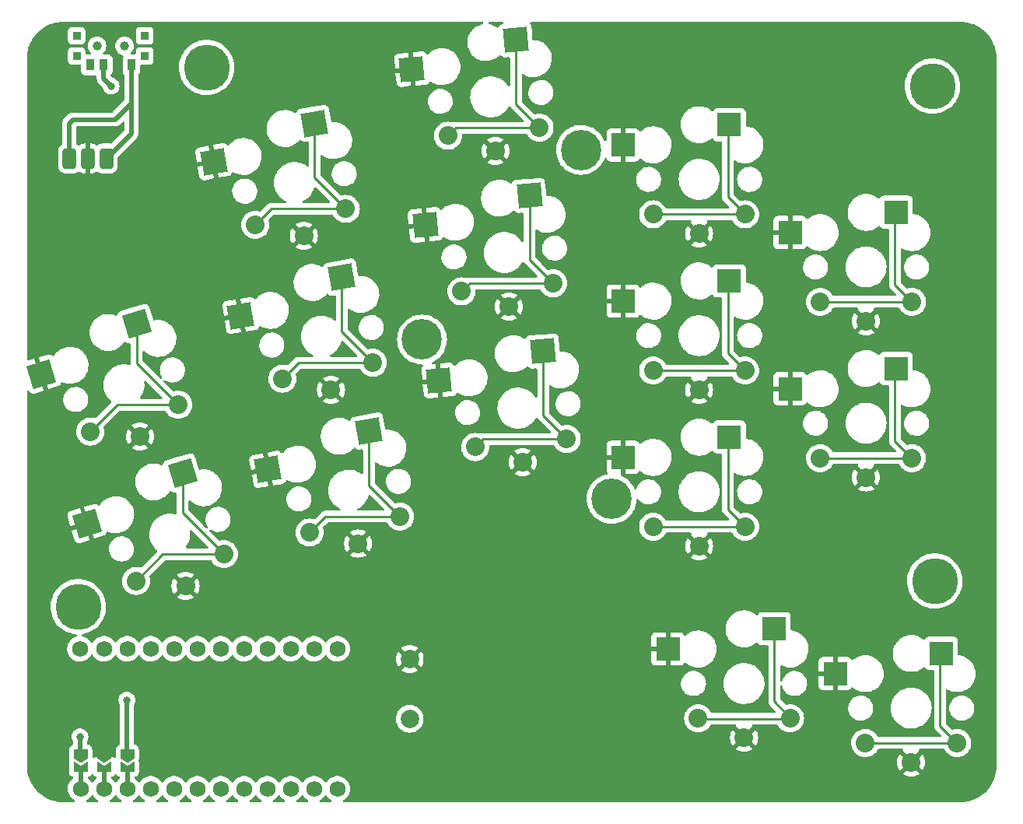
<source format=gtl>
%TF.GenerationSoftware,KiCad,Pcbnew,(6.0.4)*%
%TF.CreationDate,2022-07-21T23:48:57+02:00*%
%TF.ProjectId,wizza,77697a7a-612e-46b6-9963-61645f706362,v1.0.0*%
%TF.SameCoordinates,Original*%
%TF.FileFunction,Copper,L1,Top*%
%TF.FilePolarity,Positive*%
%FSLAX46Y46*%
G04 Gerber Fmt 4.6, Leading zero omitted, Abs format (unit mm)*
G04 Created by KiCad (PCBNEW (6.0.4)) date 2022-07-21 23:48:57*
%MOMM*%
%LPD*%
G01*
G04 APERTURE LIST*
G04 Aperture macros list*
%AMRoundRect*
0 Rectangle with rounded corners*
0 $1 Rounding radius*
0 $2 $3 $4 $5 $6 $7 $8 $9 X,Y pos of 4 corners*
0 Add a 4 corners polygon primitive as box body*
4,1,4,$2,$3,$4,$5,$6,$7,$8,$9,$2,$3,0*
0 Add four circle primitives for the rounded corners*
1,1,$1+$1,$2,$3*
1,1,$1+$1,$4,$5*
1,1,$1+$1,$6,$7*
1,1,$1+$1,$8,$9*
0 Add four rect primitives between the rounded corners*
20,1,$1+$1,$2,$3,$4,$5,0*
20,1,$1+$1,$4,$5,$6,$7,0*
20,1,$1+$1,$6,$7,$8,$9,0*
20,1,$1+$1,$8,$9,$2,$3,0*%
%AMRotRect*
0 Rectangle, with rotation*
0 The origin of the aperture is its center*
0 $1 length*
0 $2 width*
0 $3 Rotation angle, in degrees counterclockwise*
0 Add horizontal line*
21,1,$1,$2,0,0,$3*%
%AMFreePoly0*
4,1,6,0.150000,0.000000,0.650000,-0.750000,-0.500000,-0.750000,-0.500000,0.750000,0.650000,0.750000,0.150000,0.000000,0.150000,0.000000,$1*%
%AMFreePoly1*
4,1,6,0.500000,-0.750000,-0.500000,-0.750000,-1.000000,0.000000,-0.500000,0.750000,0.500000,0.750000,0.500000,-0.750000,0.500000,-0.750000,$1*%
G04 Aperture macros list end*
%TA.AperFunction,ComponentPad*%
%ADD10C,2.000000*%
%TD*%
%TA.AperFunction,SMDPad,CuDef*%
%ADD11RotRect,2.600000X2.600000X10.000000*%
%TD*%
%TA.AperFunction,ComponentPad*%
%ADD12C,2.032000*%
%TD*%
%TA.AperFunction,SMDPad,CuDef*%
%ADD13RotRect,2.600000X2.600000X5.000000*%
%TD*%
%TA.AperFunction,SMDPad,CuDef*%
%ADD14R,2.600000X2.600000*%
%TD*%
%TA.AperFunction,SMDPad,CuDef*%
%ADD15R,0.900000X0.900000*%
%TD*%
%TA.AperFunction,SMDPad,CuDef*%
%ADD16R,0.900000X1.250000*%
%TD*%
%TA.AperFunction,ComponentPad*%
%ADD17C,5.000000*%
%TD*%
%TA.AperFunction,WasherPad*%
%ADD18C,1.000000*%
%TD*%
%TA.AperFunction,ComponentPad*%
%ADD19RoundRect,0.375000X-0.375000X-0.750000X0.375000X-0.750000X0.375000X0.750000X-0.375000X0.750000X0*%
%TD*%
%TA.AperFunction,SMDPad,CuDef*%
%ADD20RotRect,2.600000X2.600000X17.000000*%
%TD*%
%TA.AperFunction,ComponentPad*%
%ADD21C,4.400000*%
%TD*%
%TA.AperFunction,ComponentPad*%
%ADD22C,1.752600*%
%TD*%
%TA.AperFunction,SMDPad,CuDef*%
%ADD23FreePoly0,90.000000*%
%TD*%
%TA.AperFunction,SMDPad,CuDef*%
%ADD24R,0.500000X1.524000*%
%TD*%
%TA.AperFunction,SMDPad,CuDef*%
%ADD25FreePoly1,90.000000*%
%TD*%
%TA.AperFunction,ViaPad*%
%ADD26C,0.800000*%
%TD*%
%TA.AperFunction,Conductor*%
%ADD27C,0.250000*%
%TD*%
%TA.AperFunction,Conductor*%
%ADD28C,0.500000*%
%TD*%
G04 APERTURE END LIST*
D10*
%TO.P,B1,1*%
%TO.N,RST*%
X83928791Y46381254D03*
%TO.P,B1,2*%
%TO.N,GND*%
X83928791Y52881254D03*
%TD*%
D11*
%TO.P,S11,1*%
%TO.N,P19*%
X73579148Y111173370D03*
D12*
X67122934Y100134557D03*
X76971012Y101871038D03*
D11*
%TO.P,S11,2*%
%TO.N,GND*%
X62586644Y107001157D03*
D12*
X72411634Y98934701D03*
%TD*%
%TO.P,S15,1*%
%TO.N,P16*%
X89571861Y92892848D03*
D13*
X96965603Y103326959D03*
D12*
X99533808Y93764406D03*
%TO.P,S15,2*%
%TO.N,GND*%
X94735862Y91236618D03*
D13*
X85651297Y100128683D03*
%TD*%
D14*
%TO.P,S21,1*%
%TO.N,P4*%
X118699790Y94027253D03*
D12*
X120424791Y84277254D03*
X110424791Y84277254D03*
D14*
%TO.P,S21,2*%
%TO.N,GND*%
X107149790Y91827254D03*
D12*
X115424791Y82177254D03*
%TD*%
D15*
%TO.P,T1,*%
%TO.N,*%
X55089406Y118508838D03*
X47689406Y120708838D03*
X55089406Y120708838D03*
X47689406Y118508838D03*
D16*
%TO.P,T1,1*%
%TO.N,Braw*%
X53639406Y117533838D03*
%TO.P,T1,2*%
%TO.N,RAW*%
X50639406Y117533838D03*
%TO.P,T1,3*%
%TO.N,N/C*%
X49139406Y117533838D03*
%TD*%
D17*
%TO.P,,1,1*%
%TO.N,N/C*%
X141078791Y61367254D03*
%TD*%
D18*
%TO.P,T2,*%
%TO.N,*%
X49889406Y119608838D03*
X52889406Y119608838D03*
%TD*%
D12*
%TO.P,S29,1*%
%TO.N,P6*%
X128599495Y91744491D03*
X138599495Y91744491D03*
D14*
X136874494Y101494490D03*
D12*
%TO.P,S29,2*%
%TO.N,GND*%
X133599495Y89644491D03*
D14*
X125324494Y99294491D03*
%TD*%
D17*
%TO.P,,1,1*%
%TO.N,N/C*%
X47860791Y58573254D03*
%TD*%
D14*
%TO.P,S33,1*%
%TO.N,P9*%
X141786791Y53493253D03*
D12*
X143511792Y43743254D03*
X133511792Y43743254D03*
%TO.P,S33,2*%
%TO.N,GND*%
X138511792Y41643254D03*
D14*
X130236791Y51293254D03*
%TD*%
D12*
%TO.P,S7,1*%
%TO.N,P15*%
X82875050Y68387574D03*
D11*
X79483186Y77689906D03*
D12*
X73026972Y66651093D03*
D11*
%TO.P,S7,2*%
%TO.N,GND*%
X68490682Y73517693D03*
D12*
X78315672Y65451237D03*
%TD*%
D19*
%TO.P,PAD1,1*%
%TO.N,Braw*%
X50908791Y107341254D03*
%TO.P,PAD1,2*%
%TO.N,GND*%
X48908791Y107341254D03*
%TO.P,PAD1,3*%
%TO.N,Braw*%
X46908791Y107341254D03*
%TD*%
D12*
%TO.P,S5,1*%
%TO.N,P20*%
X58734795Y80557863D03*
D20*
X54234545Y89377492D03*
D12*
X49171748Y77634146D03*
D20*
%TO.P,S5,2*%
%TO.N,GND*%
X43832442Y83896730D03*
D12*
X54567252Y77087765D03*
%TD*%
D14*
%TO.P,S27,1*%
%TO.N,P7*%
X136874494Y84494490D03*
D12*
X138599495Y74744491D03*
X128599495Y74744491D03*
%TO.P,S27,2*%
%TO.N,GND*%
X133599495Y72644491D03*
D14*
X125324494Y82294491D03*
%TD*%
D11*
%TO.P,S9,1*%
%TO.N,P18*%
X76531167Y94431638D03*
D12*
X79923031Y85129306D03*
X70074953Y83392825D03*
D11*
%TO.P,S9,2*%
%TO.N,GND*%
X65538663Y90259425D03*
D12*
X75363653Y82192969D03*
%TD*%
%TO.P,S13,1*%
%TO.N,P10*%
X91053509Y75957538D03*
D13*
X98447251Y86391649D03*
D12*
X101015456Y76829096D03*
%TO.P,S13,2*%
%TO.N,GND*%
X96217510Y74301308D03*
D13*
X87132945Y83193373D03*
%TD*%
%TO.P,S17,1*%
%TO.N,P14*%
X95483956Y120262269D03*
D12*
X98052161Y110699716D03*
X88090214Y109828158D03*
D13*
%TO.P,S17,2*%
%TO.N,GND*%
X84169650Y117063993D03*
D12*
X93254215Y108171928D03*
%TD*%
%TO.P,S31,1*%
%TO.N,P8*%
X125321152Y46426273D03*
X115321152Y46426273D03*
D14*
X123596151Y56176272D03*
%TO.P,S31,2*%
%TO.N,GND*%
X112046151Y53976273D03*
D12*
X120321152Y44326273D03*
%TD*%
%TO.P,S3,1*%
%TO.N,P21*%
X54142067Y61376965D03*
D20*
X59204864Y73120311D03*
D12*
X63705114Y64300682D03*
%TO.P,S3,2*%
%TO.N,GND*%
X59537571Y60830584D03*
D20*
X48802761Y67639549D03*
%TD*%
D17*
%TO.P,,1,1*%
%TO.N,N/C*%
X140824791Y115215254D03*
%TD*%
D14*
%TO.P,S23,1*%
%TO.N,P3*%
X118699790Y111027253D03*
D12*
X120424791Y101277254D03*
X110424791Y101277254D03*
%TO.P,S23,2*%
%TO.N,GND*%
X115424791Y99177254D03*
D14*
X107149790Y108827254D03*
%TD*%
%TO.P,S19,1*%
%TO.N,P5*%
X118699790Y77027253D03*
D12*
X110424791Y67277254D03*
X120424791Y67277254D03*
D14*
%TO.P,S19,2*%
%TO.N,GND*%
X107149790Y74827254D03*
D12*
X115424791Y65177254D03*
%TD*%
D17*
%TO.P,,1,1*%
%TO.N,N/C*%
X61830791Y117247254D03*
%TD*%
D21*
%TO.P,REF\u002A\u002A,1*%
%TO.N,N/C*%
X102588474Y108284763D03*
X105909108Y70329745D03*
X85271282Y87646937D03*
%TD*%
D22*
%TO.P,MCU1,*%
%TO.N,*%
X50654791Y38761254D03*
D23*
X50654791Y41094777D03*
D22*
X53194791Y38761254D03*
D24*
X48114791Y40144777D03*
D22*
X53194791Y54001254D03*
D24*
X50654791Y40144777D03*
X53194791Y40144777D03*
D23*
X53194791Y41094777D03*
X48114791Y41094777D03*
D22*
X48031045Y54001254D03*
X48114791Y38761254D03*
X50654791Y54001254D03*
D25*
%TO.P,MCU1,1*%
%TO.N,RAW*%
X48114791Y42544777D03*
%TO.P,MCU1,2*%
%TO.N,GND*%
X50654791Y42544777D03*
%TO.P,MCU1,3*%
%TO.N,RST*%
X53194791Y42544777D03*
D22*
%TO.P,MCU1,4*%
%TO.N,N/C*%
X55734791Y54001254D03*
%TO.P,MCU1,5*%
%TO.N,P21*%
X58274791Y54001254D03*
%TO.P,MCU1,6*%
%TO.N,P20*%
X60814791Y54001254D03*
%TO.P,MCU1,7*%
%TO.N,P19*%
X63354791Y54001254D03*
%TO.P,MCU1,8*%
%TO.N,P18*%
X65894791Y54001254D03*
%TO.P,MCU1,9*%
%TO.N,P15*%
X68434791Y54001254D03*
%TO.P,MCU1,10*%
%TO.N,P14*%
X70974791Y54001254D03*
%TO.P,MCU1,11*%
%TO.N,P16*%
X73514791Y54001254D03*
%TO.P,MCU1,12*%
%TO.N,P10*%
X76054791Y54001254D03*
%TO.P,MCU1,16*%
%TO.N,N/C*%
X55734791Y38761254D03*
%TO.P,MCU1,17*%
%TO.N,P2*%
X58274791Y38761254D03*
%TO.P,MCU1,18*%
%TO.N,P3*%
X60814791Y38761254D03*
%TO.P,MCU1,19*%
%TO.N,P4*%
X63354791Y38761254D03*
%TO.P,MCU1,20*%
%TO.N,P5*%
X65894791Y38761254D03*
%TO.P,MCU1,21*%
%TO.N,P6*%
X68434791Y38761254D03*
%TO.P,MCU1,22*%
%TO.N,P7*%
X70974791Y38761254D03*
%TO.P,MCU1,23*%
%TO.N,P8*%
X73514791Y38761254D03*
%TO.P,MCU1,24*%
%TO.N,P9*%
X76054791Y38761254D03*
%TD*%
D26*
%TO.N,GND*%
X50606907Y46328628D03*
%TO.N,RAW*%
X48044190Y44424041D03*
X51441433Y115221539D03*
%TO.N,RST*%
X53150987Y48413823D03*
%TD*%
D27*
%TO.N,P6*%
X136724974Y93619012D02*
X136724974Y101344970D01*
X136724974Y101344970D02*
X136874495Y101494491D01*
X138599495Y91744491D02*
X136724974Y93619012D01*
X128599495Y91744491D02*
X138599495Y91744491D01*
D28*
%TO.N,GND*%
X50654791Y46280744D02*
X50654791Y42467731D01*
X50606907Y46328628D02*
X50654791Y46280744D01*
D27*
%TO.N,P5*%
X120424791Y67277254D02*
X110424791Y67277254D01*
X118550270Y76877733D02*
X118550270Y69151775D01*
X118550270Y69151775D02*
X120424791Y67277254D01*
X118699791Y77027254D02*
X118550270Y76877733D01*
%TO.N,P4*%
X118550270Y86151775D02*
X120424791Y84277254D01*
X110424791Y84277254D02*
X120424791Y84277254D01*
X118550270Y93877733D02*
X118550270Y86151775D01*
X118699791Y94027254D02*
X118550270Y93877733D01*
%TO.N,P3*%
X118550270Y110877733D02*
X118550270Y103151775D01*
X120424791Y101277254D02*
X110424791Y101277254D01*
X118699791Y111027254D02*
X118550270Y110877733D01*
X118550270Y103151775D02*
X120424791Y101277254D01*
%TO.N,P18*%
X76531168Y88521169D02*
X79923031Y85129306D01*
X76531168Y94431639D02*
X76531168Y88521169D01*
X79923031Y85129306D02*
X71811434Y85129306D01*
X71811434Y85129306D02*
X70074953Y83392825D01*
%TO.N,P15*%
X79483187Y71779437D02*
X82875050Y68387574D01*
X82875050Y68387574D02*
X74763453Y68387574D01*
X79483187Y77689907D02*
X79483187Y71779437D01*
X74763453Y68387574D02*
X73026972Y66651093D01*
%TO.N,P14*%
X95483957Y120262271D02*
X95483957Y113267920D01*
X88961772Y110699716D02*
X88090214Y109828158D01*
X98052161Y110699716D02*
X88961772Y110699716D01*
X95483957Y113267920D02*
X98052161Y110699716D01*
%TO.N,P16*%
X99533808Y93764406D02*
X90443419Y93764406D01*
X96965604Y96332610D02*
X99533808Y93764406D01*
X96965604Y103326961D02*
X96965604Y96332610D01*
X90443419Y93764406D02*
X89571861Y92892848D01*
%TO.N,P10*%
X91925067Y76829096D02*
X91053509Y75957538D01*
X101015456Y76829096D02*
X98447252Y79397300D01*
X98447252Y79397300D02*
X98447252Y86391651D01*
X101015456Y76829096D02*
X91925067Y76829096D01*
%TO.N,P19*%
X68859415Y101871038D02*
X67122934Y100134557D01*
X73579149Y111173371D02*
X73579149Y105262901D01*
X76971012Y101871038D02*
X68859415Y101871038D01*
X73579149Y105262901D02*
X76971012Y101871038D01*
%TO.N,P20*%
X58734795Y80557863D02*
X52095465Y80557863D01*
X54234545Y89377494D02*
X54234545Y85058113D01*
X52095465Y80557863D02*
X49171748Y77634146D01*
X54234545Y85058113D02*
X58734795Y80557863D01*
%TO.N,P21*%
X59204864Y68800932D02*
X63705114Y64300682D01*
X63705114Y64300682D02*
X57065784Y64300682D01*
X57065784Y64300682D02*
X54142067Y61376965D01*
X59204864Y73120313D02*
X59204864Y68800932D01*
%TO.N,P7*%
X136724974Y76619012D02*
X136724974Y84344970D01*
X138599495Y74744491D02*
X136724974Y76619012D01*
X136724974Y84344970D02*
X136874495Y84494491D01*
X128599495Y74744491D02*
X138599495Y74744491D01*
%TO.N,P8*%
X123611436Y56001952D02*
X123611436Y48275994D01*
X123760956Y56151472D02*
X123611436Y56001952D01*
X123611436Y48275994D02*
X125485957Y46401473D01*
X125485957Y46401473D02*
X115485957Y46401473D01*
%TO.N,P9*%
X141637271Y45617775D02*
X143511792Y43743254D01*
X141637271Y53343733D02*
X141637271Y45617775D01*
X141786791Y53493253D02*
X141637271Y53343733D01*
X143511792Y43743254D02*
X133511792Y43743254D01*
D28*
%TO.N,RAW*%
X48072149Y44396082D02*
X48072149Y42443543D01*
X50639406Y116023566D02*
X51441433Y115221539D01*
X48044190Y44424041D02*
X48072149Y44396082D01*
X50639406Y117533838D02*
X50639406Y116023566D01*
%TO.N,RST*%
X53150987Y48413823D02*
X53172149Y48392661D01*
X53172149Y48392661D02*
X53172149Y42490373D01*
%TO.N,Braw*%
X53639406Y110071869D02*
X50908791Y107341254D01*
X46844791Y107405254D02*
X46908791Y107341254D01*
X53639406Y117533838D02*
X53639406Y113373869D01*
X53639406Y113373869D02*
X51860791Y111595254D01*
X46844791Y111151254D02*
X46844791Y107405254D01*
X51860791Y111595254D02*
X47288791Y111595254D01*
X53639406Y117533838D02*
X53639406Y110071869D01*
X47288791Y111595254D02*
X46844791Y111151254D01*
%TD*%
%TA.AperFunction,Conductor*%
%TO.N,GND*%
G36*
X75747839Y122201752D02*
G01*
X91827448Y122201280D01*
X91895568Y122181276D01*
X91942059Y122127619D01*
X91952161Y122057345D01*
X91922666Y121992765D01*
X91862939Y121954383D01*
X91853645Y121952034D01*
X91666449Y121912244D01*
X91662320Y121910741D01*
X91662316Y121910740D01*
X91406638Y121817681D01*
X91406634Y121817679D01*
X91402493Y121816172D01*
X91154477Y121684299D01*
X91150918Y121681713D01*
X91150916Y121681712D01*
X90931227Y121522099D01*
X90927227Y121519193D01*
X90725167Y121324066D01*
X90552231Y121102717D01*
X90550035Y121098913D01*
X90550030Y121098906D01*
X90448037Y120922248D01*
X90411783Y120859454D01*
X90306557Y120599011D01*
X90305492Y120594738D01*
X90305491Y120594736D01*
X90240314Y120333324D01*
X90238602Y120326459D01*
X90238143Y120322091D01*
X90238142Y120322086D01*
X90209700Y120051471D01*
X90209241Y120047102D01*
X90209394Y120042714D01*
X90209394Y120042708D01*
X90217693Y119805071D01*
X90219044Y119766377D01*
X90219806Y119762054D01*
X90219807Y119762047D01*
X90232838Y119688147D01*
X90267821Y119489748D01*
X90354622Y119222600D01*
X90356550Y119218647D01*
X90356552Y119218642D01*
X90382581Y119165276D01*
X90477759Y118970133D01*
X90480214Y118966494D01*
X90480217Y118966488D01*
X90541942Y118874977D01*
X90634834Y118737259D01*
X90637779Y118733988D01*
X90637780Y118733987D01*
X90668124Y118700287D01*
X90822790Y118528513D01*
X91037969Y118347956D01*
X91276183Y118199104D01*
X91409903Y118139568D01*
X91521982Y118089667D01*
X91532794Y118084853D01*
X91537022Y118083641D01*
X91537021Y118083641D01*
X91779468Y118014121D01*
X91802809Y118007428D01*
X91807159Y118006817D01*
X91807162Y118006816D01*
X91910109Y117992348D01*
X92080971Y117968335D01*
X92291565Y117968335D01*
X92293751Y117968488D01*
X92293755Y117968488D01*
X92497246Y117982717D01*
X92497251Y117982718D01*
X92501631Y117983024D01*
X92776389Y118041426D01*
X92780518Y118042929D01*
X92780522Y118042930D01*
X93036200Y118135989D01*
X93036204Y118135991D01*
X93040345Y118137498D01*
X93288361Y118269371D01*
X93291922Y118271958D01*
X93512048Y118431888D01*
X93512051Y118431891D01*
X93515611Y118434477D01*
X93524834Y118443383D01*
X93671847Y118585352D01*
X93680952Y118594145D01*
X93743849Y118627077D01*
X93814565Y118620777D01*
X93872213Y118574299D01*
X93874807Y118568874D01*
X93880794Y118562190D01*
X93965997Y118467061D01*
X93966000Y118467059D01*
X93971987Y118460374D01*
X94095713Y118383511D01*
X94236039Y118344463D01*
X94243940Y118344297D01*
X94243943Y118344297D01*
X94295161Y118343224D01*
X94295170Y118343224D01*
X94298573Y118343153D01*
X94713477Y118379453D01*
X94783080Y118365464D01*
X94834072Y118316065D01*
X94850457Y118253932D01*
X94850457Y115312226D01*
X94830455Y115244105D01*
X94776799Y115197612D01*
X94706525Y115187508D01*
X94641945Y115217002D01*
X94621751Y115239237D01*
X94468977Y115454212D01*
X94468972Y115454218D01*
X94466553Y115457622D01*
X94463709Y115460672D01*
X94463704Y115460678D01*
X94267996Y115670549D01*
X94265150Y115673601D01*
X94036951Y115861045D01*
X93785967Y116016662D01*
X93516606Y116137718D01*
X93233601Y116222085D01*
X93229481Y116222738D01*
X93229479Y116222738D01*
X92945404Y116267732D01*
X92945398Y116267733D01*
X92941923Y116268283D01*
X92917364Y116269398D01*
X92850979Y116272413D01*
X92850958Y116272413D01*
X92849559Y116272477D01*
X92665095Y116272477D01*
X92445332Y116257880D01*
X92441233Y116257054D01*
X92441229Y116257053D01*
X92319896Y116232588D01*
X92155845Y116199510D01*
X91876621Y116103365D01*
X91851202Y116090636D01*
X91653577Y115991673D01*
X91612565Y115971136D01*
X91368318Y115805145D01*
X91365204Y115802361D01*
X91365203Y115802360D01*
X91309734Y115752765D01*
X91148169Y115608309D01*
X91145452Y115605139D01*
X91145451Y115605138D01*
X90961885Y115390968D01*
X90955987Y115384087D01*
X90953713Y115380585D01*
X90953709Y115380580D01*
X90797426Y115139926D01*
X90795147Y115136416D01*
X90793353Y115132638D01*
X90793352Y115132636D01*
X90752632Y115046880D01*
X90668477Y114869649D01*
X90667198Y114865666D01*
X90667197Y114865663D01*
X90589344Y114623180D01*
X90578201Y114588473D01*
X90577460Y114584354D01*
X90527313Y114305645D01*
X90525906Y114297827D01*
X90525717Y114293660D01*
X90525716Y114293653D01*
X90513218Y114018410D01*
X90512510Y114002818D01*
X90538248Y113708628D01*
X90539158Y113704556D01*
X90539159Y113704551D01*
X90593242Y113462598D01*
X90602668Y113420427D01*
X90604111Y113416504D01*
X90604112Y113416502D01*
X90615670Y113385090D01*
X90704640Y113143278D01*
X90706587Y113139585D01*
X90706588Y113139583D01*
X90781620Y112997273D01*
X90842370Y112882050D01*
X90875534Y112835384D01*
X91011015Y112644742D01*
X91011020Y112644736D01*
X91013439Y112641332D01*
X91016283Y112638282D01*
X91016288Y112638276D01*
X91199374Y112441940D01*
X91214842Y112425353D01*
X91443041Y112237909D01*
X91694025Y112082292D01*
X91697842Y112080576D01*
X91697845Y112080575D01*
X91770704Y112047831D01*
X91963386Y111961236D01*
X92246391Y111876869D01*
X92250511Y111876216D01*
X92250513Y111876216D01*
X92534588Y111831222D01*
X92534594Y111831221D01*
X92538069Y111830671D01*
X92562628Y111829556D01*
X92629013Y111826541D01*
X92629034Y111826541D01*
X92630433Y111826477D01*
X92814897Y111826477D01*
X93034660Y111841074D01*
X93038759Y111841900D01*
X93038763Y111841901D01*
X93212186Y111876869D01*
X93324147Y111899444D01*
X93603371Y111995589D01*
X93773085Y112080575D01*
X93863691Y112125947D01*
X93863693Y112125948D01*
X93867427Y112127818D01*
X94111674Y112293809D01*
X94132133Y112312101D01*
X94328708Y112487860D01*
X94331823Y112490645D01*
X94355312Y112518050D01*
X94521285Y112711693D01*
X94521288Y112711697D01*
X94524005Y112714867D01*
X94526279Y112718369D01*
X94526283Y112718374D01*
X94682566Y112959028D01*
X94682569Y112959033D01*
X94684845Y112962538D01*
X94690699Y112974868D01*
X94737986Y113027824D01*
X94806398Y113046809D01*
X94874213Y113025794D01*
X94916285Y112973858D01*
X94917670Y112974619D01*
X94921484Y112967680D01*
X94924405Y112960303D01*
X94929067Y112953887D01*
X94929067Y112953886D01*
X94950393Y112924533D01*
X94956909Y112914613D01*
X94973983Y112885743D01*
X94979415Y112876558D01*
X94993736Y112862237D01*
X95006576Y112847204D01*
X95018485Y112830813D01*
X95024591Y112825762D01*
X95052562Y112802622D01*
X95061341Y112794632D01*
X96307661Y111548311D01*
X96341687Y111485999D01*
X96336622Y111415183D01*
X96294075Y111358348D01*
X96227555Y111333537D01*
X96218566Y111333216D01*
X89040539Y111333216D01*
X89029356Y111333743D01*
X89021863Y111335418D01*
X89013937Y111335169D01*
X89013936Y111335169D01*
X88953786Y111333278D01*
X88949827Y111333216D01*
X88921916Y111333216D01*
X88917982Y111332719D01*
X88917981Y111332719D01*
X88917916Y111332711D01*
X88906079Y111331778D01*
X88874262Y111330778D01*
X88869801Y111330638D01*
X88861882Y111330389D01*
X88852258Y111327593D01*
X88842430Y111324738D01*
X88823078Y111320730D01*
X88816007Y111319836D01*
X88802975Y111318190D01*
X88795606Y111315273D01*
X88795604Y111315272D01*
X88761869Y111301916D01*
X88750641Y111298071D01*
X88708179Y111285734D01*
X88701356Y111281699D01*
X88701352Y111281697D01*
X88699282Y111280473D01*
X88697448Y111280008D01*
X88694082Y111278551D01*
X88693847Y111279094D01*
X88630466Y111263015D01*
X88586929Y111272519D01*
X88567340Y111280633D01*
X88567338Y111280634D01*
X88562767Y111282527D01*
X88557963Y111283680D01*
X88557958Y111283682D01*
X88334249Y111337390D01*
X88334243Y111337391D01*
X88329436Y111338545D01*
X88090214Y111357372D01*
X87850992Y111338545D01*
X87846185Y111337391D01*
X87846179Y111337390D01*
X87699251Y111302115D01*
X87617661Y111282527D01*
X87613090Y111280634D01*
X87613088Y111280633D01*
X87400537Y111192592D01*
X87400535Y111192591D01*
X87395965Y111190698D01*
X87191365Y111065318D01*
X87187598Y111062101D01*
X87187597Y111062100D01*
X87059201Y110952440D01*
X87008896Y110909476D01*
X87005683Y110905714D01*
X86931736Y110819132D01*
X86853054Y110727007D01*
X86727674Y110522407D01*
X86725781Y110517837D01*
X86725780Y110517835D01*
X86639314Y110309086D01*
X86635845Y110300711D01*
X86622436Y110244860D01*
X86580982Y110072193D01*
X86580981Y110072187D01*
X86579827Y110067380D01*
X86561000Y109828158D01*
X86579827Y109588936D01*
X86580981Y109584129D01*
X86580982Y109584123D01*
X86609396Y109465774D01*
X86635845Y109355605D01*
X86637738Y109351034D01*
X86637739Y109351032D01*
X86723041Y109145095D01*
X86727674Y109133909D01*
X86853054Y108929309D01*
X86856271Y108925542D01*
X86856272Y108925541D01*
X86958558Y108805779D01*
X87008896Y108746840D01*
X87012658Y108743627D01*
X87185127Y108596326D01*
X87191365Y108590998D01*
X87395965Y108465618D01*
X87400535Y108463725D01*
X87400537Y108463724D01*
X87613088Y108375683D01*
X87617661Y108373789D01*
X87689312Y108356587D01*
X87846179Y108318926D01*
X87846185Y108318925D01*
X87850992Y108317771D01*
X88090214Y108298944D01*
X88329436Y108317771D01*
X88334243Y108318925D01*
X88334249Y108318926D01*
X88491116Y108356587D01*
X88562767Y108373789D01*
X88567340Y108375683D01*
X88779891Y108463724D01*
X88779893Y108463725D01*
X88784463Y108465618D01*
X88989063Y108590998D01*
X88995302Y108596326D01*
X89167770Y108743627D01*
X89171532Y108746840D01*
X89221870Y108805779D01*
X89324156Y108925541D01*
X89324157Y108925542D01*
X89327374Y108929309D01*
X89452754Y109133909D01*
X89457388Y109145095D01*
X89542689Y109351032D01*
X89542690Y109351034D01*
X89544583Y109355605D01*
X89559004Y109415675D01*
X92374672Y109415675D01*
X92378456Y109406897D01*
X93241403Y108543950D01*
X93255347Y108536336D01*
X93257180Y108536467D01*
X93263795Y108540718D01*
X94126931Y109403854D01*
X94133691Y109416234D01*
X94127964Y109423884D01*
X93952456Y109531435D01*
X93943662Y109535916D01*
X93731186Y109623926D01*
X93721801Y109626975D01*
X93498171Y109680665D01*
X93488424Y109682208D01*
X93259145Y109700253D01*
X93249285Y109700253D01*
X93020006Y109682208D01*
X93010259Y109680665D01*
X92786629Y109626975D01*
X92777244Y109623926D01*
X92564768Y109535916D01*
X92555974Y109531435D01*
X92384132Y109426131D01*
X92374672Y109415675D01*
X89559004Y109415675D01*
X89571032Y109465774D01*
X89599446Y109584123D01*
X89599447Y109584129D01*
X89600601Y109588936D01*
X89619428Y109828158D01*
X89611387Y109930330D01*
X89625983Y109999810D01*
X89675826Y110050370D01*
X89736999Y110066216D01*
X96581891Y110066216D01*
X96650012Y110046214D01*
X96687870Y110004394D01*
X96689621Y110005467D01*
X96815001Y109800867D01*
X96970843Y109618398D01*
X96974605Y109615185D01*
X97123575Y109487954D01*
X97153312Y109462556D01*
X97357912Y109337176D01*
X97362482Y109335283D01*
X97362484Y109335282D01*
X97575035Y109247241D01*
X97579608Y109245347D01*
X97618254Y109236069D01*
X97808126Y109190484D01*
X97808132Y109190483D01*
X97812939Y109189329D01*
X98052161Y109170502D01*
X98291383Y109189329D01*
X98296190Y109190483D01*
X98296196Y109190484D01*
X98486068Y109236069D01*
X98524714Y109245347D01*
X98529287Y109247241D01*
X98741838Y109335282D01*
X98741840Y109335283D01*
X98746410Y109337176D01*
X98951010Y109462556D01*
X98980748Y109487954D01*
X99129717Y109615185D01*
X99133479Y109618398D01*
X99289321Y109800867D01*
X99414701Y110005467D01*
X99420950Y110020552D01*
X99504636Y110222590D01*
X99504637Y110222592D01*
X99506530Y110227163D01*
X99531661Y110331841D01*
X99561393Y110455681D01*
X99561394Y110455687D01*
X99562548Y110460494D01*
X99581375Y110699716D01*
X99562548Y110938938D01*
X99561394Y110943745D01*
X99561393Y110943751D01*
X99507685Y111167457D01*
X99506530Y111172269D01*
X99504636Y111176842D01*
X99416595Y111389393D01*
X99416594Y111389395D01*
X99414701Y111393965D01*
X99289321Y111598565D01*
X99235169Y111661970D01*
X99136692Y111777272D01*
X99133479Y111781034D01*
X98982627Y111909873D01*
X98954778Y111933658D01*
X98954777Y111933659D01*
X98951010Y111936876D01*
X98746410Y112062256D01*
X98741840Y112064149D01*
X98741838Y112064150D01*
X98529287Y112152191D01*
X98529285Y112152192D01*
X98524714Y112154085D01*
X98434273Y112175798D01*
X98296196Y112208948D01*
X98296190Y112208949D01*
X98291383Y112210103D01*
X98052161Y112228930D01*
X97812939Y112210103D01*
X97808132Y112208949D01*
X97808126Y112208948D01*
X97579608Y112154085D01*
X97579074Y112156308D01*
X97517583Y112154529D01*
X97460475Y112187306D01*
X96817931Y112829851D01*
X96154362Y113493420D01*
X96120336Y113555732D01*
X96117457Y113582515D01*
X96117457Y114593102D01*
X96856267Y114593102D01*
X96856467Y114587772D01*
X96856467Y114587771D01*
X96858160Y114542673D01*
X96864921Y114362566D01*
X96912295Y114136784D01*
X96914253Y114131825D01*
X96914254Y114131823D01*
X96954665Y114029498D01*
X96997034Y113922212D01*
X97067784Y113805620D01*
X97109795Y113736388D01*
X97116714Y113724985D01*
X97120211Y113720955D01*
X97206835Y113621130D01*
X97267914Y113550742D01*
X97272045Y113547355D01*
X97442182Y113407850D01*
X97442188Y113407846D01*
X97446310Y113404466D01*
X97646802Y113290340D01*
X97651818Y113288519D01*
X97651823Y113288517D01*
X97858642Y113213445D01*
X97858646Y113213444D01*
X97863657Y113211625D01*
X97868906Y113210676D01*
X97868909Y113210675D01*
X98086590Y113171312D01*
X98086597Y113171311D01*
X98090674Y113170574D01*
X98108411Y113169738D01*
X98113359Y113169504D01*
X98113366Y113169504D01*
X98114847Y113169434D01*
X98276992Y113169434D01*
X98343948Y113175115D01*
X98443629Y113183573D01*
X98443633Y113183574D01*
X98448940Y113184024D01*
X98454095Y113185362D01*
X98454101Y113185363D01*
X98667070Y113240639D01*
X98667074Y113240640D01*
X98672239Y113241981D01*
X98677105Y113244173D01*
X98677108Y113244174D01*
X98877716Y113334541D01*
X98882582Y113336733D01*
X98887002Y113339709D01*
X98887006Y113339711D01*
X99006896Y113420427D01*
X99073952Y113465572D01*
X99240879Y113624812D01*
X99378588Y113809900D01*
X99433372Y113917651D01*
X99480725Y114010788D01*
X99480725Y114010789D01*
X99483144Y114015546D01*
X99533197Y114176742D01*
X99549972Y114230764D01*
X99549973Y114230770D01*
X99551556Y114235867D01*
X99567047Y114352745D01*
X99581167Y114459281D01*
X99581167Y114459286D01*
X99581867Y114464566D01*
X99573213Y114695102D01*
X99525839Y114920884D01*
X99522518Y114929295D01*
X99477349Y115043667D01*
X99441100Y115135456D01*
X99339396Y115303059D01*
X99335237Y115309913D01*
X137812679Y115309913D01*
X137812774Y115306283D01*
X137812774Y115306282D01*
X137820040Y115028820D01*
X137821761Y114963083D01*
X137870647Y114619594D01*
X137958688Y114284001D01*
X138084718Y113960751D01*
X138086415Y113957546D01*
X138219904Y113705429D01*
X138247066Y113654128D01*
X138249115Y113651147D01*
X138249116Y113651145D01*
X138441524Y113371190D01*
X138441530Y113371183D01*
X138443581Y113368198D01*
X138527456Y113272050D01*
X138619994Y113165972D01*
X138671657Y113106749D01*
X138678871Y113100185D01*
X138917132Y112883385D01*
X138928272Y112873248D01*
X139210024Y112670788D01*
X139513179Y112502054D01*
X139833719Y112369282D01*
X139837213Y112368287D01*
X139837215Y112368286D01*
X140163894Y112275229D01*
X140163899Y112275228D01*
X140167395Y112274232D01*
X140364095Y112242021D01*
X140506203Y112218750D01*
X140506210Y112218749D01*
X140509784Y112218164D01*
X140680713Y112210103D01*
X140852722Y112201991D01*
X140852723Y112201991D01*
X140856349Y112201820D01*
X140865206Y112202424D01*
X141198864Y112225170D01*
X141198872Y112225171D01*
X141202495Y112225418D01*
X141206070Y112226081D01*
X141206073Y112226081D01*
X141540070Y112287984D01*
X141540074Y112287985D01*
X141543635Y112288645D01*
X141743177Y112350032D01*
X141871769Y112389592D01*
X141875247Y112390662D01*
X142192936Y112530118D01*
X142209988Y112540082D01*
X142489351Y112703328D01*
X142489353Y112703329D01*
X142492491Y112705163D01*
X142505416Y112714867D01*
X142767035Y112911296D01*
X142767039Y112911299D01*
X142769942Y112913479D01*
X143021610Y113152304D01*
X143035992Y113169504D01*
X143241839Y113415694D01*
X143244161Y113418471D01*
X143275101Y113465572D01*
X143379701Y113624812D01*
X143434644Y113708455D01*
X143539859Y113917651D01*
X143588908Y114015174D01*
X143588911Y114015182D01*
X143590535Y114018410D01*
X143616062Y114088166D01*
X143708520Y114340817D01*
X143708521Y114340821D01*
X143709768Y114344228D01*
X143710613Y114347750D01*
X143710616Y114347758D01*
X143789915Y114678063D01*
X143789916Y114678067D01*
X143790762Y114681592D01*
X143800519Y114762221D01*
X143832107Y115023250D01*
X143832107Y115023257D01*
X143832443Y115026029D01*
X143832619Y115031611D01*
X143837610Y115190436D01*
X143838390Y115215254D01*
X143836789Y115243018D01*
X143818627Y115558008D01*
X143818626Y115558013D01*
X143818418Y115561628D01*
X143801417Y115659040D01*
X143759391Y115899839D01*
X143759389Y115899846D01*
X143758767Y115903412D01*
X143745950Y115946684D01*
X143708922Y116071686D01*
X143660228Y116236074D01*
X143646490Y116268283D01*
X143525531Y116551868D01*
X143525529Y116551871D01*
X143524107Y116555206D01*
X143501300Y116595192D01*
X143353999Y116853438D01*
X143352208Y116856578D01*
X143347976Y116862340D01*
X143275856Y116960519D01*
X143146809Y117136194D01*
X143122175Y117162704D01*
X142962482Y117334554D01*
X142910633Y117390350D01*
X142646810Y117615676D01*
X142358838Y117809185D01*
X142297795Y117840692D01*
X142088878Y117948522D01*
X142050532Y117968314D01*
X141725980Y118090952D01*
X141722459Y118091836D01*
X141722454Y118091838D01*
X141532431Y118139568D01*
X141389483Y118175474D01*
X141367267Y118178399D01*
X141049106Y118220286D01*
X141049098Y118220287D01*
X141045502Y118220760D01*
X140900836Y118223033D01*
X140702237Y118226153D01*
X140702233Y118226153D01*
X140698595Y118226210D01*
X140694981Y118225849D01*
X140694975Y118225849D01*
X140471621Y118203555D01*
X140353360Y118191751D01*
X140014374Y118117840D01*
X140010947Y118116667D01*
X140010941Y118116665D01*
X139711435Y118014121D01*
X139686130Y118005457D01*
X139372979Y117856091D01*
X139369900Y117854160D01*
X139369899Y117854159D01*
X139302904Y117812133D01*
X139079070Y117671722D01*
X139076234Y117669450D01*
X139076227Y117669445D01*
X138835617Y117476680D01*
X138808300Y117454795D01*
X138564257Y117208183D01*
X138562016Y117205325D01*
X138400867Y116999803D01*
X138350177Y116935156D01*
X138348284Y116932067D01*
X138348282Y116932064D01*
X138302471Y116857307D01*
X138168896Y116639333D01*
X138167371Y116636048D01*
X138167369Y116636044D01*
X138090707Y116470888D01*
X138022818Y116324634D01*
X137992377Y116232588D01*
X137915171Y115999140D01*
X137913878Y115995231D01*
X137913142Y115991676D01*
X137913141Y115991673D01*
X137846180Y115668330D01*
X137843521Y115655490D01*
X137824976Y115447694D01*
X137815461Y115341080D01*
X137812679Y115309913D01*
X99335237Y115309913D01*
X99324189Y115328120D01*
X99324188Y115328121D01*
X99321420Y115332683D01*
X99314266Y115340927D01*
X99173720Y115502893D01*
X99173718Y115502895D01*
X99170220Y115506926D01*
X99117383Y115550250D01*
X98995952Y115649818D01*
X98995946Y115649822D01*
X98991824Y115653202D01*
X98791332Y115767328D01*
X98786316Y115769149D01*
X98786311Y115769151D01*
X98579492Y115844223D01*
X98579488Y115844224D01*
X98574477Y115846043D01*
X98569228Y115846992D01*
X98569225Y115846993D01*
X98351544Y115886356D01*
X98351537Y115886357D01*
X98347460Y115887094D01*
X98329723Y115887930D01*
X98324775Y115888164D01*
X98324768Y115888164D01*
X98323287Y115888234D01*
X98161142Y115888234D01*
X98094186Y115882553D01*
X97994505Y115874095D01*
X97994501Y115874094D01*
X97989194Y115873644D01*
X97984039Y115872306D01*
X97984033Y115872305D01*
X97771064Y115817029D01*
X97771060Y115817028D01*
X97765895Y115815687D01*
X97761029Y115813495D01*
X97761026Y115813494D01*
X97560989Y115723384D01*
X97555552Y115720935D01*
X97551132Y115717959D01*
X97551128Y115717957D01*
X97463617Y115659040D01*
X97364182Y115592096D01*
X97197255Y115432856D01*
X97194067Y115428571D01*
X97064354Y115254230D01*
X97059546Y115247768D01*
X97057131Y115243018D01*
X97002444Y115135456D01*
X96954990Y115042122D01*
X96920784Y114931961D01*
X96888162Y114826904D01*
X96888161Y114826898D01*
X96886578Y114821801D01*
X96878287Y114759243D01*
X96859314Y114616091D01*
X96856267Y114593102D01*
X96117457Y114593102D01*
X96117457Y116423052D01*
X96137459Y116491173D01*
X96191115Y116537666D01*
X96261389Y116547770D01*
X96310227Y116529906D01*
X96416325Y116463609D01*
X96448900Y116443254D01*
X96544462Y116400707D01*
X96685872Y116337747D01*
X96705511Y116329003D01*
X96975526Y116251578D01*
X96979876Y116250967D01*
X96979879Y116250966D01*
X97082826Y116236498D01*
X97253688Y116212485D01*
X97464282Y116212485D01*
X97466468Y116212638D01*
X97466472Y116212638D01*
X97669963Y116226867D01*
X97669968Y116226868D01*
X97674348Y116227174D01*
X97949106Y116285576D01*
X97953235Y116287079D01*
X97953239Y116287080D01*
X98208917Y116380139D01*
X98208921Y116380141D01*
X98213062Y116381648D01*
X98461078Y116513521D01*
X98508218Y116547770D01*
X98684765Y116676038D01*
X98684768Y116676041D01*
X98688328Y116678627D01*
X98724536Y116713592D01*
X98869350Y116853438D01*
X98890388Y116873754D01*
X99063324Y117095103D01*
X99065520Y117098907D01*
X99065525Y117098914D01*
X99201571Y117334554D01*
X99203772Y117338366D01*
X99308998Y117598809D01*
X99312688Y117613609D01*
X99375889Y117867092D01*
X99375890Y117867097D01*
X99376953Y117871361D01*
X99383310Y117931839D01*
X99405855Y118146349D01*
X99405855Y118146352D01*
X99406314Y118150718D01*
X99406161Y118155112D01*
X99396665Y118427046D01*
X99396664Y118427052D01*
X99396511Y118431443D01*
X99392986Y118451438D01*
X99356597Y118657809D01*
X99347734Y118708072D01*
X99260933Y118975220D01*
X99259002Y118979181D01*
X99186854Y119127104D01*
X99137796Y119227687D01*
X99135341Y119231326D01*
X99135338Y119231332D01*
X99036090Y119378473D01*
X98980721Y119460561D01*
X98950549Y119494071D01*
X98795702Y119666045D01*
X98792765Y119669307D01*
X98577586Y119849864D01*
X98339372Y119998716D01*
X98082761Y120112967D01*
X97931368Y120156378D01*
X97816973Y120189180D01*
X97816972Y120189180D01*
X97812746Y120190392D01*
X97808396Y120191003D01*
X97808393Y120191004D01*
X97668218Y120210704D01*
X97534584Y120229485D01*
X97417691Y120229485D01*
X97349570Y120249487D01*
X97303077Y120303143D01*
X97292170Y120344503D01*
X97225531Y121106182D01*
X97168076Y121762894D01*
X97155928Y121824251D01*
X97134623Y121868817D01*
X97096976Y121947567D01*
X97096975Y121947568D01*
X97093105Y121955664D01*
X97087117Y121962350D01*
X97087114Y121962354D01*
X97061403Y121991060D01*
X97030854Y122055148D01*
X97039803Y122125578D01*
X97085408Y122179989D01*
X97155264Y122201124D01*
X109912894Y122200750D01*
X143825421Y122199755D01*
X143844800Y122198255D01*
X143859642Y122195944D01*
X143859647Y122195944D01*
X143868516Y122194563D01*
X143885825Y122196826D01*
X143888448Y122197169D01*
X143910602Y122198098D01*
X143945124Y122196502D01*
X144232196Y122183231D01*
X144243778Y122182157D01*
X144538639Y122141027D01*
X144592363Y122133533D01*
X144603803Y122131394D01*
X144946405Y122050816D01*
X144957599Y122047631D01*
X145143469Y121985335D01*
X145291307Y121935785D01*
X145302152Y121931584D01*
X145624135Y121789416D01*
X145634527Y121784242D01*
X145942037Y121612963D01*
X145951907Y121606851D01*
X146242279Y121407944D01*
X146251560Y121400936D01*
X146522340Y121176087D01*
X146530941Y121168246D01*
X146779815Y120919375D01*
X146787655Y120910774D01*
X147012494Y120640015D01*
X147019506Y120630731D01*
X147025796Y120621549D01*
X147218415Y120340364D01*
X147224542Y120330469D01*
X147394212Y120025861D01*
X147395807Y120022997D01*
X147400992Y120012584D01*
X147495064Y119799537D01*
X147543161Y119690610D01*
X147547364Y119679761D01*
X147602252Y119516001D01*
X147659216Y119346050D01*
X147662401Y119334856D01*
X147742984Y118992256D01*
X147745122Y118980816D01*
X147793753Y118632224D01*
X147794826Y118620643D01*
X147807659Y118343153D01*
X147809341Y118306776D01*
X147807976Y118281575D01*
X147806100Y118269524D01*
X147810227Y118237972D01*
X147811290Y118221640D01*
X147809700Y84288608D01*
X147807687Y41304278D01*
X147806187Y41284899D01*
X147803875Y41270052D01*
X147803875Y41270047D01*
X147802494Y41261179D01*
X147803658Y41252278D01*
X147805100Y41241247D01*
X147806029Y41219093D01*
X147791162Y40897507D01*
X147790088Y40885918D01*
X147741463Y40537338D01*
X147739324Y40525898D01*
X147665811Y40213337D01*
X147658746Y40183300D01*
X147655564Y40172115D01*
X147621494Y40070465D01*
X147543714Y39838401D01*
X147539510Y39827549D01*
X147397347Y39505581D01*
X147392159Y39495163D01*
X147220903Y39187700D01*
X147214777Y39177805D01*
X147015872Y38887441D01*
X147008858Y38878153D01*
X146784010Y38607379D01*
X146776169Y38598779D01*
X146527314Y38349924D01*
X146518714Y38342083D01*
X146247939Y38117235D01*
X146238651Y38110221D01*
X145948286Y37911317D01*
X145938409Y37905201D01*
X145630915Y37733928D01*
X145620510Y37728748D01*
X145298539Y37586585D01*
X145287698Y37582385D01*
X144953970Y37470532D01*
X144942799Y37467354D01*
X144665240Y37402073D01*
X144600192Y37386774D01*
X144588751Y37384635D01*
X144240170Y37336011D01*
X144228588Y37334937D01*
X144146566Y37331145D01*
X143914340Y37320410D01*
X143889137Y37321776D01*
X143886338Y37322212D01*
X143886337Y37322212D01*
X143877463Y37323594D01*
X143845888Y37319465D01*
X143829565Y37318403D01*
X116990422Y37317949D01*
X76798730Y37317270D01*
X76730610Y37337271D01*
X76684116Y37390926D01*
X76674011Y37461200D01*
X76703503Y37525781D01*
X76743295Y37556421D01*
X76761660Y37565418D01*
X76761662Y37565419D01*
X76766298Y37567690D01*
X76770502Y37570688D01*
X76770506Y37570691D01*
X76848474Y37626305D01*
X76951684Y37699924D01*
X77112984Y37860662D01*
X77144981Y37905190D01*
X77242846Y38041385D01*
X77245864Y38045585D01*
X77346758Y38249728D01*
X77412955Y38467608D01*
X77425491Y38562824D01*
X77442241Y38690053D01*
X77442242Y38690060D01*
X77442678Y38693375D01*
X77444337Y38761254D01*
X77434493Y38880986D01*
X77426102Y38983052D01*
X77426101Y38983058D01*
X77425678Y38988203D01*
X77375985Y39186043D01*
X77371463Y39204046D01*
X77371462Y39204050D01*
X77370204Y39209057D01*
X77368145Y39213793D01*
X77281463Y39413148D01*
X77281461Y39413151D01*
X77279403Y39417885D01*
X77155714Y39609079D01*
X77002459Y39777504D01*
X76823754Y39918636D01*
X76624398Y40028687D01*
X76428849Y40097935D01*
X76414620Y40102974D01*
X76414616Y40102975D01*
X76409745Y40104700D01*
X76404652Y40105607D01*
X76404649Y40105608D01*
X76190648Y40143727D01*
X76190642Y40143728D01*
X76185559Y40144633D01*
X76098489Y40145697D01*
X75963030Y40147352D01*
X75963028Y40147352D01*
X75957861Y40147415D01*
X75732767Y40112971D01*
X75516320Y40042225D01*
X75455832Y40010737D01*
X75319451Y39939741D01*
X75314335Y39937078D01*
X75310202Y39933975D01*
X75310199Y39933973D01*
X75136370Y39803459D01*
X75132235Y39800354D01*
X74974911Y39635724D01*
X74959341Y39612899D01*
X74888575Y39509160D01*
X74833664Y39464158D01*
X74763139Y39455987D01*
X74699392Y39487241D01*
X74678695Y39511725D01*
X74618522Y39604739D01*
X74618520Y39604742D01*
X74615714Y39609079D01*
X74462459Y39777504D01*
X74283754Y39918636D01*
X74084398Y40028687D01*
X73888849Y40097935D01*
X73874620Y40102974D01*
X73874616Y40102975D01*
X73869745Y40104700D01*
X73864652Y40105607D01*
X73864649Y40105608D01*
X73650648Y40143727D01*
X73650642Y40143728D01*
X73645559Y40144633D01*
X73558489Y40145697D01*
X73423030Y40147352D01*
X73423028Y40147352D01*
X73417861Y40147415D01*
X73192767Y40112971D01*
X72976320Y40042225D01*
X72915832Y40010737D01*
X72779451Y39939741D01*
X72774335Y39937078D01*
X72770202Y39933975D01*
X72770199Y39933973D01*
X72596370Y39803459D01*
X72592235Y39800354D01*
X72434911Y39635724D01*
X72419341Y39612899D01*
X72348575Y39509160D01*
X72293664Y39464158D01*
X72223139Y39455987D01*
X72159392Y39487241D01*
X72138695Y39511725D01*
X72078522Y39604739D01*
X72078520Y39604742D01*
X72075714Y39609079D01*
X71922459Y39777504D01*
X71743754Y39918636D01*
X71544398Y40028687D01*
X71348849Y40097935D01*
X71334620Y40102974D01*
X71334616Y40102975D01*
X71329745Y40104700D01*
X71324652Y40105607D01*
X71324649Y40105608D01*
X71110648Y40143727D01*
X71110642Y40143728D01*
X71105559Y40144633D01*
X71018489Y40145697D01*
X70883030Y40147352D01*
X70883028Y40147352D01*
X70877861Y40147415D01*
X70652767Y40112971D01*
X70436320Y40042225D01*
X70375832Y40010737D01*
X70239451Y39939741D01*
X70234335Y39937078D01*
X70230202Y39933975D01*
X70230199Y39933973D01*
X70056370Y39803459D01*
X70052235Y39800354D01*
X69894911Y39635724D01*
X69879341Y39612899D01*
X69808575Y39509160D01*
X69753664Y39464158D01*
X69683139Y39455987D01*
X69619392Y39487241D01*
X69598695Y39511725D01*
X69538522Y39604739D01*
X69538520Y39604742D01*
X69535714Y39609079D01*
X69382459Y39777504D01*
X69203754Y39918636D01*
X69004398Y40028687D01*
X68808849Y40097935D01*
X68794620Y40102974D01*
X68794616Y40102975D01*
X68789745Y40104700D01*
X68784652Y40105607D01*
X68784649Y40105608D01*
X68570648Y40143727D01*
X68570642Y40143728D01*
X68565559Y40144633D01*
X68478489Y40145697D01*
X68343030Y40147352D01*
X68343028Y40147352D01*
X68337861Y40147415D01*
X68112767Y40112971D01*
X67896320Y40042225D01*
X67835832Y40010737D01*
X67699451Y39939741D01*
X67694335Y39937078D01*
X67690202Y39933975D01*
X67690199Y39933973D01*
X67516370Y39803459D01*
X67512235Y39800354D01*
X67354911Y39635724D01*
X67339341Y39612899D01*
X67268575Y39509160D01*
X67213664Y39464158D01*
X67143139Y39455987D01*
X67079392Y39487241D01*
X67058695Y39511725D01*
X66998522Y39604739D01*
X66998520Y39604742D01*
X66995714Y39609079D01*
X66842459Y39777504D01*
X66663754Y39918636D01*
X66464398Y40028687D01*
X66268849Y40097935D01*
X66254620Y40102974D01*
X66254616Y40102975D01*
X66249745Y40104700D01*
X66244652Y40105607D01*
X66244649Y40105608D01*
X66030648Y40143727D01*
X66030642Y40143728D01*
X66025559Y40144633D01*
X65938489Y40145697D01*
X65803030Y40147352D01*
X65803028Y40147352D01*
X65797861Y40147415D01*
X65572767Y40112971D01*
X65356320Y40042225D01*
X65295832Y40010737D01*
X65159451Y39939741D01*
X65154335Y39937078D01*
X65150202Y39933975D01*
X65150199Y39933973D01*
X64976370Y39803459D01*
X64972235Y39800354D01*
X64814911Y39635724D01*
X64799341Y39612899D01*
X64728575Y39509160D01*
X64673664Y39464158D01*
X64603139Y39455987D01*
X64539392Y39487241D01*
X64518695Y39511725D01*
X64458522Y39604739D01*
X64458520Y39604742D01*
X64455714Y39609079D01*
X64302459Y39777504D01*
X64123754Y39918636D01*
X63924398Y40028687D01*
X63728849Y40097935D01*
X63714620Y40102974D01*
X63714616Y40102975D01*
X63709745Y40104700D01*
X63704652Y40105607D01*
X63704649Y40105608D01*
X63490648Y40143727D01*
X63490642Y40143728D01*
X63485559Y40144633D01*
X63398489Y40145697D01*
X63263030Y40147352D01*
X63263028Y40147352D01*
X63257861Y40147415D01*
X63032767Y40112971D01*
X62816320Y40042225D01*
X62755832Y40010737D01*
X62619451Y39939741D01*
X62614335Y39937078D01*
X62610202Y39933975D01*
X62610199Y39933973D01*
X62436370Y39803459D01*
X62432235Y39800354D01*
X62274911Y39635724D01*
X62259341Y39612899D01*
X62188575Y39509160D01*
X62133664Y39464158D01*
X62063139Y39455987D01*
X61999392Y39487241D01*
X61978695Y39511725D01*
X61918522Y39604739D01*
X61918520Y39604742D01*
X61915714Y39609079D01*
X61762459Y39777504D01*
X61583754Y39918636D01*
X61384398Y40028687D01*
X61188849Y40097935D01*
X61174620Y40102974D01*
X61174616Y40102975D01*
X61169745Y40104700D01*
X61164652Y40105607D01*
X61164649Y40105608D01*
X60950648Y40143727D01*
X60950642Y40143728D01*
X60945559Y40144633D01*
X60858489Y40145697D01*
X60723030Y40147352D01*
X60723028Y40147352D01*
X60717861Y40147415D01*
X60492767Y40112971D01*
X60276320Y40042225D01*
X60215832Y40010737D01*
X60079451Y39939741D01*
X60074335Y39937078D01*
X60070202Y39933975D01*
X60070199Y39933973D01*
X59896370Y39803459D01*
X59892235Y39800354D01*
X59734911Y39635724D01*
X59719341Y39612899D01*
X59648575Y39509160D01*
X59593664Y39464158D01*
X59523139Y39455987D01*
X59459392Y39487241D01*
X59438695Y39511725D01*
X59378522Y39604739D01*
X59378520Y39604742D01*
X59375714Y39609079D01*
X59222459Y39777504D01*
X59043754Y39918636D01*
X58844398Y40028687D01*
X58648849Y40097935D01*
X58634620Y40102974D01*
X58634616Y40102975D01*
X58629745Y40104700D01*
X58624652Y40105607D01*
X58624649Y40105608D01*
X58410648Y40143727D01*
X58410642Y40143728D01*
X58405559Y40144633D01*
X58318489Y40145697D01*
X58183030Y40147352D01*
X58183028Y40147352D01*
X58177861Y40147415D01*
X57952767Y40112971D01*
X57736320Y40042225D01*
X57675832Y40010737D01*
X57539451Y39939741D01*
X57534335Y39937078D01*
X57530202Y39933975D01*
X57530199Y39933973D01*
X57356370Y39803459D01*
X57352235Y39800354D01*
X57194911Y39635724D01*
X57179341Y39612899D01*
X57108575Y39509160D01*
X57053664Y39464158D01*
X56983139Y39455987D01*
X56919392Y39487241D01*
X56898695Y39511725D01*
X56838522Y39604739D01*
X56838520Y39604742D01*
X56835714Y39609079D01*
X56682459Y39777504D01*
X56503754Y39918636D01*
X56304398Y40028687D01*
X56108849Y40097935D01*
X56094620Y40102974D01*
X56094616Y40102975D01*
X56089745Y40104700D01*
X56084652Y40105607D01*
X56084649Y40105608D01*
X55870648Y40143727D01*
X55870642Y40143728D01*
X55865559Y40144633D01*
X55778489Y40145697D01*
X55643030Y40147352D01*
X55643028Y40147352D01*
X55637861Y40147415D01*
X55412767Y40112971D01*
X55196320Y40042225D01*
X55135832Y40010737D01*
X54999451Y39939741D01*
X54994335Y39937078D01*
X54990202Y39933975D01*
X54990199Y39933973D01*
X54816370Y39803459D01*
X54812235Y39800354D01*
X54654911Y39635724D01*
X54639341Y39612899D01*
X54568575Y39509160D01*
X54513664Y39464158D01*
X54443139Y39455987D01*
X54379392Y39487241D01*
X54358695Y39511725D01*
X54298522Y39604739D01*
X54298520Y39604742D01*
X54295714Y39609079D01*
X54142459Y39777504D01*
X54019662Y39874483D01*
X54015010Y39878157D01*
X53973947Y39936074D01*
X53970715Y40006997D01*
X54006340Y40068409D01*
X54057603Y40097934D01*
X54115481Y40114929D01*
X54149556Y40124934D01*
X54149558Y40124935D01*
X54158202Y40127473D01*
X54222046Y40168503D01*
X54273632Y40201655D01*
X54273635Y40201657D01*
X54281212Y40206527D01*
X54326122Y40258356D01*
X54371065Y40310222D01*
X54371067Y40310225D01*
X54376967Y40317034D01*
X54414376Y40398948D01*
X137632316Y40398948D01*
X137638043Y40391298D01*
X137813551Y40283747D01*
X137822345Y40279266D01*
X138034821Y40191256D01*
X138044206Y40188207D01*
X138267836Y40134517D01*
X138277583Y40132974D01*
X138506862Y40114929D01*
X138516722Y40114929D01*
X138746001Y40132974D01*
X138755748Y40134517D01*
X138979378Y40188207D01*
X138988763Y40191256D01*
X139201239Y40279266D01*
X139210033Y40283747D01*
X139381875Y40389051D01*
X139391335Y40399507D01*
X139387551Y40408285D01*
X138524604Y41271232D01*
X138510660Y41278846D01*
X138508827Y41278715D01*
X138502212Y41274464D01*
X137639076Y40411328D01*
X137632316Y40398948D01*
X54414376Y40398948D01*
X54437710Y40450043D01*
X54458520Y40594777D01*
X54458520Y41638324D01*
X136983467Y41638324D01*
X137001512Y41409045D01*
X137003055Y41399298D01*
X137056745Y41175668D01*
X137059794Y41166283D01*
X137147804Y40953807D01*
X137152285Y40945013D01*
X137257589Y40773171D01*
X137268045Y40763711D01*
X137276823Y40767495D01*
X138139770Y41630442D01*
X138146148Y41642122D01*
X138876200Y41642122D01*
X138876331Y41640289D01*
X138880582Y41633674D01*
X139743718Y40770538D01*
X139756098Y40763778D01*
X139763748Y40769505D01*
X139871299Y40945013D01*
X139875780Y40953807D01*
X139963790Y41166283D01*
X139966839Y41175668D01*
X140020529Y41399298D01*
X140022072Y41409045D01*
X140040117Y41638324D01*
X140040117Y41648184D01*
X140022072Y41877463D01*
X140020529Y41887210D01*
X139966839Y42110840D01*
X139963790Y42120225D01*
X139875780Y42332701D01*
X139871299Y42341495D01*
X139765995Y42513337D01*
X139755539Y42522797D01*
X139746761Y42519013D01*
X138883814Y41656066D01*
X138876200Y41642122D01*
X138146148Y41642122D01*
X138147384Y41644386D01*
X138147253Y41646219D01*
X138143002Y41652834D01*
X137279866Y42515970D01*
X137267486Y42522730D01*
X137259836Y42517003D01*
X137152285Y42341495D01*
X137147804Y42332701D01*
X137059794Y42120225D01*
X137056745Y42110840D01*
X137003055Y41887210D01*
X137001512Y41877463D01*
X136983467Y41648184D01*
X136983467Y41638324D01*
X54458520Y41638324D01*
X54458520Y41744777D01*
X54451991Y41826422D01*
X54443463Y41853758D01*
X54439029Y41909215D01*
X54450169Y41986697D01*
X54458520Y42044777D01*
X54458520Y43044777D01*
X54455860Y43081967D01*
X119441676Y43081967D01*
X119447403Y43074317D01*
X119622911Y42966766D01*
X119631705Y42962285D01*
X119844181Y42874275D01*
X119853566Y42871226D01*
X120077196Y42817536D01*
X120086943Y42815993D01*
X120316222Y42797948D01*
X120326082Y42797948D01*
X120555361Y42815993D01*
X120565108Y42817536D01*
X120788738Y42871226D01*
X120798123Y42874275D01*
X121010599Y42962285D01*
X121019393Y42966766D01*
X121191235Y43072070D01*
X121200695Y43082526D01*
X121196911Y43091304D01*
X120333964Y43954251D01*
X120320020Y43961865D01*
X120318187Y43961734D01*
X120311572Y43957483D01*
X119448436Y43094347D01*
X119441676Y43081967D01*
X54455860Y43081967D01*
X54453291Y43117888D01*
X54412095Y43258188D01*
X54370751Y43322520D01*
X54337913Y43373618D01*
X54337911Y43373621D01*
X54333041Y43381198D01*
X54326231Y43387099D01*
X54229346Y43471051D01*
X54229343Y43471053D01*
X54222534Y43476953D01*
X54089525Y43537696D01*
X54038715Y43545002D01*
X53974137Y43574493D01*
X53935753Y43634219D01*
X53930649Y43669718D01*
X53930649Y44321343D01*
X118792827Y44321343D01*
X118810872Y44092064D01*
X118812415Y44082317D01*
X118866105Y43858687D01*
X118869154Y43849302D01*
X118957164Y43636826D01*
X118961645Y43628032D01*
X119066949Y43456190D01*
X119077405Y43446730D01*
X119086183Y43450514D01*
X119949130Y44313461D01*
X119955508Y44325141D01*
X120685560Y44325141D01*
X120685691Y44323308D01*
X120689942Y44316693D01*
X121553078Y43453557D01*
X121565458Y43446797D01*
X121573108Y43452524D01*
X121680659Y43628032D01*
X121685140Y43636826D01*
X121729224Y43743254D01*
X131982578Y43743254D01*
X132001405Y43504032D01*
X132002559Y43499225D01*
X132002560Y43499219D01*
X132015146Y43446797D01*
X132057423Y43270701D01*
X132059316Y43266130D01*
X132059317Y43266128D01*
X132118035Y43124371D01*
X132149252Y43049005D01*
X132274632Y42844405D01*
X132430474Y42661936D01*
X132434236Y42658723D01*
X132601380Y42515970D01*
X132612943Y42506094D01*
X132817543Y42380714D01*
X132822113Y42378821D01*
X132822115Y42378820D01*
X132933457Y42332701D01*
X133039239Y42288885D01*
X133120829Y42269297D01*
X133267757Y42234022D01*
X133267763Y42234021D01*
X133272570Y42232867D01*
X133511792Y42214040D01*
X133751014Y42232867D01*
X133755821Y42234021D01*
X133755827Y42234022D01*
X133902755Y42269297D01*
X133984345Y42288885D01*
X134090127Y42332701D01*
X134201469Y42378820D01*
X134201471Y42378821D01*
X134206041Y42380714D01*
X134410641Y42506094D01*
X134422205Y42515970D01*
X134589348Y42658723D01*
X134593110Y42661936D01*
X134748952Y42844405D01*
X134874332Y43049005D01*
X134876260Y43047824D01*
X134918608Y43092610D01*
X134982062Y43109754D01*
X137549870Y43109754D01*
X137617991Y43089752D01*
X137664484Y43036096D01*
X137674588Y42965822D01*
X137643306Y42899222D01*
X137632249Y42887001D01*
X137636033Y42878223D01*
X138498980Y42015276D01*
X138512924Y42007662D01*
X138514757Y42007793D01*
X138521372Y42012044D01*
X139384508Y42875180D01*
X139391268Y42887560D01*
X139375783Y42908245D01*
X139350972Y42974765D01*
X139366063Y43044139D01*
X139416265Y43094341D01*
X139476651Y43109754D01*
X142041522Y43109754D01*
X142109643Y43089752D01*
X142147501Y43047932D01*
X142149252Y43049005D01*
X142274632Y42844405D01*
X142430474Y42661936D01*
X142434236Y42658723D01*
X142601380Y42515970D01*
X142612943Y42506094D01*
X142817543Y42380714D01*
X142822113Y42378821D01*
X142822115Y42378820D01*
X142933457Y42332701D01*
X143039239Y42288885D01*
X143120829Y42269297D01*
X143267757Y42234022D01*
X143267763Y42234021D01*
X143272570Y42232867D01*
X143511792Y42214040D01*
X143751014Y42232867D01*
X143755821Y42234021D01*
X143755827Y42234022D01*
X143902755Y42269297D01*
X143984345Y42288885D01*
X144090127Y42332701D01*
X144201469Y42378820D01*
X144201471Y42378821D01*
X144206041Y42380714D01*
X144410641Y42506094D01*
X144422205Y42515970D01*
X144589348Y42658723D01*
X144593110Y42661936D01*
X144748952Y42844405D01*
X144874332Y43049005D01*
X144905550Y43124371D01*
X144964267Y43266128D01*
X144964268Y43266130D01*
X144966161Y43270701D01*
X145008438Y43446797D01*
X145021024Y43499219D01*
X145021025Y43499225D01*
X145022179Y43504032D01*
X145041006Y43743254D01*
X145022179Y43982476D01*
X145021025Y43987283D01*
X145021024Y43987289D01*
X144967316Y44210995D01*
X144966161Y44215807D01*
X144961179Y44227835D01*
X144876226Y44432931D01*
X144876225Y44432933D01*
X144874332Y44437503D01*
X144748952Y44642103D01*
X144593110Y44824572D01*
X144507784Y44897447D01*
X144414409Y44977196D01*
X144414408Y44977197D01*
X144410641Y44980414D01*
X144206041Y45105794D01*
X144201471Y45107687D01*
X144201469Y45107688D01*
X143988918Y45195729D01*
X143988916Y45195730D01*
X143984345Y45197623D01*
X143887798Y45220802D01*
X143755827Y45252486D01*
X143755821Y45252487D01*
X143751014Y45253641D01*
X143511792Y45272468D01*
X143272570Y45253641D01*
X143267763Y45252487D01*
X143267757Y45252486D01*
X143039239Y45197623D01*
X143038702Y45199858D01*
X142977272Y45198052D01*
X142920106Y45230844D01*
X142623527Y45527424D01*
X142307675Y45843276D01*
X142273650Y45905588D01*
X142270771Y45932371D01*
X142270771Y47607522D01*
X142648992Y47607522D01*
X142649192Y47602192D01*
X142649192Y47602191D01*
X142653156Y47496595D01*
X142657646Y47376986D01*
X142705020Y47151204D01*
X142706978Y47146245D01*
X142706979Y47146243D01*
X142720575Y47111817D01*
X142789759Y46936632D01*
X142909439Y46739405D01*
X142912936Y46735375D01*
X143019101Y46613031D01*
X143060639Y46565162D01*
X143064770Y46561775D01*
X143234907Y46422270D01*
X143234913Y46422266D01*
X143239035Y46418886D01*
X143439527Y46304760D01*
X143444543Y46302939D01*
X143444548Y46302937D01*
X143651367Y46227865D01*
X143651371Y46227864D01*
X143656382Y46226045D01*
X143661631Y46225096D01*
X143661634Y46225095D01*
X143879315Y46185732D01*
X143879322Y46185731D01*
X143883399Y46184994D01*
X143901136Y46184158D01*
X143906084Y46183924D01*
X143906091Y46183924D01*
X143907572Y46183854D01*
X144069717Y46183854D01*
X144136673Y46189535D01*
X144236354Y46197993D01*
X144236358Y46197994D01*
X144241665Y46198444D01*
X144246820Y46199782D01*
X144246826Y46199783D01*
X144459795Y46255059D01*
X144459799Y46255060D01*
X144464964Y46256401D01*
X144469830Y46258593D01*
X144469833Y46258594D01*
X144670441Y46348961D01*
X144675307Y46351153D01*
X144679727Y46354129D01*
X144679731Y46354131D01*
X144826295Y46452805D01*
X144866677Y46479992D01*
X145033604Y46639232D01*
X145171313Y46824320D01*
X145226097Y46932071D01*
X145273450Y47025208D01*
X145273450Y47025209D01*
X145275869Y47029966D01*
X145315135Y47156423D01*
X145342697Y47245184D01*
X145342698Y47245190D01*
X145344281Y47250287D01*
X145370415Y47447467D01*
X145373892Y47473701D01*
X145373892Y47473706D01*
X145374592Y47478986D01*
X145373775Y47500765D01*
X145369767Y47607522D01*
X145365938Y47709522D01*
X145318564Y47935304D01*
X145298067Y47987207D01*
X145270685Y48056542D01*
X145233825Y48149876D01*
X145114145Y48347103D01*
X145057393Y48412504D01*
X144966445Y48517313D01*
X144966443Y48517315D01*
X144962945Y48521346D01*
X144911161Y48563806D01*
X144788677Y48664238D01*
X144788671Y48664242D01*
X144784549Y48667622D01*
X144584057Y48781748D01*
X144579041Y48783569D01*
X144579036Y48783571D01*
X144372217Y48858643D01*
X144372213Y48858644D01*
X144367202Y48860463D01*
X144361953Y48861412D01*
X144361950Y48861413D01*
X144144269Y48900776D01*
X144144262Y48900777D01*
X144140185Y48901514D01*
X144122448Y48902350D01*
X144117500Y48902584D01*
X144117493Y48902584D01*
X144116012Y48902654D01*
X143953867Y48902654D01*
X143886911Y48896973D01*
X143787230Y48888515D01*
X143787226Y48888514D01*
X143781919Y48888064D01*
X143776764Y48886726D01*
X143776758Y48886725D01*
X143563789Y48831449D01*
X143563785Y48831448D01*
X143558620Y48830107D01*
X143553754Y48827915D01*
X143553751Y48827914D01*
X143353143Y48737547D01*
X143348277Y48735355D01*
X143343857Y48732379D01*
X143343853Y48732377D01*
X143306142Y48706988D01*
X143156907Y48606516D01*
X142989980Y48447276D01*
X142965747Y48414705D01*
X142882445Y48302743D01*
X142852271Y48262188D01*
X142849856Y48257438D01*
X142788772Y48137294D01*
X142747715Y48056542D01*
X142729050Y47996431D01*
X142680887Y47841324D01*
X142680886Y47841318D01*
X142679303Y47836221D01*
X142672677Y47786225D01*
X142655976Y47660215D01*
X142648992Y47607522D01*
X142270771Y47607522D01*
X142270771Y49473039D01*
X142290773Y49541160D01*
X142344429Y49587653D01*
X142414703Y49597757D01*
X142463540Y49579894D01*
X142566556Y49515522D01*
X142685506Y49462562D01*
X142812319Y49406101D01*
X142823167Y49401271D01*
X143093182Y49323846D01*
X143097532Y49323235D01*
X143097535Y49323234D01*
X143200482Y49308766D01*
X143371344Y49284753D01*
X143581938Y49284753D01*
X143584124Y49284906D01*
X143584128Y49284906D01*
X143787619Y49299135D01*
X143787624Y49299136D01*
X143792004Y49299442D01*
X144066762Y49357844D01*
X144070891Y49359347D01*
X144070895Y49359348D01*
X144326573Y49452407D01*
X144326577Y49452409D01*
X144330718Y49453916D01*
X144578734Y49585789D01*
X144582295Y49588376D01*
X144802421Y49748306D01*
X144802424Y49748309D01*
X144805984Y49750895D01*
X144817712Y49762220D01*
X144903361Y49844931D01*
X145008044Y49946022D01*
X145180980Y50167371D01*
X145183176Y50171175D01*
X145183181Y50171182D01*
X145319227Y50406822D01*
X145321428Y50410634D01*
X145426654Y50671077D01*
X145443729Y50739561D01*
X145493545Y50939360D01*
X145493546Y50939365D01*
X145494609Y50943629D01*
X145502756Y51021139D01*
X145523511Y51218617D01*
X145523511Y51218620D01*
X145523970Y51222986D01*
X145523817Y51227380D01*
X145514321Y51499314D01*
X145514320Y51499320D01*
X145514167Y51503711D01*
X145512271Y51514468D01*
X145476409Y51717850D01*
X145465390Y51780340D01*
X145378589Y52047488D01*
X145371105Y52062834D01*
X145315034Y52177795D01*
X145255452Y52299955D01*
X145252997Y52303594D01*
X145252994Y52303600D01*
X145162192Y52438219D01*
X145098377Y52532829D01*
X144910421Y52741575D01*
X144695242Y52922132D01*
X144457028Y53070984D01*
X144219639Y53176677D01*
X144204431Y53183448D01*
X144204429Y53183449D01*
X144200417Y53185235D01*
X144045784Y53229575D01*
X143934629Y53261448D01*
X143934628Y53261448D01*
X143930402Y53262660D01*
X143926052Y53263271D01*
X143926049Y53263272D01*
X143703755Y53294513D01*
X143639081Y53323801D01*
X143600508Y53383405D01*
X143595291Y53419287D01*
X143595291Y54841387D01*
X143588536Y54903569D01*
X143537406Y55039958D01*
X143450052Y55156514D01*
X143333496Y55243868D01*
X143197107Y55294998D01*
X143134925Y55301753D01*
X140438657Y55301753D01*
X140376475Y55294998D01*
X140240086Y55243868D01*
X140123530Y55156514D01*
X140118149Y55149334D01*
X140041562Y55047145D01*
X140041561Y55047143D01*
X140036176Y55039958D01*
X140033743Y55033467D01*
X139984215Y54984050D01*
X139914824Y54969035D01*
X139842961Y54998182D01*
X139698612Y55119305D01*
X139695242Y55122133D01*
X139457028Y55270985D01*
X139200417Y55385236D01*
X138930402Y55462661D01*
X138926052Y55463272D01*
X138926049Y55463273D01*
X138823102Y55477741D01*
X138652240Y55501754D01*
X138441646Y55501754D01*
X138439460Y55501601D01*
X138439456Y55501601D01*
X138235965Y55487372D01*
X138235960Y55487371D01*
X138231580Y55487065D01*
X137956822Y55428663D01*
X137952693Y55427160D01*
X137952689Y55427159D01*
X137697011Y55334100D01*
X137697007Y55334098D01*
X137692866Y55332591D01*
X137444850Y55200718D01*
X137441291Y55198132D01*
X137441289Y55198131D01*
X137223582Y55039958D01*
X137217600Y55035612D01*
X137214436Y55032556D01*
X137214433Y55032554D01*
X137194894Y55013685D01*
X137015540Y54840485D01*
X136898506Y54690687D01*
X136850754Y54629567D01*
X136842604Y54619136D01*
X136840408Y54615332D01*
X136840403Y54615325D01*
X136755078Y54467537D01*
X136702156Y54375873D01*
X136596930Y54115430D01*
X136595865Y54111157D01*
X136595864Y54111155D01*
X136567624Y53997889D01*
X136528975Y53842878D01*
X136528516Y53838510D01*
X136528515Y53838505D01*
X136514875Y53708725D01*
X136499614Y53563521D01*
X136499767Y53559133D01*
X136499767Y53559127D01*
X136509158Y53290220D01*
X136509417Y53282796D01*
X136510179Y53278473D01*
X136510180Y53278466D01*
X136535636Y53134099D01*
X136558194Y53006167D01*
X136644995Y52739019D01*
X136646923Y52735066D01*
X136646925Y52735061D01*
X136688630Y52649555D01*
X136768132Y52486552D01*
X136770587Y52482913D01*
X136770590Y52482907D01*
X136805383Y52431325D01*
X136925207Y52253678D01*
X136928152Y52250407D01*
X136928153Y52250406D01*
X136972757Y52200868D01*
X137113163Y52044932D01*
X137328342Y51864375D01*
X137566556Y51715523D01*
X137823167Y51601272D01*
X137928449Y51571083D01*
X138011552Y51547254D01*
X138093182Y51523847D01*
X138097532Y51523236D01*
X138097535Y51523235D01*
X138159917Y51514468D01*
X138371344Y51484754D01*
X138581938Y51484754D01*
X138584124Y51484907D01*
X138584128Y51484907D01*
X138787619Y51499136D01*
X138787624Y51499137D01*
X138792004Y51499443D01*
X139066762Y51557845D01*
X139070891Y51559348D01*
X139070895Y51559349D01*
X139326573Y51652408D01*
X139326577Y51652410D01*
X139330718Y51653917D01*
X139578734Y51785790D01*
X139663458Y51847345D01*
X139802421Y51948307D01*
X139802424Y51948310D01*
X139805984Y51950896D01*
X139837194Y51981035D01*
X139900088Y52013967D01*
X139970805Y52007668D01*
X140026890Y51964136D01*
X140033520Y51953632D01*
X140036176Y51946548D01*
X140123530Y51829992D01*
X140240086Y51742638D01*
X140376475Y51691508D01*
X140438657Y51684753D01*
X140877771Y51684753D01*
X140945892Y51664751D01*
X140992385Y51611095D01*
X141003771Y51558753D01*
X141003771Y45696542D01*
X141003244Y45685359D01*
X141001569Y45677866D01*
X141001818Y45669940D01*
X141001818Y45669939D01*
X141003709Y45609789D01*
X141003771Y45605830D01*
X141003771Y45577919D01*
X141004268Y45573985D01*
X141004268Y45573984D01*
X141004276Y45573919D01*
X141005209Y45562082D01*
X141006598Y45517886D01*
X141012249Y45498436D01*
X141016258Y45479075D01*
X141018797Y45458978D01*
X141021716Y45451607D01*
X141021716Y45451605D01*
X141035075Y45417863D01*
X141038920Y45406633D01*
X141049029Y45371838D01*
X141051253Y45364182D01*
X141055286Y45357363D01*
X141055288Y45357358D01*
X141061564Y45346747D01*
X141070259Y45328999D01*
X141077719Y45310158D01*
X141082381Y45303742D01*
X141082381Y45303741D01*
X141103707Y45274388D01*
X141110223Y45264468D01*
X141132729Y45226413D01*
X141147050Y45212092D01*
X141159890Y45197059D01*
X141171799Y45180668D01*
X141177905Y45175617D01*
X141205876Y45152477D01*
X141214655Y45144487D01*
X141767293Y44591849D01*
X141801319Y44529537D01*
X141796254Y44458722D01*
X141753707Y44401886D01*
X141687187Y44377075D01*
X141678198Y44376754D01*
X134982062Y44376754D01*
X134913941Y44396756D01*
X134876083Y44438576D01*
X134874332Y44437503D01*
X134779748Y44591849D01*
X134748952Y44642103D01*
X134593110Y44824572D01*
X134507784Y44897447D01*
X134414409Y44977196D01*
X134414408Y44977197D01*
X134410641Y44980414D01*
X134206041Y45105794D01*
X134201471Y45107687D01*
X134201469Y45107688D01*
X133988918Y45195729D01*
X133988916Y45195730D01*
X133984345Y45197623D01*
X133887798Y45220802D01*
X133755827Y45252486D01*
X133755821Y45252487D01*
X133751014Y45253641D01*
X133511792Y45272468D01*
X133272570Y45253641D01*
X133267763Y45252487D01*
X133267757Y45252486D01*
X133135786Y45220802D01*
X133039239Y45197623D01*
X133034668Y45195730D01*
X133034666Y45195729D01*
X132822115Y45107688D01*
X132822113Y45107687D01*
X132817543Y45105794D01*
X132612943Y44980414D01*
X132609176Y44977197D01*
X132609175Y44977196D01*
X132515800Y44897447D01*
X132430474Y44824572D01*
X132274632Y44642103D01*
X132149252Y44437503D01*
X132147359Y44432933D01*
X132147358Y44432931D01*
X132062405Y44227835D01*
X132057423Y44215807D01*
X132056268Y44210995D01*
X132002560Y43987289D01*
X132002559Y43987283D01*
X132001405Y43982476D01*
X131982578Y43743254D01*
X121729224Y43743254D01*
X121773150Y43849302D01*
X121776199Y43858687D01*
X121829889Y44082317D01*
X121831432Y44092064D01*
X121849477Y44321343D01*
X121849477Y44331203D01*
X121831432Y44560482D01*
X121829889Y44570229D01*
X121776199Y44793859D01*
X121773150Y44803244D01*
X121685140Y45015720D01*
X121680659Y45024514D01*
X121575355Y45196356D01*
X121564899Y45205816D01*
X121556121Y45202032D01*
X120693174Y44339085D01*
X120685560Y44325141D01*
X119955508Y44325141D01*
X119956744Y44327405D01*
X119956613Y44329238D01*
X119952362Y44335853D01*
X119089226Y45198989D01*
X119076846Y45205749D01*
X119069196Y45200022D01*
X118961645Y45024514D01*
X118957164Y45015720D01*
X118869154Y44803244D01*
X118866105Y44793859D01*
X118812415Y44570229D01*
X118810872Y44560482D01*
X118792827Y44331203D01*
X118792827Y44321343D01*
X53930649Y44321343D01*
X53930649Y46381254D01*
X82415626Y46381254D01*
X82434256Y46144543D01*
X82435410Y46139736D01*
X82435411Y46139730D01*
X82470431Y45993863D01*
X82489686Y45913660D01*
X82491579Y45909089D01*
X82491580Y45909087D01*
X82566671Y45727801D01*
X82580551Y45694291D01*
X82583137Y45690071D01*
X82702032Y45496052D01*
X82702036Y45496046D01*
X82704615Y45491838D01*
X82858822Y45311285D01*
X83039375Y45157078D01*
X83043583Y45154499D01*
X83043589Y45154495D01*
X83187476Y45066321D01*
X83241828Y45033014D01*
X83246398Y45031121D01*
X83246402Y45031119D01*
X83429527Y44955267D01*
X83461197Y44942149D01*
X83541400Y44922894D01*
X83687267Y44887874D01*
X83687273Y44887873D01*
X83692080Y44886719D01*
X83928791Y44868089D01*
X84165502Y44886719D01*
X84170309Y44887873D01*
X84170315Y44887874D01*
X84316182Y44922894D01*
X84396385Y44942149D01*
X84428055Y44955267D01*
X84611180Y45031119D01*
X84611184Y45031121D01*
X84615754Y45033014D01*
X84670106Y45066321D01*
X84813993Y45154495D01*
X84813999Y45154499D01*
X84818207Y45157078D01*
X84998760Y45311285D01*
X85152967Y45491838D01*
X85155546Y45496046D01*
X85155550Y45496052D01*
X85274445Y45690071D01*
X85277031Y45694291D01*
X85290912Y45727801D01*
X85366002Y45909087D01*
X85366003Y45909089D01*
X85367896Y45913660D01*
X85387151Y45993863D01*
X85422171Y46139730D01*
X85422172Y46139736D01*
X85423326Y46144543D01*
X85441956Y46381254D01*
X85438413Y46426273D01*
X113791938Y46426273D01*
X113810765Y46187051D01*
X113811919Y46182244D01*
X113811920Y46182238D01*
X113823235Y46135109D01*
X113866783Y45953720D01*
X113868676Y45949149D01*
X113868677Y45949147D01*
X113952007Y45747971D01*
X113958612Y45732024D01*
X114083992Y45527424D01*
X114087209Y45523657D01*
X114087210Y45523656D01*
X114117657Y45488007D01*
X114239834Y45344955D01*
X114243596Y45341742D01*
X114414557Y45195729D01*
X114422303Y45189113D01*
X114626903Y45063733D01*
X114631473Y45061840D01*
X114631475Y45061839D01*
X114844026Y44973798D01*
X114848599Y44971904D01*
X114873637Y44965893D01*
X115077117Y44917041D01*
X115077123Y44917040D01*
X115081930Y44915886D01*
X115321152Y44897059D01*
X115560374Y44915886D01*
X115565181Y44917040D01*
X115565187Y44917041D01*
X115768667Y44965893D01*
X115793705Y44971904D01*
X115798278Y44973798D01*
X116010829Y45061839D01*
X116010831Y45061840D01*
X116015401Y45063733D01*
X116220001Y45189113D01*
X116227748Y45195729D01*
X116398708Y45341742D01*
X116402470Y45344955D01*
X116524647Y45488007D01*
X116555094Y45523656D01*
X116555095Y45523657D01*
X116558312Y45527424D01*
X116668854Y45707811D01*
X116721499Y45755439D01*
X116776284Y45767973D01*
X119336793Y45767973D01*
X119404914Y45747971D01*
X119451407Y45694315D01*
X119461511Y45624041D01*
X119443085Y45584810D01*
X119440905Y45571655D01*
X119445393Y45561242D01*
X120308340Y44698295D01*
X120322284Y44690681D01*
X120324117Y44690812D01*
X120330732Y44695063D01*
X121193868Y45558199D01*
X121201482Y45572143D01*
X121201457Y45572501D01*
X121178897Y45632983D01*
X121193988Y45702357D01*
X121244189Y45752560D01*
X121304576Y45767973D01*
X123866020Y45767973D01*
X123934141Y45747971D01*
X123973450Y45707812D01*
X124083992Y45527424D01*
X124087209Y45523657D01*
X124087210Y45523656D01*
X124117657Y45488007D01*
X124239834Y45344955D01*
X124243596Y45341742D01*
X124414557Y45195729D01*
X124422303Y45189113D01*
X124626903Y45063733D01*
X124631473Y45061840D01*
X124631475Y45061839D01*
X124844026Y44973798D01*
X124848599Y44971904D01*
X124873637Y44965893D01*
X125077117Y44917041D01*
X125077123Y44917040D01*
X125081930Y44915886D01*
X125321152Y44897059D01*
X125560374Y44915886D01*
X125565181Y44917040D01*
X125565187Y44917041D01*
X125768667Y44965893D01*
X125793705Y44971904D01*
X125798278Y44973798D01*
X126010829Y45061839D01*
X126010831Y45061840D01*
X126015401Y45063733D01*
X126220001Y45189113D01*
X126227748Y45195729D01*
X126398708Y45341742D01*
X126402470Y45344955D01*
X126524647Y45488007D01*
X126555094Y45523656D01*
X126555095Y45523657D01*
X126558312Y45527424D01*
X126683692Y45732024D01*
X126690298Y45747971D01*
X126773627Y45949147D01*
X126773628Y45949149D01*
X126775521Y45953720D01*
X126819069Y46135109D01*
X126830384Y46182238D01*
X126830385Y46182244D01*
X126831539Y46187051D01*
X126850366Y46426273D01*
X126831539Y46665495D01*
X126830385Y46670302D01*
X126830384Y46670308D01*
X126776676Y46894014D01*
X126775521Y46898826D01*
X126761751Y46932071D01*
X126685586Y47115950D01*
X126685585Y47115952D01*
X126683692Y47120522D01*
X126558312Y47325122D01*
X126402470Y47507591D01*
X126285465Y47607522D01*
X131648992Y47607522D01*
X131649192Y47602192D01*
X131649192Y47602191D01*
X131653156Y47496595D01*
X131657646Y47376986D01*
X131705020Y47151204D01*
X131706978Y47146245D01*
X131706979Y47146243D01*
X131720575Y47111817D01*
X131789759Y46936632D01*
X131909439Y46739405D01*
X131912936Y46735375D01*
X132019101Y46613031D01*
X132060639Y46565162D01*
X132064770Y46561775D01*
X132234907Y46422270D01*
X132234913Y46422266D01*
X132239035Y46418886D01*
X132439527Y46304760D01*
X132444543Y46302939D01*
X132444548Y46302937D01*
X132651367Y46227865D01*
X132651371Y46227864D01*
X132656382Y46226045D01*
X132661631Y46225096D01*
X132661634Y46225095D01*
X132879315Y46185732D01*
X132879322Y46185731D01*
X132883399Y46184994D01*
X132901136Y46184158D01*
X132906084Y46183924D01*
X132906091Y46183924D01*
X132907572Y46183854D01*
X133069717Y46183854D01*
X133136673Y46189535D01*
X133236354Y46197993D01*
X133236358Y46197994D01*
X133241665Y46198444D01*
X133246820Y46199782D01*
X133246826Y46199783D01*
X133459795Y46255059D01*
X133459799Y46255060D01*
X133464964Y46256401D01*
X133469830Y46258593D01*
X133469833Y46258594D01*
X133670441Y46348961D01*
X133675307Y46351153D01*
X133679727Y46354129D01*
X133679731Y46354131D01*
X133826295Y46452805D01*
X133866677Y46479992D01*
X134033604Y46639232D01*
X134171313Y46824320D01*
X134226097Y46932071D01*
X134273450Y47025208D01*
X134273450Y47025209D01*
X134275869Y47029966D01*
X134315135Y47156423D01*
X134342697Y47245184D01*
X134342698Y47245190D01*
X134344281Y47250287D01*
X134370415Y47447467D01*
X134373892Y47473701D01*
X134373892Y47473706D01*
X134374592Y47478986D01*
X134373931Y47496595D01*
X136284306Y47496595D01*
X136284669Y47492447D01*
X136284669Y47492443D01*
X136286309Y47473701D01*
X136310044Y47202405D01*
X136310954Y47198333D01*
X136310955Y47198328D01*
X136369451Y46936632D01*
X136374464Y46914204D01*
X136375907Y46910281D01*
X136375908Y46910279D01*
X136396828Y46853421D01*
X136476436Y46637055D01*
X136478383Y46633362D01*
X136478384Y46633360D01*
X136514341Y46565162D01*
X136614166Y46375827D01*
X136616586Y46372422D01*
X136782811Y46138519D01*
X136782816Y46138513D01*
X136785235Y46135109D01*
X136788079Y46132059D01*
X136788084Y46132053D01*
X136922795Y45987593D01*
X136986638Y45919130D01*
X137214837Y45731686D01*
X137465821Y45576069D01*
X137469638Y45574353D01*
X137469641Y45574352D01*
X137498812Y45561242D01*
X137735182Y45455013D01*
X138018187Y45370646D01*
X138022307Y45369993D01*
X138022309Y45369993D01*
X138306384Y45324999D01*
X138306390Y45324998D01*
X138309865Y45324448D01*
X138334424Y45323333D01*
X138400809Y45320318D01*
X138400830Y45320318D01*
X138402229Y45320254D01*
X138586693Y45320254D01*
X138806456Y45334851D01*
X138810555Y45335677D01*
X138810559Y45335678D01*
X138983982Y45370646D01*
X139095943Y45393221D01*
X139375167Y45489366D01*
X139512624Y45558199D01*
X139635487Y45619724D01*
X139635489Y45619725D01*
X139639223Y45621595D01*
X139883470Y45787586D01*
X140103619Y45984422D01*
X140106337Y45987593D01*
X140293081Y46205470D01*
X140293084Y46205474D01*
X140295801Y46208644D01*
X140298075Y46212146D01*
X140298079Y46212151D01*
X140454362Y46452805D01*
X140454365Y46452810D01*
X140456641Y46456315D01*
X140466472Y46477018D01*
X140581515Y46719300D01*
X140583311Y46723082D01*
X140625159Y46853421D01*
X140672307Y47000271D01*
X140672307Y47000272D01*
X140673587Y47004258D01*
X140706603Y47187756D01*
X140725143Y47290795D01*
X140725144Y47290800D01*
X140725882Y47294904D01*
X140727063Y47320897D01*
X140739089Y47585743D01*
X140739089Y47585748D01*
X140739278Y47589913D01*
X140738202Y47602219D01*
X140713904Y47879942D01*
X140713540Y47884103D01*
X140707498Y47911134D01*
X140650032Y48168226D01*
X140650030Y48168233D01*
X140649120Y48172304D01*
X140547148Y48449453D01*
X140534528Y48473390D01*
X140462486Y48610029D01*
X140409418Y48710681D01*
X140352266Y48791102D01*
X140240773Y48947989D01*
X140240768Y48947995D01*
X140238349Y48951399D01*
X140235505Y48954449D01*
X140235500Y48954455D01*
X140039792Y49164326D01*
X140036946Y49167378D01*
X139808747Y49354822D01*
X139557763Y49510439D01*
X139288402Y49631495D01*
X139078353Y49694113D01*
X139009396Y49714670D01*
X139009394Y49714670D01*
X139005397Y49715862D01*
X139001277Y49716515D01*
X139001275Y49716515D01*
X138717200Y49761509D01*
X138717194Y49761510D01*
X138713719Y49762060D01*
X138689160Y49763175D01*
X138622775Y49766190D01*
X138622754Y49766190D01*
X138621355Y49766254D01*
X138436891Y49766254D01*
X138217128Y49751657D01*
X138213029Y49750831D01*
X138213025Y49750830D01*
X138070431Y49722078D01*
X137927641Y49693287D01*
X137648417Y49597142D01*
X137551217Y49548468D01*
X137433918Y49489729D01*
X137384361Y49464913D01*
X137140114Y49298922D01*
X136919965Y49102086D01*
X136917248Y49098916D01*
X136917247Y49098915D01*
X136730868Y48881463D01*
X136727783Y48877864D01*
X136725509Y48874362D01*
X136725505Y48874357D01*
X136589052Y48664238D01*
X136566943Y48630193D01*
X136565149Y48626415D01*
X136565148Y48626413D01*
X136555700Y48606516D01*
X136440273Y48363426D01*
X136438994Y48359443D01*
X136438993Y48359440D01*
X136368458Y48139748D01*
X136349997Y48082250D01*
X136345068Y48054857D01*
X136303084Y47821514D01*
X136297702Y47791604D01*
X136297513Y47787437D01*
X136297512Y47787430D01*
X136289583Y47612807D01*
X136284306Y47496595D01*
X134373931Y47496595D01*
X134373775Y47500765D01*
X134369767Y47607522D01*
X134365938Y47709522D01*
X134318564Y47935304D01*
X134298067Y47987207D01*
X134270685Y48056542D01*
X134233825Y48149876D01*
X134114145Y48347103D01*
X134057393Y48412504D01*
X133966445Y48517313D01*
X133966443Y48517315D01*
X133962945Y48521346D01*
X133911161Y48563806D01*
X133788677Y48664238D01*
X133788671Y48664242D01*
X133784549Y48667622D01*
X133584057Y48781748D01*
X133579041Y48783569D01*
X133579036Y48783571D01*
X133372217Y48858643D01*
X133372213Y48858644D01*
X133367202Y48860463D01*
X133361953Y48861412D01*
X133361950Y48861413D01*
X133144269Y48900776D01*
X133144262Y48900777D01*
X133140185Y48901514D01*
X133122448Y48902350D01*
X133117500Y48902584D01*
X133117493Y48902584D01*
X133116012Y48902654D01*
X132953867Y48902654D01*
X132886911Y48896973D01*
X132787230Y48888515D01*
X132787226Y48888514D01*
X132781919Y48888064D01*
X132776764Y48886726D01*
X132776758Y48886725D01*
X132563789Y48831449D01*
X132563785Y48831448D01*
X132558620Y48830107D01*
X132553754Y48827915D01*
X132553751Y48827914D01*
X132353143Y48737547D01*
X132348277Y48735355D01*
X132343857Y48732379D01*
X132343853Y48732377D01*
X132306142Y48706988D01*
X132156907Y48606516D01*
X131989980Y48447276D01*
X131965747Y48414705D01*
X131882445Y48302743D01*
X131852271Y48262188D01*
X131849856Y48257438D01*
X131788772Y48137294D01*
X131747715Y48056542D01*
X131729050Y47996431D01*
X131680887Y47841324D01*
X131680886Y47841318D01*
X131679303Y47836221D01*
X131672677Y47786225D01*
X131655976Y47660215D01*
X131648992Y47607522D01*
X126285465Y47607522D01*
X126220001Y47663433D01*
X126015401Y47788813D01*
X126010831Y47790706D01*
X126010829Y47790707D01*
X125798278Y47878748D01*
X125798276Y47878749D01*
X125793705Y47880642D01*
X125712115Y47900230D01*
X125565187Y47935505D01*
X125565181Y47935506D01*
X125560374Y47936660D01*
X125321152Y47955487D01*
X125081930Y47936660D01*
X125077123Y47935506D01*
X125077117Y47935505D01*
X125013102Y47920136D01*
X124960832Y47907587D01*
X124889925Y47911134D01*
X124842324Y47941011D01*
X124281841Y48501494D01*
X124247815Y48563806D01*
X124244936Y48590589D01*
X124244936Y49904283D01*
X124264938Y49972404D01*
X124318594Y50018897D01*
X124388868Y50029001D01*
X124453448Y49999507D01*
X124491832Y49939781D01*
X124494251Y49930158D01*
X124514380Y49834223D01*
X124516338Y49829264D01*
X124516339Y49829262D01*
X124542879Y49762060D01*
X124599119Y49619651D01*
X124718799Y49422424D01*
X124722296Y49418394D01*
X124838264Y49284753D01*
X124869999Y49248181D01*
X124874130Y49244794D01*
X125044267Y49105289D01*
X125044273Y49105285D01*
X125048395Y49101905D01*
X125248887Y48987779D01*
X125253903Y48985958D01*
X125253908Y48985956D01*
X125460727Y48910884D01*
X125460731Y48910883D01*
X125465742Y48909064D01*
X125470991Y48908115D01*
X125470994Y48908114D01*
X125688675Y48868751D01*
X125688682Y48868750D01*
X125692759Y48868013D01*
X125710496Y48867177D01*
X125715444Y48866943D01*
X125715451Y48866943D01*
X125716932Y48866873D01*
X125879077Y48866873D01*
X125946033Y48872554D01*
X126045714Y48881012D01*
X126045718Y48881013D01*
X126051025Y48881463D01*
X126056180Y48882801D01*
X126056186Y48882802D01*
X126269155Y48938078D01*
X126269159Y48938079D01*
X126274324Y48939420D01*
X126279190Y48941612D01*
X126279193Y48941613D01*
X126479801Y49031980D01*
X126484667Y49034172D01*
X126489087Y49037148D01*
X126489091Y49037150D01*
X126635655Y49135824D01*
X126676037Y49163011D01*
X126842964Y49322251D01*
X126939803Y49452407D01*
X126977489Y49503059D01*
X126977491Y49503062D01*
X126980673Y49507339D01*
X127035457Y49615090D01*
X127082810Y49708227D01*
X127082810Y49708228D01*
X127085229Y49712985D01*
X127138773Y49885424D01*
X127152057Y49928203D01*
X127152058Y49928209D01*
X127153641Y49933306D01*
X127155666Y49948585D01*
X128428792Y49948585D01*
X128429162Y49941764D01*
X128434686Y49890902D01*
X128438312Y49875650D01*
X128483467Y49755200D01*
X128492005Y49739605D01*
X128568506Y49637530D01*
X128581067Y49624969D01*
X128683142Y49548468D01*
X128698737Y49539930D01*
X128819185Y49494776D01*
X128834440Y49491149D01*
X128885305Y49485623D01*
X128892119Y49485254D01*
X129964676Y49485254D01*
X129979915Y49489729D01*
X129981120Y49491119D01*
X129982791Y49498802D01*
X129982791Y49503370D01*
X130490791Y49503370D01*
X130495266Y49488131D01*
X130496656Y49486926D01*
X130504339Y49485255D01*
X131581460Y49485255D01*
X131588281Y49485625D01*
X131639143Y49491149D01*
X131654395Y49494775D01*
X131774845Y49539930D01*
X131790440Y49548468D01*
X131892515Y49624969D01*
X131905076Y49637530D01*
X131981579Y49739608D01*
X131988716Y49752644D01*
X132038974Y49802790D01*
X132108365Y49817804D01*
X132180227Y49788657D01*
X132324971Y49667202D01*
X132324976Y49667198D01*
X132328342Y49664374D01*
X132566556Y49515522D01*
X132685506Y49462562D01*
X132812319Y49406101D01*
X132823167Y49401271D01*
X133093182Y49323846D01*
X133097532Y49323235D01*
X133097535Y49323234D01*
X133200482Y49308766D01*
X133371344Y49284753D01*
X133581938Y49284753D01*
X133584124Y49284906D01*
X133584128Y49284906D01*
X133787619Y49299135D01*
X133787624Y49299136D01*
X133792004Y49299442D01*
X134066762Y49357844D01*
X134070891Y49359347D01*
X134070895Y49359348D01*
X134326573Y49452407D01*
X134326577Y49452409D01*
X134330718Y49453916D01*
X134578734Y49585789D01*
X134582295Y49588376D01*
X134802421Y49748306D01*
X134802424Y49748309D01*
X134805984Y49750895D01*
X134817712Y49762220D01*
X134903361Y49844931D01*
X135008044Y49946022D01*
X135180980Y50167371D01*
X135183176Y50171175D01*
X135183181Y50171182D01*
X135319227Y50406822D01*
X135321428Y50410634D01*
X135426654Y50671077D01*
X135443729Y50739561D01*
X135493545Y50939360D01*
X135493546Y50939365D01*
X135494609Y50943629D01*
X135502756Y51021139D01*
X135523511Y51218617D01*
X135523511Y51218620D01*
X135523970Y51222986D01*
X135523817Y51227380D01*
X135514321Y51499314D01*
X135514320Y51499320D01*
X135514167Y51503711D01*
X135512271Y51514468D01*
X135476409Y51717850D01*
X135465390Y51780340D01*
X135378589Y52047488D01*
X135371105Y52062834D01*
X135315034Y52177795D01*
X135255452Y52299955D01*
X135252997Y52303594D01*
X135252994Y52303600D01*
X135162192Y52438219D01*
X135098377Y52532829D01*
X134910421Y52741575D01*
X134695242Y52922132D01*
X134457028Y53070984D01*
X134219639Y53176677D01*
X134204431Y53183448D01*
X134204429Y53183449D01*
X134200417Y53185235D01*
X134045784Y53229575D01*
X133934629Y53261448D01*
X133934628Y53261448D01*
X133930402Y53262660D01*
X133926052Y53263271D01*
X133926049Y53263272D01*
X133787126Y53282796D01*
X133652240Y53301753D01*
X133441646Y53301753D01*
X133439460Y53301600D01*
X133439456Y53301600D01*
X133235965Y53287371D01*
X133235960Y53287370D01*
X133231580Y53287064D01*
X132956822Y53228662D01*
X132952693Y53227159D01*
X132952689Y53227158D01*
X132697011Y53134099D01*
X132697007Y53134097D01*
X132692866Y53132590D01*
X132444850Y53000717D01*
X132441291Y52998131D01*
X132441289Y52998130D01*
X132237942Y52850390D01*
X132217600Y52835611D01*
X132214436Y52832555D01*
X132214433Y52832553D01*
X132186012Y52805107D01*
X132123115Y52772175D01*
X132052399Y52778475D01*
X131996314Y52822007D01*
X131987964Y52835237D01*
X131981579Y52846901D01*
X131905076Y52948978D01*
X131892515Y52961539D01*
X131790440Y53038040D01*
X131774845Y53046578D01*
X131654397Y53091732D01*
X131639142Y53095359D01*
X131588277Y53100885D01*
X131581463Y53101254D01*
X130508906Y53101254D01*
X130493667Y53096779D01*
X130492462Y53095389D01*
X130490791Y53087706D01*
X130490791Y49503370D01*
X129982791Y49503370D01*
X129982791Y51021139D01*
X129978316Y51036378D01*
X129976926Y51037583D01*
X129969243Y51039254D01*
X128446907Y51039254D01*
X128431668Y51034779D01*
X128430463Y51033389D01*
X128428792Y51025706D01*
X128428792Y49948585D01*
X127155666Y49948585D01*
X127183952Y50162005D01*
X127183135Y50183784D01*
X127175498Y50387210D01*
X127175298Y50392541D01*
X127127924Y50618323D01*
X127043185Y50832895D01*
X126923505Y51030122D01*
X126836580Y51130295D01*
X126775805Y51200332D01*
X126775803Y51200334D01*
X126772305Y51204365D01*
X126730170Y51238913D01*
X126598037Y51347257D01*
X126598031Y51347261D01*
X126593909Y51350641D01*
X126393417Y51464767D01*
X126388401Y51466588D01*
X126388396Y51466590D01*
X126181577Y51541662D01*
X126181573Y51541663D01*
X126176562Y51543482D01*
X126171313Y51544431D01*
X126171310Y51544432D01*
X126055526Y51565369D01*
X128428791Y51565369D01*
X128433266Y51550130D01*
X128434656Y51548925D01*
X128442339Y51547254D01*
X129964676Y51547254D01*
X129979915Y51551729D01*
X129981120Y51553119D01*
X129982791Y51560802D01*
X129982791Y53083138D01*
X129978316Y53098377D01*
X129976926Y53099582D01*
X129969243Y53101253D01*
X128892122Y53101253D01*
X128885301Y53100883D01*
X128834439Y53095359D01*
X128819187Y53091733D01*
X128698737Y53046578D01*
X128683142Y53038040D01*
X128581067Y52961539D01*
X128568506Y52948978D01*
X128492005Y52846903D01*
X128483467Y52831308D01*
X128438313Y52710860D01*
X128434686Y52695605D01*
X128429160Y52644740D01*
X128428791Y52637926D01*
X128428791Y51565369D01*
X126055526Y51565369D01*
X125953629Y51583795D01*
X125953622Y51583796D01*
X125949545Y51584533D01*
X125931808Y51585369D01*
X125926860Y51585603D01*
X125926853Y51585603D01*
X125925372Y51585673D01*
X125763227Y51585673D01*
X125696271Y51579992D01*
X125596590Y51571534D01*
X125596586Y51571533D01*
X125591279Y51571083D01*
X125586124Y51569745D01*
X125586118Y51569744D01*
X125373149Y51514468D01*
X125373145Y51514467D01*
X125367980Y51513126D01*
X125363114Y51510934D01*
X125363111Y51510933D01*
X125304996Y51484754D01*
X125157637Y51418374D01*
X125153217Y51415398D01*
X125153213Y51415396D01*
X125076160Y51363520D01*
X124966267Y51289535D01*
X124799340Y51130295D01*
X124796152Y51126010D01*
X124730361Y51037583D01*
X124661631Y50945207D01*
X124659216Y50940457D01*
X124604529Y50832895D01*
X124557075Y50739561D01*
X124517809Y50613104D01*
X124491268Y50527629D01*
X124451965Y50468503D01*
X124386936Y50440013D01*
X124316827Y50451203D01*
X124263897Y50498520D01*
X124244936Y50564993D01*
X124244936Y52062834D01*
X124264938Y52130955D01*
X124318594Y52177448D01*
X124388868Y52187552D01*
X124422183Y52177942D01*
X124632527Y52084290D01*
X124902542Y52006865D01*
X124906892Y52006254D01*
X124906895Y52006253D01*
X125009842Y51991785D01*
X125180704Y51967772D01*
X125391298Y51967772D01*
X125393484Y51967925D01*
X125393488Y51967925D01*
X125596979Y51982154D01*
X125596984Y51982155D01*
X125601364Y51982461D01*
X125876122Y52040863D01*
X125880251Y52042366D01*
X125880255Y52042367D01*
X126135933Y52135426D01*
X126135937Y52135428D01*
X126140078Y52136935D01*
X126388094Y52268808D01*
X126391655Y52271395D01*
X126611781Y52431325D01*
X126611784Y52431328D01*
X126615344Y52433914D01*
X126627072Y52445239D01*
X126713993Y52529178D01*
X126817404Y52629041D01*
X126978501Y52835237D01*
X126987633Y52846925D01*
X126987634Y52846926D01*
X126990340Y52850390D01*
X126992536Y52854194D01*
X126992541Y52854201D01*
X127106358Y53051339D01*
X127130788Y53093653D01*
X127236014Y53354096D01*
X127240063Y53370335D01*
X127302905Y53622379D01*
X127302906Y53622384D01*
X127303969Y53626648D01*
X127311959Y53702664D01*
X127332871Y53901636D01*
X127332871Y53901639D01*
X127333330Y53906005D01*
X127333177Y53910399D01*
X127323681Y54182333D01*
X127323680Y54182339D01*
X127323527Y54186730D01*
X127320085Y54206254D01*
X127291539Y54368141D01*
X127274750Y54463359D01*
X127187949Y54730507D01*
X127178852Y54749160D01*
X127119203Y54871456D01*
X127064812Y54982974D01*
X127062357Y54986613D01*
X127062354Y54986619D01*
X126952601Y55149334D01*
X126907737Y55215848D01*
X126860161Y55268687D01*
X126722718Y55421332D01*
X126719781Y55424594D01*
X126504602Y55605151D01*
X126266388Y55754003D01*
X126031310Y55858667D01*
X126013791Y55866467D01*
X126013789Y55866468D01*
X126009777Y55868254D01*
X125739762Y55945679D01*
X125735412Y55946290D01*
X125735409Y55946291D01*
X125513115Y55977532D01*
X125448441Y56006820D01*
X125409868Y56066424D01*
X125404651Y56102306D01*
X125404651Y57524406D01*
X125397896Y57586588D01*
X125346766Y57722977D01*
X125259412Y57839533D01*
X125142856Y57926887D01*
X125006467Y57978017D01*
X124944285Y57984772D01*
X122248017Y57984772D01*
X122185835Y57978017D01*
X122049446Y57926887D01*
X121932890Y57839533D01*
X121927509Y57832353D01*
X121850922Y57730164D01*
X121850921Y57730162D01*
X121845536Y57722977D01*
X121843103Y57716486D01*
X121793575Y57667069D01*
X121724184Y57652054D01*
X121652321Y57681201D01*
X121507972Y57802324D01*
X121504602Y57805152D01*
X121266388Y57954004D01*
X121009777Y58068255D01*
X120739762Y58145680D01*
X120735412Y58146291D01*
X120735409Y58146292D01*
X120632462Y58160760D01*
X120461600Y58184773D01*
X120251006Y58184773D01*
X120248820Y58184620D01*
X120248816Y58184620D01*
X120045325Y58170391D01*
X120045320Y58170390D01*
X120040940Y58170084D01*
X119766182Y58111682D01*
X119762053Y58110179D01*
X119762049Y58110178D01*
X119506371Y58017119D01*
X119506367Y58017117D01*
X119502226Y58015610D01*
X119254210Y57883737D01*
X119250651Y57881151D01*
X119250649Y57881150D01*
X119032942Y57722977D01*
X119026960Y57718631D01*
X119023796Y57715575D01*
X119023793Y57715573D01*
X119009974Y57702228D01*
X118824900Y57523504D01*
X118651964Y57302155D01*
X118649768Y57298351D01*
X118649763Y57298344D01*
X118535946Y57101206D01*
X118511516Y57058892D01*
X118406290Y56798449D01*
X118338335Y56525897D01*
X118337876Y56521529D01*
X118337875Y56521524D01*
X118309433Y56250909D01*
X118308974Y56246540D01*
X118309127Y56242152D01*
X118309127Y56242146D01*
X118318368Y55977532D01*
X118318777Y55965815D01*
X118319539Y55961492D01*
X118319540Y55961485D01*
X118337114Y55861819D01*
X118367554Y55689186D01*
X118454355Y55422038D01*
X118456283Y55418085D01*
X118456285Y55418080D01*
X118491634Y55345605D01*
X118577492Y55169571D01*
X118579947Y55165932D01*
X118579950Y55165926D01*
X118622965Y55102154D01*
X118734567Y54936697D01*
X118737512Y54933426D01*
X118737513Y54933425D01*
X118764396Y54903569D01*
X118922523Y54727951D01*
X119137702Y54547394D01*
X119375916Y54398542D01*
X119632527Y54284291D01*
X119711559Y54261629D01*
X119834213Y54226459D01*
X119902542Y54206866D01*
X119906892Y54206255D01*
X119906895Y54206254D01*
X120009842Y54191786D01*
X120180704Y54167773D01*
X120391298Y54167773D01*
X120393484Y54167926D01*
X120393488Y54167926D01*
X120596979Y54182155D01*
X120596984Y54182156D01*
X120601364Y54182462D01*
X120876122Y54240864D01*
X120880251Y54242367D01*
X120880255Y54242368D01*
X121135933Y54335427D01*
X121135937Y54335429D01*
X121140078Y54336936D01*
X121388094Y54468809D01*
X121391655Y54471396D01*
X121611781Y54631326D01*
X121611784Y54631329D01*
X121615344Y54633915D01*
X121646554Y54664054D01*
X121709448Y54696986D01*
X121780165Y54690687D01*
X121836250Y54647155D01*
X121842880Y54636651D01*
X121845536Y54629567D01*
X121932890Y54513011D01*
X122049446Y54425657D01*
X122185835Y54374527D01*
X122248017Y54367772D01*
X122851936Y54367772D01*
X122920057Y54347770D01*
X122966550Y54294114D01*
X122977936Y54241772D01*
X122977936Y48354761D01*
X122977409Y48343578D01*
X122975734Y48336085D01*
X122975983Y48328159D01*
X122975983Y48328158D01*
X122977874Y48268008D01*
X122977936Y48264049D01*
X122977936Y48236138D01*
X122978433Y48232204D01*
X122978433Y48232203D01*
X122978441Y48232138D01*
X122979374Y48220301D01*
X122980763Y48176105D01*
X122986414Y48156655D01*
X122990423Y48137294D01*
X122992962Y48117197D01*
X122995881Y48109826D01*
X122995881Y48109824D01*
X123009240Y48076082D01*
X123013085Y48064852D01*
X123021309Y48036544D01*
X123025418Y48022401D01*
X123029451Y48015582D01*
X123029453Y48015577D01*
X123035729Y48004966D01*
X123044424Y47987218D01*
X123051884Y47968377D01*
X123056546Y47961961D01*
X123056546Y47961960D01*
X123077872Y47932607D01*
X123084388Y47922687D01*
X123101106Y47894419D01*
X123106894Y47884632D01*
X123121215Y47870311D01*
X123134055Y47855278D01*
X123145964Y47838887D01*
X123152068Y47833837D01*
X123152073Y47833832D01*
X123180034Y47810701D01*
X123188815Y47802711D01*
X123741457Y47250068D01*
X123775482Y47187756D01*
X123770417Y47116940D01*
X123727870Y47060105D01*
X123661350Y47035294D01*
X123652361Y47034973D01*
X116803318Y47034973D01*
X116735197Y47054975D01*
X116687900Y47111568D01*
X116687835Y47111535D01*
X116687691Y47111817D01*
X116686910Y47112752D01*
X116685585Y47115952D01*
X116685585Y47115953D01*
X116683692Y47120522D01*
X116681106Y47124741D01*
X116681104Y47124746D01*
X116560901Y47320897D01*
X116558312Y47325122D01*
X116402470Y47507591D01*
X116220001Y47663433D01*
X116015401Y47788813D01*
X116010831Y47790706D01*
X116010829Y47790707D01*
X115798278Y47878748D01*
X115798276Y47878749D01*
X115793705Y47880642D01*
X115712115Y47900230D01*
X115565187Y47935505D01*
X115565181Y47935506D01*
X115560374Y47936660D01*
X115321152Y47955487D01*
X115081930Y47936660D01*
X115077123Y47935506D01*
X115077117Y47935505D01*
X114930189Y47900230D01*
X114848599Y47880642D01*
X114844028Y47878749D01*
X114844026Y47878748D01*
X114631475Y47790707D01*
X114631473Y47790706D01*
X114626903Y47788813D01*
X114422303Y47663433D01*
X114239834Y47507591D01*
X114083992Y47325122D01*
X113958612Y47120522D01*
X113956719Y47115952D01*
X113956718Y47115950D01*
X113880553Y46932071D01*
X113866783Y46898826D01*
X113865628Y46894014D01*
X113811920Y46670308D01*
X113811919Y46670302D01*
X113810765Y46665495D01*
X113791938Y46426273D01*
X85438413Y46426273D01*
X85423326Y46617965D01*
X85419105Y46635550D01*
X85374812Y46820040D01*
X85367896Y46848848D01*
X85347195Y46898826D01*
X85278926Y47063643D01*
X85278924Y47063647D01*
X85277031Y47068217D01*
X85247779Y47115952D01*
X85155550Y47266456D01*
X85155546Y47266462D01*
X85152967Y47270670D01*
X84998760Y47451223D01*
X84818207Y47605430D01*
X84813999Y47608009D01*
X84813993Y47608013D01*
X84619974Y47726908D01*
X84615754Y47729494D01*
X84611184Y47731387D01*
X84611180Y47731389D01*
X84400958Y47818465D01*
X84400956Y47818466D01*
X84396385Y47820359D01*
X84292498Y47845300D01*
X84170315Y47874634D01*
X84170309Y47874635D01*
X84165502Y47875789D01*
X83928791Y47894419D01*
X83692080Y47875789D01*
X83687273Y47874635D01*
X83687267Y47874634D01*
X83565084Y47845300D01*
X83461197Y47820359D01*
X83456626Y47818466D01*
X83456624Y47818465D01*
X83246402Y47731389D01*
X83246398Y47731387D01*
X83241828Y47729494D01*
X83237608Y47726908D01*
X83043589Y47608013D01*
X83043583Y47608009D01*
X83039375Y47605430D01*
X82858822Y47451223D01*
X82704615Y47270670D01*
X82702036Y47266462D01*
X82702032Y47266456D01*
X82609803Y47115952D01*
X82580551Y47068217D01*
X82578658Y47063647D01*
X82578656Y47063643D01*
X82510387Y46898826D01*
X82489686Y46848848D01*
X82482770Y46820040D01*
X82438478Y46635550D01*
X82434256Y46617965D01*
X82415626Y46381254D01*
X53930649Y46381254D01*
X53930649Y47913477D01*
X53947530Y47976477D01*
X53982210Y48036544D01*
X53982211Y48036545D01*
X53985514Y48042267D01*
X54044529Y48223895D01*
X54045396Y48232138D01*
X54063801Y48407258D01*
X54064491Y48413823D01*
X54051398Y48538399D01*
X54045219Y48597188D01*
X54045219Y48597190D01*
X54044529Y48603751D01*
X53985514Y48785379D01*
X53890027Y48950767D01*
X53812248Y49037150D01*
X53766662Y49087778D01*
X53766661Y49087779D01*
X53762240Y49092689D01*
X53607739Y49204941D01*
X53601711Y49207625D01*
X53601709Y49207626D01*
X53439306Y49279932D01*
X53439305Y49279932D01*
X53433275Y49282617D01*
X53339874Y49302470D01*
X53252931Y49320951D01*
X53252926Y49320951D01*
X53246474Y49322323D01*
X53055500Y49322323D01*
X53049048Y49320951D01*
X53049043Y49320951D01*
X52962100Y49302470D01*
X52868699Y49282617D01*
X52862669Y49279932D01*
X52862668Y49279932D01*
X52700265Y49207626D01*
X52700263Y49207625D01*
X52694235Y49204941D01*
X52539734Y49092689D01*
X52535313Y49087779D01*
X52535312Y49087778D01*
X52489727Y49037150D01*
X52411947Y48950767D01*
X52316460Y48785379D01*
X52257445Y48603751D01*
X52256755Y48597190D01*
X52256755Y48597188D01*
X52250576Y48538399D01*
X52237483Y48413823D01*
X52238173Y48407258D01*
X52256579Y48232138D01*
X52257445Y48223895D01*
X52316460Y48042267D01*
X52319763Y48036545D01*
X52319764Y48036544D01*
X52336234Y48008018D01*
X52381229Y47930085D01*
X52396768Y47903170D01*
X52413649Y47840170D01*
X52413649Y43659922D01*
X52393647Y43591801D01*
X52339991Y43545308D01*
X52323151Y43539028D01*
X52303148Y43533154D01*
X52240026Y43514620D01*
X52240024Y43514619D01*
X52231380Y43512081D01*
X52192061Y43486812D01*
X52115950Y43437899D01*
X52115947Y43437897D01*
X52108370Y43433027D01*
X52102469Y43426217D01*
X52018517Y43329332D01*
X52018515Y43329329D01*
X52012615Y43322520D01*
X51951872Y43189511D01*
X51931062Y43044777D01*
X51931062Y42237179D01*
X51911060Y42169058D01*
X51857404Y42122565D01*
X51787130Y42112461D01*
X51724162Y42140581D01*
X51714057Y42149044D01*
X51675233Y42181559D01*
X51666978Y42185163D01*
X51666974Y42185165D01*
X51549483Y42236453D01*
X51549482Y42236453D01*
X51541222Y42240059D01*
X51532281Y42241192D01*
X51532279Y42241192D01*
X51405098Y42257301D01*
X51405096Y42257301D01*
X51396159Y42258433D01*
X51251795Y42235195D01*
X51193145Y42207210D01*
X51123886Y42174163D01*
X51123883Y42174161D01*
X51119825Y42172225D01*
X50724683Y41908797D01*
X50656908Y41887653D01*
X50584899Y41908797D01*
X50191853Y42170828D01*
X50191847Y42170832D01*
X50189757Y42172225D01*
X50183389Y42175772D01*
X50124339Y42208663D01*
X50124337Y42208664D01*
X50118202Y42212081D01*
X50035199Y42236453D01*
X49986546Y42250739D01*
X49986545Y42250739D01*
X49977902Y42253277D01*
X49831680Y42253277D01*
X49823037Y42250739D01*
X49823036Y42250739D01*
X49700026Y42214620D01*
X49700024Y42214619D01*
X49691380Y42212081D01*
X49683802Y42207211D01*
X49683800Y42207210D01*
X49572641Y42135772D01*
X49504520Y42115770D01*
X49436399Y42135772D01*
X49389906Y42189428D01*
X49378520Y42241770D01*
X49378520Y43044777D01*
X49373291Y43117888D01*
X49332095Y43258188D01*
X49290751Y43322520D01*
X49257913Y43373618D01*
X49257911Y43373621D01*
X49253041Y43381198D01*
X49246231Y43387099D01*
X49149346Y43471051D01*
X49149343Y43471053D01*
X49142534Y43476953D01*
X49009525Y43537696D01*
X49000275Y43539026D01*
X48938717Y43547877D01*
X48874136Y43577370D01*
X48835753Y43637096D01*
X48830649Y43672594D01*
X48830649Y43935468D01*
X48847530Y43998468D01*
X48875413Y44046762D01*
X48875414Y44046763D01*
X48878717Y44052485D01*
X48937732Y44234113D01*
X48946412Y44316693D01*
X48957004Y44417476D01*
X48957694Y44424041D01*
X48937732Y44613969D01*
X48878717Y44795597D01*
X48783230Y44960985D01*
X48774439Y44970749D01*
X48659865Y45097996D01*
X48659864Y45097997D01*
X48655443Y45102907D01*
X48524488Y45198052D01*
X48506284Y45211278D01*
X48506283Y45211279D01*
X48500942Y45215159D01*
X48494914Y45217843D01*
X48494912Y45217844D01*
X48332509Y45290150D01*
X48332508Y45290150D01*
X48326478Y45292835D01*
X48210303Y45317529D01*
X48146134Y45331169D01*
X48146129Y45331169D01*
X48139677Y45332541D01*
X47948703Y45332541D01*
X47942251Y45331169D01*
X47942246Y45331169D01*
X47878077Y45317529D01*
X47761902Y45292835D01*
X47755872Y45290150D01*
X47755871Y45290150D01*
X47593468Y45217844D01*
X47593466Y45217843D01*
X47587438Y45215159D01*
X47582097Y45211279D01*
X47582096Y45211278D01*
X47563892Y45198052D01*
X47432937Y45102907D01*
X47428516Y45097997D01*
X47428515Y45097996D01*
X47313942Y44970749D01*
X47305150Y44960985D01*
X47209663Y44795597D01*
X47150648Y44613969D01*
X47130686Y44424041D01*
X47131376Y44417476D01*
X47141969Y44316693D01*
X47150648Y44234113D01*
X47209663Y44052485D01*
X47212966Y44046763D01*
X47212967Y44046762D01*
X47296768Y43901615D01*
X47313649Y43838615D01*
X47313649Y43654050D01*
X47293647Y43585929D01*
X47239991Y43539436D01*
X47223149Y43533154D01*
X47151380Y43512081D01*
X47112061Y43486812D01*
X47035950Y43437899D01*
X47035947Y43437897D01*
X47028370Y43433027D01*
X47022469Y43426217D01*
X46938517Y43329332D01*
X46938515Y43329329D01*
X46932615Y43322520D01*
X46871872Y43189511D01*
X46851062Y43044777D01*
X46851062Y42044777D01*
X46851186Y42042813D01*
X46851186Y42042809D01*
X46853395Y42007793D01*
X46855134Y41980220D01*
X46867716Y41934545D01*
X46870958Y41883153D01*
X46851062Y41744777D01*
X46851062Y40594777D01*
X46851223Y40592527D01*
X46855701Y40529922D01*
X46856291Y40521666D01*
X46877322Y40450043D01*
X46894571Y40391298D01*
X46897487Y40381366D01*
X46902358Y40373787D01*
X46971669Y40265936D01*
X46971671Y40265933D01*
X46976541Y40258356D01*
X46983351Y40252455D01*
X47080236Y40168503D01*
X47080239Y40168501D01*
X47087048Y40162601D01*
X47095245Y40158857D01*
X47095246Y40158857D01*
X47128376Y40143727D01*
X47220057Y40101858D01*
X47233246Y40099962D01*
X47237166Y40098172D01*
X47237621Y40098038D01*
X47237602Y40097973D01*
X47297824Y40070472D01*
X47336210Y40010747D01*
X47336212Y39939751D01*
X47297831Y39880023D01*
X47290968Y39874485D01*
X47196370Y39803459D01*
X47192235Y39800354D01*
X47034911Y39635724D01*
X47032000Y39631456D01*
X47031996Y39631451D01*
X46982637Y39559093D01*
X46906588Y39447609D01*
X46810712Y39241062D01*
X46749858Y39021629D01*
X46725660Y38795204D01*
X46725957Y38790052D01*
X46725957Y38790048D01*
X46730774Y38706514D01*
X46738768Y38567867D01*
X46788830Y38345723D01*
X46790774Y38340937D01*
X46790775Y38340932D01*
X46872558Y38139526D01*
X46874502Y38134739D01*
X46948362Y38014210D01*
X46990781Y37944990D01*
X46993483Y37940580D01*
X47142577Y37768461D01*
X47317780Y37623005D01*
X47322232Y37620403D01*
X47322237Y37620400D01*
X47440041Y37551561D01*
X47488764Y37499922D01*
X47501835Y37430139D01*
X47475103Y37364367D01*
X47417056Y37323489D01*
X47376472Y37316773D01*
X46259157Y37316754D01*
X46239769Y37318255D01*
X46224943Y37320564D01*
X46224936Y37320564D01*
X46216068Y37321945D01*
X46207165Y37320781D01*
X46207160Y37320781D01*
X46196138Y37319340D01*
X46173983Y37318410D01*
X45852398Y37333278D01*
X45840809Y37334352D01*
X45836616Y37334937D01*
X45779257Y37342938D01*
X45492233Y37382978D01*
X45480793Y37385117D01*
X45176484Y37456690D01*
X45138193Y37465696D01*
X45127003Y37468880D01*
X44793298Y37580729D01*
X44782449Y37584932D01*
X44460477Y37727098D01*
X44450078Y37732276D01*
X44142598Y37903544D01*
X44132702Y37909671D01*
X43842350Y38108570D01*
X43833063Y38115583D01*
X43562295Y38340428D01*
X43553694Y38348269D01*
X43304833Y38597134D01*
X43296992Y38605735D01*
X43072146Y38876510D01*
X43065133Y38885798D01*
X42866242Y39176148D01*
X42860115Y39186043D01*
X42730983Y39417885D01*
X42688857Y39493518D01*
X42683671Y39503931D01*
X42682943Y39505581D01*
X42541513Y39825899D01*
X42537309Y39836751D01*
X42425465Y40170457D01*
X42422280Y40181652D01*
X42341705Y40524255D01*
X42339567Y40535694D01*
X42290947Y40884262D01*
X42289873Y40895851D01*
X42289797Y40897507D01*
X42284837Y41004808D01*
X42275337Y41210346D01*
X42276703Y41235549D01*
X42277100Y41238099D01*
X42278482Y41246972D01*
X42275465Y41270052D01*
X42274353Y41278558D01*
X42273290Y41294885D01*
X42272864Y50290541D01*
X113458352Y50290541D01*
X113458552Y50285211D01*
X113458552Y50285210D01*
X113462516Y50179614D01*
X113467006Y50060005D01*
X113514380Y49834223D01*
X113516338Y49829264D01*
X113516339Y49829262D01*
X113542879Y49762060D01*
X113599119Y49619651D01*
X113718799Y49422424D01*
X113722296Y49418394D01*
X113838264Y49284753D01*
X113869999Y49248181D01*
X113874130Y49244794D01*
X114044267Y49105289D01*
X114044273Y49105285D01*
X114048395Y49101905D01*
X114248887Y48987779D01*
X114253903Y48985958D01*
X114253908Y48985956D01*
X114460727Y48910884D01*
X114460731Y48910883D01*
X114465742Y48909064D01*
X114470991Y48908115D01*
X114470994Y48908114D01*
X114688675Y48868751D01*
X114688682Y48868750D01*
X114692759Y48868013D01*
X114710496Y48867177D01*
X114715444Y48866943D01*
X114715451Y48866943D01*
X114716932Y48866873D01*
X114879077Y48866873D01*
X114946033Y48872554D01*
X115045714Y48881012D01*
X115045718Y48881013D01*
X115051025Y48881463D01*
X115056180Y48882801D01*
X115056186Y48882802D01*
X115269155Y48938078D01*
X115269159Y48938079D01*
X115274324Y48939420D01*
X115279190Y48941612D01*
X115279193Y48941613D01*
X115479801Y49031980D01*
X115484667Y49034172D01*
X115489087Y49037148D01*
X115489091Y49037150D01*
X115635655Y49135824D01*
X115676037Y49163011D01*
X115842964Y49322251D01*
X115939803Y49452407D01*
X115977489Y49503059D01*
X115977491Y49503062D01*
X115980673Y49507339D01*
X116035457Y49615090D01*
X116082810Y49708227D01*
X116082810Y49708228D01*
X116085229Y49712985D01*
X116138773Y49885424D01*
X116152057Y49928203D01*
X116152058Y49928209D01*
X116153641Y49933306D01*
X116183952Y50162005D01*
X116183291Y50179614D01*
X118093666Y50179614D01*
X118094029Y50175466D01*
X118094029Y50175462D01*
X118095669Y50156720D01*
X118119404Y49885424D01*
X118120314Y49881352D01*
X118120315Y49881347D01*
X118178811Y49619651D01*
X118183824Y49597223D01*
X118185267Y49593300D01*
X118185268Y49593298D01*
X118204451Y49541160D01*
X118285796Y49320074D01*
X118287743Y49316381D01*
X118287744Y49316379D01*
X118323701Y49248181D01*
X118423526Y49058846D01*
X118425946Y49055441D01*
X118592171Y48821538D01*
X118592176Y48821532D01*
X118594595Y48818128D01*
X118597439Y48815078D01*
X118597444Y48815072D01*
X118786530Y48612302D01*
X118795998Y48602149D01*
X119024197Y48414705D01*
X119275181Y48259088D01*
X119278998Y48257372D01*
X119279001Y48257371D01*
X119326247Y48236138D01*
X119544542Y48138032D01*
X119717343Y48086518D01*
X119801936Y48061300D01*
X119827547Y48053665D01*
X119831667Y48053012D01*
X119831669Y48053012D01*
X120115744Y48008018D01*
X120115750Y48008017D01*
X120119225Y48007467D01*
X120143784Y48006352D01*
X120210169Y48003337D01*
X120210190Y48003337D01*
X120211589Y48003273D01*
X120396053Y48003273D01*
X120615816Y48017870D01*
X120619915Y48018696D01*
X120619919Y48018697D01*
X120793342Y48053665D01*
X120905303Y48076240D01*
X121184527Y48172385D01*
X121354241Y48257371D01*
X121444847Y48302743D01*
X121444849Y48302744D01*
X121448583Y48304614D01*
X121692830Y48470605D01*
X121727378Y48501494D01*
X121875245Y48633703D01*
X121912979Y48667441D01*
X121968636Y48732377D01*
X122102441Y48888489D01*
X122102444Y48888493D01*
X122105161Y48891663D01*
X122107435Y48895165D01*
X122107439Y48895170D01*
X122263722Y49135824D01*
X122263725Y49135829D01*
X122266001Y49139334D01*
X122275832Y49160037D01*
X122335051Y49284753D01*
X122392671Y49406101D01*
X122408688Y49455986D01*
X122481667Y49683290D01*
X122481667Y49683291D01*
X122482947Y49687277D01*
X122511313Y49844931D01*
X122534503Y49973814D01*
X122534504Y49973819D01*
X122535242Y49977923D01*
X122536223Y49999507D01*
X122548449Y50268762D01*
X122548449Y50268767D01*
X122548638Y50272932D01*
X122547098Y50290541D01*
X122523264Y50562961D01*
X122522900Y50567122D01*
X122512622Y50613104D01*
X122459392Y50851245D01*
X122459390Y50851252D01*
X122458480Y50855323D01*
X122356508Y51132472D01*
X122320730Y51200332D01*
X122272130Y51292509D01*
X122218778Y51393700D01*
X122166978Y51466590D01*
X122050133Y51631008D01*
X122050128Y51631014D01*
X122047709Y51634418D01*
X122044865Y51637468D01*
X122044860Y51637474D01*
X121849152Y51847345D01*
X121846306Y51850397D01*
X121618107Y52037841D01*
X121367123Y52193458D01*
X121097762Y52314514D01*
X120814757Y52398881D01*
X120810637Y52399534D01*
X120810635Y52399534D01*
X120526560Y52444528D01*
X120526554Y52444529D01*
X120523079Y52445079D01*
X120498520Y52446194D01*
X120432135Y52449209D01*
X120432114Y52449209D01*
X120430715Y52449273D01*
X120246251Y52449273D01*
X120026488Y52434676D01*
X120022389Y52433850D01*
X120022385Y52433849D01*
X119879791Y52405097D01*
X119737001Y52376306D01*
X119457777Y52280161D01*
X119360577Y52231487D01*
X119243278Y52172748D01*
X119193721Y52147932D01*
X118949474Y51981941D01*
X118729325Y51785105D01*
X118726608Y51781935D01*
X118726607Y51781934D01*
X118544738Y51569744D01*
X118537143Y51560883D01*
X118534869Y51557381D01*
X118534865Y51557376D01*
X118398412Y51347257D01*
X118376303Y51313212D01*
X118374509Y51309434D01*
X118374508Y51309432D01*
X118365060Y51289535D01*
X118249633Y51046445D01*
X118248354Y51042462D01*
X118248353Y51042459D01*
X118172488Y50806166D01*
X118159357Y50765269D01*
X118153813Y50734458D01*
X118111362Y50498520D01*
X118107062Y50474623D01*
X118106873Y50470456D01*
X118106872Y50470449D01*
X118098461Y50285210D01*
X118093666Y50179614D01*
X116183291Y50179614D01*
X116183135Y50183784D01*
X116175498Y50387210D01*
X116175298Y50392541D01*
X116127924Y50618323D01*
X116043185Y50832895D01*
X115923505Y51030122D01*
X115836580Y51130295D01*
X115775805Y51200332D01*
X115775803Y51200334D01*
X115772305Y51204365D01*
X115730170Y51238913D01*
X115598037Y51347257D01*
X115598031Y51347261D01*
X115593909Y51350641D01*
X115393417Y51464767D01*
X115388401Y51466588D01*
X115388396Y51466590D01*
X115181577Y51541662D01*
X115181573Y51541663D01*
X115176562Y51543482D01*
X115171313Y51544431D01*
X115171310Y51544432D01*
X114953629Y51583795D01*
X114953622Y51583796D01*
X114949545Y51584533D01*
X114931808Y51585369D01*
X114926860Y51585603D01*
X114926853Y51585603D01*
X114925372Y51585673D01*
X114763227Y51585673D01*
X114696271Y51579992D01*
X114596590Y51571534D01*
X114596586Y51571533D01*
X114591279Y51571083D01*
X114586124Y51569745D01*
X114586118Y51569744D01*
X114373149Y51514468D01*
X114373145Y51514467D01*
X114367980Y51513126D01*
X114363114Y51510934D01*
X114363111Y51510933D01*
X114304996Y51484754D01*
X114157637Y51418374D01*
X114153217Y51415398D01*
X114153213Y51415396D01*
X114076160Y51363520D01*
X113966267Y51289535D01*
X113799340Y51130295D01*
X113796152Y51126010D01*
X113730361Y51037583D01*
X113661631Y50945207D01*
X113659216Y50940457D01*
X113604529Y50832895D01*
X113557075Y50739561D01*
X113535810Y50671077D01*
X113490247Y50524343D01*
X113490246Y50524337D01*
X113488663Y50519240D01*
X113458352Y50290541D01*
X42272864Y50290541D01*
X42272800Y51648584D01*
X83060951Y51648584D01*
X83066678Y51640934D01*
X83237833Y51536049D01*
X83246628Y51531567D01*
X83456779Y51444520D01*
X83466164Y51441471D01*
X83687345Y51388369D01*
X83697092Y51386826D01*
X83923861Y51368979D01*
X83933721Y51368979D01*
X84160490Y51386826D01*
X84170237Y51388369D01*
X84391418Y51441471D01*
X84400803Y51444520D01*
X84610954Y51531567D01*
X84619749Y51536049D01*
X84787236Y51638686D01*
X84796698Y51649144D01*
X84792915Y51657920D01*
X83941603Y52509232D01*
X83927659Y52516846D01*
X83925826Y52516715D01*
X83919211Y52512464D01*
X83067711Y51660964D01*
X83060951Y51648584D01*
X42272800Y51648584D01*
X42272468Y58667913D01*
X44848679Y58667913D01*
X44848774Y58664283D01*
X44848774Y58664282D01*
X44851158Y58573254D01*
X44857761Y58321083D01*
X44906647Y57977594D01*
X44994688Y57642001D01*
X45120718Y57318751D01*
X45129505Y57302155D01*
X45255904Y57063429D01*
X45283066Y57012128D01*
X45285116Y57009145D01*
X45285118Y57009142D01*
X45477524Y56729190D01*
X45477530Y56729183D01*
X45479581Y56726198D01*
X45707657Y56464749D01*
X45710342Y56462306D01*
X45920059Y56271479D01*
X45964272Y56231248D01*
X46246024Y56028788D01*
X46549179Y55860054D01*
X46869719Y55727282D01*
X46873213Y55726287D01*
X46873215Y55726286D01*
X47199894Y55633229D01*
X47199899Y55633228D01*
X47203395Y55632232D01*
X47368770Y55605151D01*
X47542203Y55576750D01*
X47542210Y55576749D01*
X47545784Y55576164D01*
X47599440Y55573634D01*
X47666542Y55550446D01*
X47710456Y55494660D01*
X47717239Y55423988D01*
X47684736Y55360868D01*
X47632650Y55328009D01*
X47492574Y55282225D01*
X47290589Y55177078D01*
X47286456Y55173975D01*
X47286453Y55173973D01*
X47117532Y55047144D01*
X47108489Y55040354D01*
X46951165Y54875724D01*
X46948254Y54871456D01*
X46948250Y54871451D01*
X46929211Y54843541D01*
X46822842Y54687609D01*
X46726966Y54481062D01*
X46725584Y54476080D01*
X46725584Y54476079D01*
X46711601Y54425657D01*
X46666112Y54261629D01*
X46641914Y54035204D01*
X46642211Y54030052D01*
X46642211Y54030048D01*
X46647028Y53946514D01*
X46655022Y53807867D01*
X46656157Y53802830D01*
X46656158Y53802824D01*
X46695861Y53626648D01*
X46705084Y53585723D01*
X46707028Y53580937D01*
X46707029Y53580932D01*
X46772667Y53419287D01*
X46790756Y53374739D01*
X46859063Y53263272D01*
X46907035Y53184990D01*
X46909737Y53180580D01*
X47058831Y53008461D01*
X47234034Y52863005D01*
X47238486Y52860403D01*
X47238491Y52860400D01*
X47332585Y52805416D01*
X47430642Y52748116D01*
X47643374Y52666882D01*
X47648440Y52665851D01*
X47648441Y52665851D01*
X47700675Y52655224D01*
X47866517Y52621483D01*
X47994333Y52616796D01*
X48088915Y52613327D01*
X48088920Y52613327D01*
X48094079Y52613138D01*
X48099199Y52613794D01*
X48099201Y52613794D01*
X48184981Y52624783D01*
X48319948Y52642073D01*
X48324897Y52643558D01*
X48324903Y52643559D01*
X48451249Y52681465D01*
X48538058Y52707509D01*
X48742552Y52807690D01*
X48746756Y52810688D01*
X48746760Y52810691D01*
X48824728Y52866305D01*
X48927938Y52939924D01*
X49089238Y53100662D01*
X49112181Y53132590D01*
X49212707Y53272488D01*
X49222118Y53285585D01*
X49231268Y53304099D01*
X49279383Y53356306D01*
X49348085Y53374212D01*
X49415561Y53352133D01*
X49451658Y53314106D01*
X49530781Y53184990D01*
X49533483Y53180580D01*
X49682577Y53008461D01*
X49857780Y52863005D01*
X49862232Y52860403D01*
X49862237Y52860400D01*
X49956331Y52805416D01*
X50054388Y52748116D01*
X50267120Y52666882D01*
X50272186Y52665851D01*
X50272187Y52665851D01*
X50324421Y52655224D01*
X50490263Y52621483D01*
X50618079Y52616796D01*
X50712661Y52613327D01*
X50712666Y52613327D01*
X50717825Y52613138D01*
X50722945Y52613794D01*
X50722947Y52613794D01*
X50808727Y52624783D01*
X50943694Y52642073D01*
X50948643Y52643558D01*
X50948649Y52643559D01*
X51074995Y52681465D01*
X51161804Y52707509D01*
X51366298Y52807690D01*
X51370502Y52810688D01*
X51370506Y52810691D01*
X51448474Y52866305D01*
X51551684Y52939924D01*
X51712984Y53100662D01*
X51735927Y53132590D01*
X51823319Y53254210D01*
X51879314Y53297858D01*
X51950017Y53304304D01*
X52012982Y53271501D01*
X52033074Y53246519D01*
X52070780Y53184990D01*
X52070783Y53184985D01*
X52073483Y53180580D01*
X52222577Y53008461D01*
X52397780Y52863005D01*
X52402232Y52860403D01*
X52402237Y52860400D01*
X52496331Y52805416D01*
X52594388Y52748116D01*
X52807120Y52666882D01*
X52812186Y52665851D01*
X52812187Y52665851D01*
X52864421Y52655224D01*
X53030263Y52621483D01*
X53158079Y52616796D01*
X53252661Y52613327D01*
X53252666Y52613327D01*
X53257825Y52613138D01*
X53262945Y52613794D01*
X53262947Y52613794D01*
X53348727Y52624783D01*
X53483694Y52642073D01*
X53488643Y52643558D01*
X53488649Y52643559D01*
X53614995Y52681465D01*
X53701804Y52707509D01*
X53906298Y52807690D01*
X53910502Y52810688D01*
X53910506Y52810691D01*
X53988474Y52866305D01*
X54091684Y52939924D01*
X54252984Y53100662D01*
X54275927Y53132590D01*
X54363319Y53254210D01*
X54419314Y53297858D01*
X54490017Y53304304D01*
X54552982Y53271501D01*
X54573074Y53246519D01*
X54610780Y53184990D01*
X54610783Y53184985D01*
X54613483Y53180580D01*
X54762577Y53008461D01*
X54937780Y52863005D01*
X54942232Y52860403D01*
X54942237Y52860400D01*
X55036331Y52805416D01*
X55134388Y52748116D01*
X55347120Y52666882D01*
X55352186Y52665851D01*
X55352187Y52665851D01*
X55404421Y52655224D01*
X55570263Y52621483D01*
X55698079Y52616796D01*
X55792661Y52613327D01*
X55792666Y52613327D01*
X55797825Y52613138D01*
X55802945Y52613794D01*
X55802947Y52613794D01*
X55888727Y52624783D01*
X56023694Y52642073D01*
X56028643Y52643558D01*
X56028649Y52643559D01*
X56154995Y52681465D01*
X56241804Y52707509D01*
X56446298Y52807690D01*
X56450502Y52810688D01*
X56450506Y52810691D01*
X56528474Y52866305D01*
X56631684Y52939924D01*
X56792984Y53100662D01*
X56815927Y53132590D01*
X56903319Y53254210D01*
X56959314Y53297858D01*
X57030017Y53304304D01*
X57092982Y53271501D01*
X57113074Y53246519D01*
X57150780Y53184990D01*
X57150783Y53184985D01*
X57153483Y53180580D01*
X57302577Y53008461D01*
X57477780Y52863005D01*
X57482232Y52860403D01*
X57482237Y52860400D01*
X57576331Y52805416D01*
X57674388Y52748116D01*
X57887120Y52666882D01*
X57892186Y52665851D01*
X57892187Y52665851D01*
X57944421Y52655224D01*
X58110263Y52621483D01*
X58238079Y52616796D01*
X58332661Y52613327D01*
X58332666Y52613327D01*
X58337825Y52613138D01*
X58342945Y52613794D01*
X58342947Y52613794D01*
X58428727Y52624783D01*
X58563694Y52642073D01*
X58568643Y52643558D01*
X58568649Y52643559D01*
X58694995Y52681465D01*
X58781804Y52707509D01*
X58986298Y52807690D01*
X58990502Y52810688D01*
X58990506Y52810691D01*
X59068474Y52866305D01*
X59171684Y52939924D01*
X59332984Y53100662D01*
X59355927Y53132590D01*
X59443319Y53254210D01*
X59499314Y53297858D01*
X59570017Y53304304D01*
X59632982Y53271501D01*
X59653074Y53246519D01*
X59690780Y53184990D01*
X59690783Y53184985D01*
X59693483Y53180580D01*
X59842577Y53008461D01*
X60017780Y52863005D01*
X60022232Y52860403D01*
X60022237Y52860400D01*
X60116331Y52805416D01*
X60214388Y52748116D01*
X60427120Y52666882D01*
X60432186Y52665851D01*
X60432187Y52665851D01*
X60484421Y52655224D01*
X60650263Y52621483D01*
X60778079Y52616796D01*
X60872661Y52613327D01*
X60872666Y52613327D01*
X60877825Y52613138D01*
X60882945Y52613794D01*
X60882947Y52613794D01*
X60968727Y52624783D01*
X61103694Y52642073D01*
X61108643Y52643558D01*
X61108649Y52643559D01*
X61234995Y52681465D01*
X61321804Y52707509D01*
X61526298Y52807690D01*
X61530502Y52810688D01*
X61530506Y52810691D01*
X61608474Y52866305D01*
X61711684Y52939924D01*
X61872984Y53100662D01*
X61895927Y53132590D01*
X61983319Y53254210D01*
X62039314Y53297858D01*
X62110017Y53304304D01*
X62172982Y53271501D01*
X62193074Y53246519D01*
X62230780Y53184990D01*
X62230783Y53184985D01*
X62233483Y53180580D01*
X62382577Y53008461D01*
X62557780Y52863005D01*
X62562232Y52860403D01*
X62562237Y52860400D01*
X62656331Y52805416D01*
X62754388Y52748116D01*
X62967120Y52666882D01*
X62972186Y52665851D01*
X62972187Y52665851D01*
X63024421Y52655224D01*
X63190263Y52621483D01*
X63318079Y52616796D01*
X63412661Y52613327D01*
X63412666Y52613327D01*
X63417825Y52613138D01*
X63422945Y52613794D01*
X63422947Y52613794D01*
X63508727Y52624783D01*
X63643694Y52642073D01*
X63648643Y52643558D01*
X63648649Y52643559D01*
X63774995Y52681465D01*
X63861804Y52707509D01*
X64066298Y52807690D01*
X64070502Y52810688D01*
X64070506Y52810691D01*
X64148474Y52866305D01*
X64251684Y52939924D01*
X64412984Y53100662D01*
X64435927Y53132590D01*
X64523319Y53254210D01*
X64579314Y53297858D01*
X64650017Y53304304D01*
X64712982Y53271501D01*
X64733074Y53246519D01*
X64770780Y53184990D01*
X64770783Y53184985D01*
X64773483Y53180580D01*
X64922577Y53008461D01*
X65097780Y52863005D01*
X65102232Y52860403D01*
X65102237Y52860400D01*
X65196331Y52805416D01*
X65294388Y52748116D01*
X65507120Y52666882D01*
X65512186Y52665851D01*
X65512187Y52665851D01*
X65564421Y52655224D01*
X65730263Y52621483D01*
X65858079Y52616796D01*
X65952661Y52613327D01*
X65952666Y52613327D01*
X65957825Y52613138D01*
X65962945Y52613794D01*
X65962947Y52613794D01*
X66048727Y52624783D01*
X66183694Y52642073D01*
X66188643Y52643558D01*
X66188649Y52643559D01*
X66314995Y52681465D01*
X66401804Y52707509D01*
X66606298Y52807690D01*
X66610502Y52810688D01*
X66610506Y52810691D01*
X66688474Y52866305D01*
X66791684Y52939924D01*
X66952984Y53100662D01*
X66975927Y53132590D01*
X67063319Y53254210D01*
X67119314Y53297858D01*
X67190017Y53304304D01*
X67252982Y53271501D01*
X67273074Y53246519D01*
X67310780Y53184990D01*
X67310783Y53184985D01*
X67313483Y53180580D01*
X67462577Y53008461D01*
X67637780Y52863005D01*
X67642232Y52860403D01*
X67642237Y52860400D01*
X67736331Y52805416D01*
X67834388Y52748116D01*
X68047120Y52666882D01*
X68052186Y52665851D01*
X68052187Y52665851D01*
X68104421Y52655224D01*
X68270263Y52621483D01*
X68398079Y52616796D01*
X68492661Y52613327D01*
X68492666Y52613327D01*
X68497825Y52613138D01*
X68502945Y52613794D01*
X68502947Y52613794D01*
X68588727Y52624783D01*
X68723694Y52642073D01*
X68728643Y52643558D01*
X68728649Y52643559D01*
X68854995Y52681465D01*
X68941804Y52707509D01*
X69146298Y52807690D01*
X69150502Y52810688D01*
X69150506Y52810691D01*
X69228474Y52866305D01*
X69331684Y52939924D01*
X69492984Y53100662D01*
X69515927Y53132590D01*
X69603319Y53254210D01*
X69659314Y53297858D01*
X69730017Y53304304D01*
X69792982Y53271501D01*
X69813074Y53246519D01*
X69850780Y53184990D01*
X69850783Y53184985D01*
X69853483Y53180580D01*
X70002577Y53008461D01*
X70177780Y52863005D01*
X70182232Y52860403D01*
X70182237Y52860400D01*
X70276331Y52805416D01*
X70374388Y52748116D01*
X70587120Y52666882D01*
X70592186Y52665851D01*
X70592187Y52665851D01*
X70644421Y52655224D01*
X70810263Y52621483D01*
X70938079Y52616796D01*
X71032661Y52613327D01*
X71032666Y52613327D01*
X71037825Y52613138D01*
X71042945Y52613794D01*
X71042947Y52613794D01*
X71128727Y52624783D01*
X71263694Y52642073D01*
X71268643Y52643558D01*
X71268649Y52643559D01*
X71394995Y52681465D01*
X71481804Y52707509D01*
X71686298Y52807690D01*
X71690502Y52810688D01*
X71690506Y52810691D01*
X71768474Y52866305D01*
X71871684Y52939924D01*
X72032984Y53100662D01*
X72055927Y53132590D01*
X72143319Y53254210D01*
X72199314Y53297858D01*
X72270017Y53304304D01*
X72332982Y53271501D01*
X72353074Y53246519D01*
X72390780Y53184990D01*
X72390783Y53184985D01*
X72393483Y53180580D01*
X72542577Y53008461D01*
X72717780Y52863005D01*
X72722232Y52860403D01*
X72722237Y52860400D01*
X72816331Y52805416D01*
X72914388Y52748116D01*
X73127120Y52666882D01*
X73132186Y52665851D01*
X73132187Y52665851D01*
X73184421Y52655224D01*
X73350263Y52621483D01*
X73478079Y52616796D01*
X73572661Y52613327D01*
X73572666Y52613327D01*
X73577825Y52613138D01*
X73582945Y52613794D01*
X73582947Y52613794D01*
X73668727Y52624783D01*
X73803694Y52642073D01*
X73808643Y52643558D01*
X73808649Y52643559D01*
X73934995Y52681465D01*
X74021804Y52707509D01*
X74226298Y52807690D01*
X74230502Y52810688D01*
X74230506Y52810691D01*
X74308474Y52866305D01*
X74411684Y52939924D01*
X74572984Y53100662D01*
X74595927Y53132590D01*
X74683319Y53254210D01*
X74739314Y53297858D01*
X74810017Y53304304D01*
X74872982Y53271501D01*
X74893074Y53246519D01*
X74930780Y53184990D01*
X74930783Y53184985D01*
X74933483Y53180580D01*
X75082577Y53008461D01*
X75257780Y52863005D01*
X75262232Y52860403D01*
X75262237Y52860400D01*
X75356331Y52805416D01*
X75454388Y52748116D01*
X75667120Y52666882D01*
X75672186Y52665851D01*
X75672187Y52665851D01*
X75724421Y52655224D01*
X75890263Y52621483D01*
X76018079Y52616796D01*
X76112661Y52613327D01*
X76112666Y52613327D01*
X76117825Y52613138D01*
X76122945Y52613794D01*
X76122947Y52613794D01*
X76208727Y52624783D01*
X76343694Y52642073D01*
X76348643Y52643558D01*
X76348649Y52643559D01*
X76474995Y52681465D01*
X76561804Y52707509D01*
X76766298Y52807690D01*
X76770502Y52810688D01*
X76770506Y52810691D01*
X76848474Y52866305D01*
X76862520Y52876324D01*
X82416516Y52876324D01*
X82434363Y52649555D01*
X82435906Y52639808D01*
X82489008Y52418627D01*
X82492057Y52409242D01*
X82579104Y52199091D01*
X82583586Y52190296D01*
X82686223Y52022809D01*
X82696681Y52013347D01*
X82705457Y52017130D01*
X83556769Y52868442D01*
X83563147Y52880122D01*
X84293199Y52880122D01*
X84293330Y52878289D01*
X84297581Y52871674D01*
X85149081Y52020174D01*
X85161461Y52013414D01*
X85169111Y52019141D01*
X85273996Y52190296D01*
X85278478Y52199091D01*
X85365525Y52409242D01*
X85368574Y52418627D01*
X85419706Y52631604D01*
X110238152Y52631604D01*
X110238522Y52624783D01*
X110244046Y52573921D01*
X110247672Y52558669D01*
X110292827Y52438219D01*
X110301365Y52422624D01*
X110377866Y52320549D01*
X110390427Y52307988D01*
X110492502Y52231487D01*
X110508097Y52222949D01*
X110628545Y52177795D01*
X110643800Y52174168D01*
X110694665Y52168642D01*
X110701479Y52168273D01*
X111774036Y52168273D01*
X111789275Y52172748D01*
X111790480Y52174138D01*
X111792151Y52181821D01*
X111792151Y52186389D01*
X112300151Y52186389D01*
X112304626Y52171150D01*
X112306016Y52169945D01*
X112313699Y52168274D01*
X113390820Y52168274D01*
X113397641Y52168644D01*
X113448503Y52174168D01*
X113463755Y52177794D01*
X113584205Y52222949D01*
X113599800Y52231487D01*
X113701875Y52307988D01*
X113714436Y52320549D01*
X113790939Y52422627D01*
X113798076Y52435663D01*
X113848334Y52485809D01*
X113917725Y52500823D01*
X113989587Y52471676D01*
X114134331Y52350221D01*
X114134336Y52350217D01*
X114137702Y52347393D01*
X114375916Y52198541D01*
X114632527Y52084290D01*
X114902542Y52006865D01*
X114906892Y52006254D01*
X114906895Y52006253D01*
X115009842Y51991785D01*
X115180704Y51967772D01*
X115391298Y51967772D01*
X115393484Y51967925D01*
X115393488Y51967925D01*
X115596979Y51982154D01*
X115596984Y51982155D01*
X115601364Y51982461D01*
X115876122Y52040863D01*
X115880251Y52042366D01*
X115880255Y52042367D01*
X116135933Y52135426D01*
X116135937Y52135428D01*
X116140078Y52136935D01*
X116388094Y52268808D01*
X116391655Y52271395D01*
X116611781Y52431325D01*
X116611784Y52431328D01*
X116615344Y52433914D01*
X116627072Y52445239D01*
X116713993Y52529178D01*
X116817404Y52629041D01*
X116978501Y52835237D01*
X116987633Y52846925D01*
X116987634Y52846926D01*
X116990340Y52850390D01*
X116992536Y52854194D01*
X116992541Y52854201D01*
X117106358Y53051339D01*
X117130788Y53093653D01*
X117236014Y53354096D01*
X117240063Y53370335D01*
X117302905Y53622379D01*
X117302906Y53622384D01*
X117303969Y53626648D01*
X117311959Y53702664D01*
X117332871Y53901636D01*
X117332871Y53901639D01*
X117333330Y53906005D01*
X117333177Y53910399D01*
X117323681Y54182333D01*
X117323680Y54182339D01*
X117323527Y54186730D01*
X117320085Y54206254D01*
X117291539Y54368141D01*
X117274750Y54463359D01*
X117187949Y54730507D01*
X117178852Y54749160D01*
X117119203Y54871456D01*
X117064812Y54982974D01*
X117062357Y54986613D01*
X117062354Y54986619D01*
X116952601Y55149334D01*
X116907737Y55215848D01*
X116860161Y55268687D01*
X116722718Y55421332D01*
X116719781Y55424594D01*
X116504602Y55605151D01*
X116266388Y55754003D01*
X116031310Y55858667D01*
X116013791Y55866467D01*
X116013789Y55866468D01*
X116009777Y55868254D01*
X115739762Y55945679D01*
X115735412Y55946290D01*
X115735409Y55946291D01*
X115596486Y55965815D01*
X115461600Y55984772D01*
X115251006Y55984772D01*
X115248820Y55984619D01*
X115248816Y55984619D01*
X115045325Y55970390D01*
X115045320Y55970389D01*
X115040940Y55970083D01*
X114766182Y55911681D01*
X114762053Y55910178D01*
X114762049Y55910177D01*
X114506371Y55817118D01*
X114506367Y55817116D01*
X114502226Y55815609D01*
X114254210Y55683736D01*
X114250651Y55681150D01*
X114250649Y55681149D01*
X114102667Y55573634D01*
X114026960Y55518630D01*
X114023796Y55515574D01*
X114023793Y55515572D01*
X113995372Y55488126D01*
X113932475Y55455194D01*
X113861759Y55461494D01*
X113805674Y55505026D01*
X113797324Y55518256D01*
X113790939Y55529920D01*
X113714436Y55631997D01*
X113701875Y55644558D01*
X113599800Y55721059D01*
X113584205Y55729597D01*
X113463757Y55774751D01*
X113448502Y55778378D01*
X113397637Y55783904D01*
X113390823Y55784273D01*
X112318266Y55784273D01*
X112303027Y55779798D01*
X112301822Y55778408D01*
X112300151Y55770725D01*
X112300151Y52186389D01*
X111792151Y52186389D01*
X111792151Y53704158D01*
X111787676Y53719397D01*
X111786286Y53720602D01*
X111778603Y53722273D01*
X110256267Y53722273D01*
X110241028Y53717798D01*
X110239823Y53716408D01*
X110238152Y53708725D01*
X110238152Y52631604D01*
X85419706Y52631604D01*
X85421676Y52639808D01*
X85423219Y52649555D01*
X85441066Y52876324D01*
X85441066Y52886184D01*
X85423219Y53112953D01*
X85421676Y53122700D01*
X85368574Y53343881D01*
X85365525Y53353266D01*
X85278478Y53563417D01*
X85273996Y53572212D01*
X85171359Y53739699D01*
X85160901Y53749161D01*
X85152125Y53745378D01*
X84300813Y52894066D01*
X84293199Y52880122D01*
X83563147Y52880122D01*
X83564383Y52882386D01*
X83564252Y52884219D01*
X83560001Y52890834D01*
X82708501Y53742334D01*
X82696121Y53749094D01*
X82688471Y53743367D01*
X82583586Y53572212D01*
X82579104Y53563417D01*
X82492057Y53353266D01*
X82489008Y53343881D01*
X82435906Y53122700D01*
X82434363Y53112953D01*
X82416516Y52886184D01*
X82416516Y52876324D01*
X76862520Y52876324D01*
X76951684Y52939924D01*
X77112984Y53100662D01*
X77135927Y53132590D01*
X77236453Y53272488D01*
X77245864Y53285585D01*
X77253553Y53301141D01*
X77344464Y53485086D01*
X77344465Y53485088D01*
X77346758Y53489728D01*
X77412955Y53707608D01*
X77425491Y53802824D01*
X77442241Y53930053D01*
X77442242Y53930060D01*
X77442678Y53933375D01*
X77444337Y54001254D01*
X77436970Y54090861D01*
X77435120Y54113364D01*
X83060884Y54113364D01*
X83064667Y54104588D01*
X83915979Y53253276D01*
X83929923Y53245662D01*
X83931756Y53245793D01*
X83938371Y53250044D01*
X84789871Y54101544D01*
X84796631Y54113924D01*
X84790904Y54121574D01*
X84619749Y54226459D01*
X84610954Y54230941D01*
X84568833Y54248388D01*
X110238151Y54248388D01*
X110242626Y54233149D01*
X110244016Y54231944D01*
X110251699Y54230273D01*
X111774036Y54230273D01*
X111789275Y54234748D01*
X111790480Y54236138D01*
X111792151Y54243821D01*
X111792151Y55766157D01*
X111787676Y55781396D01*
X111786286Y55782601D01*
X111778603Y55784272D01*
X110701482Y55784272D01*
X110694661Y55783902D01*
X110643799Y55778378D01*
X110628547Y55774752D01*
X110508097Y55729597D01*
X110492502Y55721059D01*
X110390427Y55644558D01*
X110377866Y55631997D01*
X110301365Y55529922D01*
X110292827Y55514327D01*
X110247673Y55393879D01*
X110244046Y55378624D01*
X110238520Y55327759D01*
X110238151Y55320945D01*
X110238151Y54248388D01*
X84568833Y54248388D01*
X84400803Y54317988D01*
X84391418Y54321037D01*
X84170237Y54374139D01*
X84160490Y54375682D01*
X83933721Y54393529D01*
X83923861Y54393529D01*
X83697092Y54375682D01*
X83687345Y54374139D01*
X83466164Y54321037D01*
X83456779Y54317988D01*
X83246628Y54230941D01*
X83237833Y54226459D01*
X83070346Y54123822D01*
X83060884Y54113364D01*
X77435120Y54113364D01*
X77426102Y54223052D01*
X77426101Y54223058D01*
X77425678Y54228203D01*
X77390621Y54367772D01*
X77371463Y54444046D01*
X77371462Y54444050D01*
X77370204Y54449057D01*
X77365865Y54459036D01*
X77281463Y54653148D01*
X77281461Y54653151D01*
X77279403Y54657885D01*
X77155714Y54849079D01*
X77002459Y55017504D01*
X76823754Y55158636D01*
X76624398Y55268687D01*
X76476827Y55320945D01*
X76414620Y55342974D01*
X76414616Y55342975D01*
X76409745Y55344700D01*
X76404652Y55345607D01*
X76404649Y55345608D01*
X76190648Y55383727D01*
X76190642Y55383728D01*
X76185559Y55384633D01*
X76098489Y55385697D01*
X75963030Y55387352D01*
X75963028Y55387352D01*
X75957861Y55387415D01*
X75732767Y55352971D01*
X75516320Y55282225D01*
X75314335Y55177078D01*
X75310202Y55173975D01*
X75310199Y55173973D01*
X75141278Y55047144D01*
X75132235Y55040354D01*
X74974911Y54875724D01*
X74908152Y54777859D01*
X74888575Y54749160D01*
X74833664Y54704158D01*
X74763139Y54695987D01*
X74699392Y54727241D01*
X74678695Y54751725D01*
X74618522Y54844739D01*
X74618520Y54844742D01*
X74615714Y54849079D01*
X74462459Y55017504D01*
X74283754Y55158636D01*
X74084398Y55268687D01*
X73936827Y55320945D01*
X73874620Y55342974D01*
X73874616Y55342975D01*
X73869745Y55344700D01*
X73864652Y55345607D01*
X73864649Y55345608D01*
X73650648Y55383727D01*
X73650642Y55383728D01*
X73645559Y55384633D01*
X73558489Y55385697D01*
X73423030Y55387352D01*
X73423028Y55387352D01*
X73417861Y55387415D01*
X73192767Y55352971D01*
X72976320Y55282225D01*
X72774335Y55177078D01*
X72770202Y55173975D01*
X72770199Y55173973D01*
X72601278Y55047144D01*
X72592235Y55040354D01*
X72434911Y54875724D01*
X72368152Y54777859D01*
X72348575Y54749160D01*
X72293664Y54704158D01*
X72223139Y54695987D01*
X72159392Y54727241D01*
X72138695Y54751725D01*
X72078522Y54844739D01*
X72078520Y54844742D01*
X72075714Y54849079D01*
X71922459Y55017504D01*
X71743754Y55158636D01*
X71544398Y55268687D01*
X71396827Y55320945D01*
X71334620Y55342974D01*
X71334616Y55342975D01*
X71329745Y55344700D01*
X71324652Y55345607D01*
X71324649Y55345608D01*
X71110648Y55383727D01*
X71110642Y55383728D01*
X71105559Y55384633D01*
X71018489Y55385697D01*
X70883030Y55387352D01*
X70883028Y55387352D01*
X70877861Y55387415D01*
X70652767Y55352971D01*
X70436320Y55282225D01*
X70234335Y55177078D01*
X70230202Y55173975D01*
X70230199Y55173973D01*
X70061278Y55047144D01*
X70052235Y55040354D01*
X69894911Y54875724D01*
X69828152Y54777859D01*
X69808575Y54749160D01*
X69753664Y54704158D01*
X69683139Y54695987D01*
X69619392Y54727241D01*
X69598695Y54751725D01*
X69538522Y54844739D01*
X69538520Y54844742D01*
X69535714Y54849079D01*
X69382459Y55017504D01*
X69203754Y55158636D01*
X69004398Y55268687D01*
X68856827Y55320945D01*
X68794620Y55342974D01*
X68794616Y55342975D01*
X68789745Y55344700D01*
X68784652Y55345607D01*
X68784649Y55345608D01*
X68570648Y55383727D01*
X68570642Y55383728D01*
X68565559Y55384633D01*
X68478489Y55385697D01*
X68343030Y55387352D01*
X68343028Y55387352D01*
X68337861Y55387415D01*
X68112767Y55352971D01*
X67896320Y55282225D01*
X67694335Y55177078D01*
X67690202Y55173975D01*
X67690199Y55173973D01*
X67521278Y55047144D01*
X67512235Y55040354D01*
X67354911Y54875724D01*
X67288152Y54777859D01*
X67268575Y54749160D01*
X67213664Y54704158D01*
X67143139Y54695987D01*
X67079392Y54727241D01*
X67058695Y54751725D01*
X66998522Y54844739D01*
X66998520Y54844742D01*
X66995714Y54849079D01*
X66842459Y55017504D01*
X66663754Y55158636D01*
X66464398Y55268687D01*
X66316827Y55320945D01*
X66254620Y55342974D01*
X66254616Y55342975D01*
X66249745Y55344700D01*
X66244652Y55345607D01*
X66244649Y55345608D01*
X66030648Y55383727D01*
X66030642Y55383728D01*
X66025559Y55384633D01*
X65938489Y55385697D01*
X65803030Y55387352D01*
X65803028Y55387352D01*
X65797861Y55387415D01*
X65572767Y55352971D01*
X65356320Y55282225D01*
X65154335Y55177078D01*
X65150202Y55173975D01*
X65150199Y55173973D01*
X64981278Y55047144D01*
X64972235Y55040354D01*
X64814911Y54875724D01*
X64748152Y54777859D01*
X64728575Y54749160D01*
X64673664Y54704158D01*
X64603139Y54695987D01*
X64539392Y54727241D01*
X64518695Y54751725D01*
X64458522Y54844739D01*
X64458520Y54844742D01*
X64455714Y54849079D01*
X64302459Y55017504D01*
X64123754Y55158636D01*
X63924398Y55268687D01*
X63776827Y55320945D01*
X63714620Y55342974D01*
X63714616Y55342975D01*
X63709745Y55344700D01*
X63704652Y55345607D01*
X63704649Y55345608D01*
X63490648Y55383727D01*
X63490642Y55383728D01*
X63485559Y55384633D01*
X63398489Y55385697D01*
X63263030Y55387352D01*
X63263028Y55387352D01*
X63257861Y55387415D01*
X63032767Y55352971D01*
X62816320Y55282225D01*
X62614335Y55177078D01*
X62610202Y55173975D01*
X62610199Y55173973D01*
X62441278Y55047144D01*
X62432235Y55040354D01*
X62274911Y54875724D01*
X62208152Y54777859D01*
X62188575Y54749160D01*
X62133664Y54704158D01*
X62063139Y54695987D01*
X61999392Y54727241D01*
X61978695Y54751725D01*
X61918522Y54844739D01*
X61918520Y54844742D01*
X61915714Y54849079D01*
X61762459Y55017504D01*
X61583754Y55158636D01*
X61384398Y55268687D01*
X61236827Y55320945D01*
X61174620Y55342974D01*
X61174616Y55342975D01*
X61169745Y55344700D01*
X61164652Y55345607D01*
X61164649Y55345608D01*
X60950648Y55383727D01*
X60950642Y55383728D01*
X60945559Y55384633D01*
X60858489Y55385697D01*
X60723030Y55387352D01*
X60723028Y55387352D01*
X60717861Y55387415D01*
X60492767Y55352971D01*
X60276320Y55282225D01*
X60074335Y55177078D01*
X60070202Y55173975D01*
X60070199Y55173973D01*
X59901278Y55047144D01*
X59892235Y55040354D01*
X59734911Y54875724D01*
X59668152Y54777859D01*
X59648575Y54749160D01*
X59593664Y54704158D01*
X59523139Y54695987D01*
X59459392Y54727241D01*
X59438695Y54751725D01*
X59378522Y54844739D01*
X59378520Y54844742D01*
X59375714Y54849079D01*
X59222459Y55017504D01*
X59043754Y55158636D01*
X58844398Y55268687D01*
X58696827Y55320945D01*
X58634620Y55342974D01*
X58634616Y55342975D01*
X58629745Y55344700D01*
X58624652Y55345607D01*
X58624649Y55345608D01*
X58410648Y55383727D01*
X58410642Y55383728D01*
X58405559Y55384633D01*
X58318489Y55385697D01*
X58183030Y55387352D01*
X58183028Y55387352D01*
X58177861Y55387415D01*
X57952767Y55352971D01*
X57736320Y55282225D01*
X57534335Y55177078D01*
X57530202Y55173975D01*
X57530199Y55173973D01*
X57361278Y55047144D01*
X57352235Y55040354D01*
X57194911Y54875724D01*
X57128152Y54777859D01*
X57108575Y54749160D01*
X57053664Y54704158D01*
X56983139Y54695987D01*
X56919392Y54727241D01*
X56898695Y54751725D01*
X56838522Y54844739D01*
X56838520Y54844742D01*
X56835714Y54849079D01*
X56682459Y55017504D01*
X56503754Y55158636D01*
X56304398Y55268687D01*
X56156827Y55320945D01*
X56094620Y55342974D01*
X56094616Y55342975D01*
X56089745Y55344700D01*
X56084652Y55345607D01*
X56084649Y55345608D01*
X55870648Y55383727D01*
X55870642Y55383728D01*
X55865559Y55384633D01*
X55778489Y55385697D01*
X55643030Y55387352D01*
X55643028Y55387352D01*
X55637861Y55387415D01*
X55412767Y55352971D01*
X55196320Y55282225D01*
X54994335Y55177078D01*
X54990202Y55173975D01*
X54990199Y55173973D01*
X54821278Y55047144D01*
X54812235Y55040354D01*
X54654911Y54875724D01*
X54588152Y54777859D01*
X54568575Y54749160D01*
X54513664Y54704158D01*
X54443139Y54695987D01*
X54379392Y54727241D01*
X54358695Y54751725D01*
X54298522Y54844739D01*
X54298520Y54844742D01*
X54295714Y54849079D01*
X54142459Y55017504D01*
X53963754Y55158636D01*
X53764398Y55268687D01*
X53616827Y55320945D01*
X53554620Y55342974D01*
X53554616Y55342975D01*
X53549745Y55344700D01*
X53544652Y55345607D01*
X53544649Y55345608D01*
X53330648Y55383727D01*
X53330642Y55383728D01*
X53325559Y55384633D01*
X53238489Y55385697D01*
X53103030Y55387352D01*
X53103028Y55387352D01*
X53097861Y55387415D01*
X52872767Y55352971D01*
X52656320Y55282225D01*
X52454335Y55177078D01*
X52450202Y55173975D01*
X52450199Y55173973D01*
X52281278Y55047144D01*
X52272235Y55040354D01*
X52114911Y54875724D01*
X52048152Y54777859D01*
X52028575Y54749160D01*
X51973664Y54704158D01*
X51903139Y54695987D01*
X51839392Y54727241D01*
X51818695Y54751725D01*
X51758522Y54844739D01*
X51758520Y54844742D01*
X51755714Y54849079D01*
X51602459Y55017504D01*
X51423754Y55158636D01*
X51224398Y55268687D01*
X51076827Y55320945D01*
X51014620Y55342974D01*
X51014616Y55342975D01*
X51009745Y55344700D01*
X51004652Y55345607D01*
X51004649Y55345608D01*
X50790648Y55383727D01*
X50790642Y55383728D01*
X50785559Y55384633D01*
X50698489Y55385697D01*
X50563030Y55387352D01*
X50563028Y55387352D01*
X50557861Y55387415D01*
X50332767Y55352971D01*
X50116320Y55282225D01*
X49914335Y55177078D01*
X49910202Y55173975D01*
X49910199Y55173973D01*
X49741278Y55047144D01*
X49732235Y55040354D01*
X49574911Y54875724D01*
X49572000Y54871456D01*
X49571996Y54871451D01*
X49490325Y54751725D01*
X49446588Y54687609D01*
X49444918Y54688748D01*
X49400092Y54645420D01*
X49330471Y54631509D01*
X49264382Y54657446D01*
X49235801Y54688577D01*
X49235691Y54688748D01*
X49131968Y54849079D01*
X48978713Y55017504D01*
X48800008Y55158636D01*
X48600652Y55268687D01*
X48453081Y55320945D01*
X48390874Y55342974D01*
X48390870Y55342975D01*
X48385999Y55344700D01*
X48336585Y55353502D01*
X48273032Y55385138D01*
X48236669Y55446116D01*
X48239045Y55517072D01*
X48279406Y55575481D01*
X48335723Y55601438D01*
X48576069Y55645984D01*
X48576070Y55645984D01*
X48579635Y55646645D01*
X48911247Y55748662D01*
X49228936Y55888118D01*
X49269260Y55911681D01*
X49525351Y56061328D01*
X49525353Y56061329D01*
X49528491Y56063163D01*
X49580625Y56102306D01*
X49803035Y56269296D01*
X49803039Y56269299D01*
X49805942Y56271479D01*
X50057610Y56510304D01*
X50280161Y56776471D01*
X50470644Y57066455D01*
X50589189Y57302155D01*
X50624908Y57373174D01*
X50624911Y57373182D01*
X50626535Y57376410D01*
X50745768Y57702228D01*
X50746613Y57705750D01*
X50746616Y57705758D01*
X50825915Y58036063D01*
X50825916Y58036067D01*
X50826762Y58039592D01*
X50860826Y58321083D01*
X50868107Y58381250D01*
X50868107Y58381257D01*
X50868443Y58384029D01*
X50869770Y58426232D01*
X50874302Y58570457D01*
X50874390Y58573254D01*
X50869731Y58654054D01*
X50854627Y58916008D01*
X50854626Y58916013D01*
X50854418Y58919628D01*
X50837417Y59017040D01*
X50795391Y59257839D01*
X50795389Y59257846D01*
X50794767Y59261412D01*
X50777323Y59320304D01*
X50732661Y59471077D01*
X50698537Y59586278D01*
X58658095Y59586278D01*
X58663822Y59578628D01*
X58839330Y59471077D01*
X58848124Y59466596D01*
X59060600Y59378586D01*
X59069985Y59375537D01*
X59293615Y59321847D01*
X59303362Y59320304D01*
X59532641Y59302259D01*
X59542501Y59302259D01*
X59771780Y59320304D01*
X59781527Y59321847D01*
X60005157Y59375537D01*
X60014542Y59378586D01*
X60227018Y59466596D01*
X60235812Y59471077D01*
X60407654Y59576381D01*
X60417114Y59586837D01*
X60413330Y59595615D01*
X59550383Y60458562D01*
X59536439Y60466176D01*
X59534606Y60466045D01*
X59527991Y60461794D01*
X58664855Y59598658D01*
X58658095Y59586278D01*
X50698537Y59586278D01*
X50696228Y59594074D01*
X50588026Y59847751D01*
X50561531Y59909868D01*
X50561529Y59909871D01*
X50560107Y59913206D01*
X50538527Y59951041D01*
X50389999Y60211438D01*
X50388208Y60214578D01*
X50182809Y60494194D01*
X49946633Y60748350D01*
X49682810Y60973676D01*
X49394838Y61167185D01*
X49379213Y61175250D01*
X49089752Y61324652D01*
X49086532Y61326314D01*
X48952488Y61376965D01*
X52612853Y61376965D01*
X52631680Y61137743D01*
X52632834Y61132936D01*
X52632835Y61132930D01*
X52658160Y61027445D01*
X52687698Y60904412D01*
X52689591Y60899841D01*
X52689592Y60899839D01*
X52752341Y60748350D01*
X52779527Y60682716D01*
X52904907Y60478116D01*
X52908124Y60474349D01*
X52908125Y60474348D01*
X52937877Y60439513D01*
X53060749Y60295647D01*
X53064511Y60292434D01*
X53203401Y60173812D01*
X53243218Y60139805D01*
X53447818Y60014425D01*
X53452388Y60012532D01*
X53452390Y60012531D01*
X53600841Y59951041D01*
X53669514Y59922596D01*
X53722530Y59909868D01*
X53898032Y59867733D01*
X53898038Y59867732D01*
X53902845Y59866578D01*
X54142067Y59847751D01*
X54381289Y59866578D01*
X54386096Y59867732D01*
X54386102Y59867733D01*
X54561604Y59909868D01*
X54614620Y59922596D01*
X54683293Y59951041D01*
X54831744Y60012531D01*
X54831746Y60012532D01*
X54836316Y60014425D01*
X55040916Y60139805D01*
X55080734Y60173812D01*
X55219623Y60292434D01*
X55223385Y60295647D01*
X55346257Y60439513D01*
X55376009Y60474348D01*
X55376010Y60474349D01*
X55379227Y60478116D01*
X55504607Y60682716D01*
X55531794Y60748350D01*
X55563814Y60825654D01*
X58009246Y60825654D01*
X58027291Y60596375D01*
X58028834Y60586628D01*
X58082524Y60362998D01*
X58085573Y60353613D01*
X58173583Y60141137D01*
X58178064Y60132343D01*
X58283368Y59960501D01*
X58293824Y59951041D01*
X58302602Y59954825D01*
X59165549Y60817772D01*
X59171927Y60829452D01*
X59901979Y60829452D01*
X59902110Y60827619D01*
X59906361Y60821004D01*
X60769497Y59957868D01*
X60781877Y59951108D01*
X60789527Y59956835D01*
X60897078Y60132343D01*
X60901559Y60141137D01*
X60989569Y60353613D01*
X60992618Y60362998D01*
X61046308Y60586628D01*
X61047851Y60596375D01*
X61065896Y60825654D01*
X61065896Y60835514D01*
X61047851Y61064793D01*
X61046308Y61074540D01*
X60992618Y61298170D01*
X60989569Y61307555D01*
X60925632Y61461913D01*
X138066679Y61461913D01*
X138066774Y61458283D01*
X138066774Y61458282D01*
X138075038Y61142677D01*
X138075761Y61115083D01*
X138124647Y60771594D01*
X138212688Y60436001D01*
X138338718Y60112751D01*
X138340415Y60109546D01*
X138473904Y59857429D01*
X138501066Y59806128D01*
X138503116Y59803145D01*
X138503118Y59803142D01*
X138695524Y59523190D01*
X138695530Y59523183D01*
X138697581Y59520198D01*
X138925657Y59258749D01*
X138928342Y59256306D01*
X139138059Y59065479D01*
X139182272Y59025248D01*
X139464024Y58822788D01*
X139767179Y58654054D01*
X140087719Y58521282D01*
X140091213Y58520287D01*
X140091215Y58520286D01*
X140417894Y58427229D01*
X140417899Y58427228D01*
X140421395Y58426232D01*
X140618095Y58394021D01*
X140760203Y58370750D01*
X140760210Y58370749D01*
X140763784Y58370164D01*
X140937067Y58361992D01*
X141106722Y58353991D01*
X141106723Y58353991D01*
X141110349Y58353820D01*
X141119206Y58354424D01*
X141452864Y58377170D01*
X141452872Y58377171D01*
X141456495Y58377418D01*
X141460070Y58378081D01*
X141460073Y58378081D01*
X141794070Y58439984D01*
X141794074Y58439985D01*
X141797635Y58440645D01*
X142129247Y58542662D01*
X142446936Y58682118D01*
X142691302Y58824913D01*
X142743351Y58855328D01*
X142743353Y58855329D01*
X142746491Y58857163D01*
X142949890Y59009879D01*
X143021035Y59063296D01*
X143021039Y59063299D01*
X143023942Y59065479D01*
X143275610Y59304304D01*
X143498161Y59570471D01*
X143508912Y59586837D01*
X143593403Y59715463D01*
X143688644Y59860455D01*
X143817237Y60116133D01*
X143842908Y60167174D01*
X143842911Y60167182D01*
X143844535Y60170410D01*
X143889454Y60293156D01*
X143962520Y60492817D01*
X143962521Y60492821D01*
X143963768Y60496228D01*
X143964613Y60499750D01*
X143964616Y60499758D01*
X144043915Y60830063D01*
X144043916Y60830067D01*
X144044762Y60833592D01*
X144045557Y60840164D01*
X144086107Y61175250D01*
X144086107Y61175257D01*
X144086443Y61178029D01*
X144087216Y61202606D01*
X144092302Y61364457D01*
X144092390Y61367254D01*
X144092229Y61370050D01*
X144072627Y61710008D01*
X144072626Y61710013D01*
X144072418Y61713628D01*
X144037876Y61911543D01*
X144013391Y62051839D01*
X144013389Y62051846D01*
X144012767Y62055412D01*
X144010665Y62062510D01*
X143922867Y62358909D01*
X143914228Y62388074D01*
X143885886Y62454521D01*
X143779531Y62703868D01*
X143779529Y62703871D01*
X143778107Y62707206D01*
X143741232Y62771856D01*
X143607999Y63005438D01*
X143606208Y63008578D01*
X143565848Y63063522D01*
X143402952Y63285276D01*
X143400809Y63288194D01*
X143164633Y63542350D01*
X142900810Y63767676D01*
X142612838Y63961185D01*
X142427474Y64056859D01*
X142307752Y64118652D01*
X142304532Y64120314D01*
X141979980Y64242952D01*
X141976459Y64243836D01*
X141976454Y64243838D01*
X141769774Y64295752D01*
X141643483Y64327474D01*
X141621267Y64330399D01*
X141303106Y64372286D01*
X141303098Y64372287D01*
X141299502Y64372760D01*
X141154836Y64375033D01*
X140956237Y64378153D01*
X140956233Y64378153D01*
X140952595Y64378210D01*
X140948981Y64377849D01*
X140948975Y64377849D01*
X140705634Y64353560D01*
X140607360Y64343751D01*
X140268374Y64269840D01*
X140264947Y64268667D01*
X140264941Y64268665D01*
X140062288Y64199281D01*
X139940130Y64157457D01*
X139626979Y64008091D01*
X139333070Y63823722D01*
X139330234Y63821450D01*
X139330227Y63821445D01*
X139137416Y63666974D01*
X139062300Y63606795D01*
X138818257Y63360183D01*
X138816016Y63357325D01*
X138759523Y63285276D01*
X138604177Y63087156D01*
X138602284Y63084067D01*
X138602282Y63084064D01*
X138556024Y63008578D01*
X138422896Y62791333D01*
X138421371Y62788048D01*
X138421369Y62788044D01*
X138382296Y62703868D01*
X138276818Y62476634D01*
X138246377Y62384588D01*
X138182053Y62190091D01*
X138167878Y62147231D01*
X138167142Y62143676D01*
X138167141Y62143673D01*
X138105228Y61844706D01*
X138097521Y61807490D01*
X138066679Y61461913D01*
X60925632Y61461913D01*
X60901559Y61520031D01*
X60897078Y61528825D01*
X60791774Y61700667D01*
X60781318Y61710127D01*
X60772540Y61706343D01*
X59909593Y60843396D01*
X59901979Y60829452D01*
X59171927Y60829452D01*
X59173163Y60831716D01*
X59173032Y60833549D01*
X59168781Y60840164D01*
X58305645Y61703300D01*
X58293265Y61710060D01*
X58285615Y61704333D01*
X58178064Y61528825D01*
X58173583Y61520031D01*
X58085573Y61307555D01*
X58082524Y61298170D01*
X58028834Y61074540D01*
X58027291Y61064793D01*
X58009246Y60835514D01*
X58009246Y60825654D01*
X55563814Y60825654D01*
X55594542Y60899839D01*
X55594543Y60899841D01*
X55596436Y60904412D01*
X55625974Y61027445D01*
X55651299Y61132930D01*
X55651300Y61132936D01*
X55652454Y61137743D01*
X55671281Y61376965D01*
X55652454Y61616187D01*
X55651300Y61620994D01*
X55651299Y61621000D01*
X55596436Y61849518D01*
X55598659Y61850052D01*
X55596880Y61911543D01*
X55629657Y61968651D01*
X55735337Y62074331D01*
X58658028Y62074331D01*
X58661812Y62065553D01*
X59524759Y61202606D01*
X59538703Y61194992D01*
X59540536Y61195123D01*
X59547151Y61199374D01*
X60410287Y62062510D01*
X60417047Y62074890D01*
X60411320Y62082540D01*
X60235812Y62190091D01*
X60227018Y62194572D01*
X60014542Y62282582D01*
X60005157Y62285631D01*
X59781527Y62339321D01*
X59771780Y62340864D01*
X59542501Y62358909D01*
X59532641Y62358909D01*
X59303362Y62340864D01*
X59293615Y62339321D01*
X59069985Y62285631D01*
X59060600Y62282582D01*
X58848124Y62194572D01*
X58839330Y62190091D01*
X58667488Y62084787D01*
X58658028Y62074331D01*
X55735337Y62074331D01*
X57291283Y63630277D01*
X57353595Y63664303D01*
X57380378Y63667182D01*
X62234844Y63667182D01*
X62302965Y63647180D01*
X62340823Y63605360D01*
X62342574Y63606433D01*
X62467954Y63401833D01*
X62471171Y63398066D01*
X62471172Y63398065D01*
X62565010Y63288194D01*
X62623796Y63219364D01*
X62806265Y63063522D01*
X63010865Y62938142D01*
X63015435Y62936249D01*
X63015437Y62936248D01*
X63227988Y62848207D01*
X63232561Y62846313D01*
X63290142Y62832489D01*
X63461079Y62791450D01*
X63461085Y62791449D01*
X63465892Y62790295D01*
X63705114Y62771468D01*
X63944336Y62790295D01*
X63949143Y62791449D01*
X63949149Y62791450D01*
X64120086Y62832489D01*
X64177667Y62846313D01*
X64182240Y62848207D01*
X64394791Y62936248D01*
X64394793Y62936249D01*
X64399363Y62938142D01*
X64603963Y63063522D01*
X64786432Y63219364D01*
X64845218Y63288194D01*
X64939056Y63398065D01*
X64939057Y63398066D01*
X64942274Y63401833D01*
X65067654Y63606433D01*
X65077531Y63630277D01*
X65157589Y63823556D01*
X65157590Y63823558D01*
X65159483Y63828129D01*
X65179071Y63909719D01*
X65214346Y64056647D01*
X65214347Y64056653D01*
X65215501Y64061460D01*
X65226950Y64206931D01*
X77436196Y64206931D01*
X77441923Y64199281D01*
X77617431Y64091730D01*
X77626225Y64087249D01*
X77838701Y63999239D01*
X77848086Y63996190D01*
X78071716Y63942500D01*
X78081463Y63940957D01*
X78310742Y63922912D01*
X78320602Y63922912D01*
X78448119Y63932948D01*
X114545315Y63932948D01*
X114551042Y63925298D01*
X114726550Y63817747D01*
X114735344Y63813266D01*
X114947820Y63725256D01*
X114957205Y63722207D01*
X115180835Y63668517D01*
X115190582Y63666974D01*
X115419861Y63648929D01*
X115429721Y63648929D01*
X115659000Y63666974D01*
X115668747Y63668517D01*
X115892377Y63722207D01*
X115901762Y63725256D01*
X116114238Y63813266D01*
X116123032Y63817747D01*
X116294874Y63923051D01*
X116304334Y63933507D01*
X116300550Y63942285D01*
X115437603Y64805232D01*
X115423659Y64812846D01*
X115421826Y64812715D01*
X115415211Y64808464D01*
X114552075Y63945328D01*
X114545315Y63932948D01*
X78448119Y63932948D01*
X78549881Y63940957D01*
X78559628Y63942500D01*
X78783258Y63996190D01*
X78792643Y63999239D01*
X79005119Y64087249D01*
X79013913Y64091730D01*
X79185755Y64197034D01*
X79195215Y64207490D01*
X79191431Y64216268D01*
X78328484Y65079215D01*
X78314540Y65086829D01*
X78312707Y65086698D01*
X78306092Y65082447D01*
X77442956Y64219311D01*
X77436196Y64206931D01*
X65226950Y64206931D01*
X65234328Y64300682D01*
X65215501Y64539904D01*
X65214347Y64544711D01*
X65214346Y64544717D01*
X65164342Y64752996D01*
X65159483Y64773235D01*
X65148202Y64800470D01*
X65069548Y64990359D01*
X65069547Y64990361D01*
X65067654Y64994931D01*
X64942274Y65199531D01*
X64851893Y65305355D01*
X64789645Y65378238D01*
X64786432Y65382000D01*
X64629809Y65515768D01*
X64607731Y65534624D01*
X64607730Y65534625D01*
X64603963Y65537842D01*
X64399363Y65663222D01*
X64394793Y65665115D01*
X64394791Y65665116D01*
X64182240Y65753157D01*
X64182238Y65753158D01*
X64177667Y65755051D01*
X64096077Y65774639D01*
X63949149Y65809914D01*
X63949143Y65809915D01*
X63944336Y65811069D01*
X63705114Y65829896D01*
X63465892Y65811069D01*
X63461085Y65809915D01*
X63461079Y65809914D01*
X63232561Y65755051D01*
X63232027Y65757274D01*
X63170536Y65755495D01*
X63113428Y65788272D01*
X62250607Y66651093D01*
X71497758Y66651093D01*
X71516585Y66411871D01*
X71517739Y66407064D01*
X71517740Y66407058D01*
X71542556Y66303694D01*
X71572603Y66178540D01*
X71574496Y66173969D01*
X71574497Y66173967D01*
X71651475Y65988126D01*
X71664432Y65956844D01*
X71789812Y65752244D01*
X71793029Y65748477D01*
X71793030Y65748476D01*
X71808906Y65729888D01*
X71945654Y65569775D01*
X71949416Y65566562D01*
X72119603Y65421210D01*
X72128123Y65413933D01*
X72332723Y65288553D01*
X72337293Y65286660D01*
X72337295Y65286659D01*
X72528932Y65207281D01*
X72554419Y65196724D01*
X72623167Y65180219D01*
X72782937Y65141861D01*
X72782943Y65141860D01*
X72787750Y65140706D01*
X73026972Y65121879D01*
X73266194Y65140706D01*
X73271001Y65141860D01*
X73271007Y65141861D01*
X73430777Y65180219D01*
X73499525Y65196724D01*
X73525012Y65207281D01*
X73716649Y65286659D01*
X73716651Y65286660D01*
X73721221Y65288553D01*
X73925821Y65413933D01*
X73934342Y65421210D01*
X73963727Y65446307D01*
X76787347Y65446307D01*
X76805392Y65217028D01*
X76806935Y65207281D01*
X76860625Y64983651D01*
X76863674Y64974266D01*
X76951684Y64761790D01*
X76956165Y64752996D01*
X77061469Y64581154D01*
X77071925Y64571694D01*
X77080703Y64575478D01*
X77943650Y65438425D01*
X77950028Y65450105D01*
X78680080Y65450105D01*
X78680211Y65448272D01*
X78684462Y65441657D01*
X79547598Y64578521D01*
X79559978Y64571761D01*
X79567628Y64577488D01*
X79675179Y64752996D01*
X79679660Y64761790D01*
X79767670Y64974266D01*
X79770719Y64983651D01*
X79816016Y65172324D01*
X113896466Y65172324D01*
X113914511Y64943045D01*
X113916054Y64933298D01*
X113969744Y64709668D01*
X113972793Y64700283D01*
X114060803Y64487807D01*
X114065284Y64479013D01*
X114170588Y64307171D01*
X114181044Y64297711D01*
X114189822Y64301495D01*
X115052769Y65164442D01*
X115059147Y65176122D01*
X115789199Y65176122D01*
X115789330Y65174289D01*
X115793581Y65167674D01*
X116656717Y64304538D01*
X116669097Y64297778D01*
X116676747Y64303505D01*
X116784298Y64479013D01*
X116788779Y64487807D01*
X116876789Y64700283D01*
X116879838Y64709668D01*
X116933528Y64933298D01*
X116935071Y64943045D01*
X116953116Y65172324D01*
X116953116Y65182184D01*
X116935071Y65411463D01*
X116933528Y65421210D01*
X116879838Y65644840D01*
X116876789Y65654225D01*
X116788779Y65866701D01*
X116784298Y65875495D01*
X116678994Y66047337D01*
X116668538Y66056797D01*
X116659760Y66053013D01*
X115796813Y65190066D01*
X115789199Y65176122D01*
X115059147Y65176122D01*
X115060383Y65178386D01*
X115060252Y65180219D01*
X115056001Y65186834D01*
X114192865Y66049970D01*
X114180485Y66056730D01*
X114172835Y66051003D01*
X114065284Y65875495D01*
X114060803Y65866701D01*
X113972793Y65654225D01*
X113969744Y65644840D01*
X113916054Y65421210D01*
X113914511Y65411463D01*
X113896466Y65182184D01*
X113896466Y65172324D01*
X79816016Y65172324D01*
X79824409Y65207281D01*
X79825952Y65217028D01*
X79843997Y65446307D01*
X79843997Y65456167D01*
X79825952Y65685446D01*
X79824409Y65695193D01*
X79770719Y65918823D01*
X79767670Y65928208D01*
X79679660Y66140684D01*
X79675179Y66149478D01*
X79569875Y66321320D01*
X79559419Y66330780D01*
X79550641Y66326996D01*
X78687694Y65464049D01*
X78680080Y65450105D01*
X77950028Y65450105D01*
X77951264Y65452369D01*
X77951133Y65454202D01*
X77946882Y65460817D01*
X77083746Y66323953D01*
X77071366Y66330713D01*
X77063716Y66324986D01*
X76956165Y66149478D01*
X76951684Y66140684D01*
X76863674Y65928208D01*
X76860625Y65918823D01*
X76806935Y65695193D01*
X76805392Y65685446D01*
X76787347Y65456167D01*
X76787347Y65446307D01*
X73963727Y65446307D01*
X74104528Y65566562D01*
X74108290Y65569775D01*
X74245038Y65729888D01*
X74260914Y65748476D01*
X74260915Y65748477D01*
X74264132Y65752244D01*
X74389512Y65956844D01*
X74402470Y65988126D01*
X74479447Y66173967D01*
X74479448Y66173969D01*
X74481341Y66178540D01*
X74511388Y66303694D01*
X74536204Y66407058D01*
X74536205Y66407064D01*
X74537359Y66411871D01*
X74556186Y66651093D01*
X74552732Y66694984D01*
X77436129Y66694984D01*
X77439913Y66686206D01*
X78302860Y65823259D01*
X78316804Y65815645D01*
X78318637Y65815776D01*
X78325252Y65820027D01*
X79188388Y66683163D01*
X79195148Y66695543D01*
X79189421Y66703193D01*
X79013913Y66810744D01*
X79005119Y66815225D01*
X78792643Y66903235D01*
X78783258Y66906284D01*
X78559628Y66959974D01*
X78549881Y66961517D01*
X78320602Y66979562D01*
X78310742Y66979562D01*
X78081463Y66961517D01*
X78071716Y66959974D01*
X77848086Y66906284D01*
X77838701Y66903235D01*
X77626225Y66815225D01*
X77617431Y66810744D01*
X77445589Y66705440D01*
X77436129Y66694984D01*
X74552732Y66694984D01*
X74537359Y66890315D01*
X74536205Y66895122D01*
X74536204Y66895128D01*
X74481341Y67123646D01*
X74483576Y67124183D01*
X74481770Y67185613D01*
X74514562Y67242779D01*
X74741427Y67469643D01*
X74988954Y67717170D01*
X75051266Y67751195D01*
X75078049Y67754074D01*
X81404780Y67754074D01*
X81472901Y67734072D01*
X81510759Y67692252D01*
X81512510Y67693325D01*
X81637890Y67488725D01*
X81641107Y67484958D01*
X81641108Y67484957D01*
X81738294Y67371166D01*
X81793732Y67306256D01*
X81976201Y67150414D01*
X82180801Y67025034D01*
X82185371Y67023141D01*
X82185373Y67023140D01*
X82346359Y66956458D01*
X82402497Y66933205D01*
X82480325Y66914520D01*
X82631015Y66878342D01*
X82631021Y66878341D01*
X82635828Y66877187D01*
X82875050Y66858360D01*
X83114272Y66877187D01*
X83119079Y66878341D01*
X83119085Y66878342D01*
X83269775Y66914520D01*
X83347603Y66933205D01*
X83403741Y66956458D01*
X83564727Y67023140D01*
X83564729Y67023141D01*
X83569299Y67025034D01*
X83773899Y67150414D01*
X83922411Y67277254D01*
X108895577Y67277254D01*
X108914404Y67038032D01*
X108915558Y67033225D01*
X108915559Y67033219D01*
X108939116Y66935099D01*
X108970422Y66804701D01*
X108972315Y66800130D01*
X108972316Y66800128D01*
X109059885Y66588718D01*
X109062251Y66583005D01*
X109187631Y66378405D01*
X109343473Y66195936D01*
X109347235Y66192723D01*
X109514379Y66049970D01*
X109525942Y66040094D01*
X109730542Y65914714D01*
X109735112Y65912821D01*
X109735114Y65912820D01*
X109947665Y65824779D01*
X109952238Y65822885D01*
X109982395Y65815645D01*
X110180756Y65768022D01*
X110180762Y65768021D01*
X110185569Y65766867D01*
X110424791Y65748040D01*
X110664013Y65766867D01*
X110668820Y65768021D01*
X110668826Y65768022D01*
X110867187Y65815645D01*
X110897344Y65822885D01*
X110901917Y65824779D01*
X111114468Y65912820D01*
X111114470Y65912821D01*
X111119040Y65914714D01*
X111323640Y66040094D01*
X111335204Y66049970D01*
X111502347Y66192723D01*
X111506109Y66195936D01*
X111661951Y66378405D01*
X111787331Y66583005D01*
X111789259Y66581824D01*
X111831607Y66626610D01*
X111895061Y66643754D01*
X114462869Y66643754D01*
X114530990Y66623752D01*
X114577483Y66570096D01*
X114587587Y66499822D01*
X114556305Y66433222D01*
X114545248Y66421001D01*
X114549032Y66412223D01*
X115411979Y65549276D01*
X115425923Y65541662D01*
X115427756Y65541793D01*
X115434371Y65546044D01*
X116297507Y66409180D01*
X116304267Y66421560D01*
X116288782Y66442245D01*
X116263971Y66508765D01*
X116279062Y66578139D01*
X116329264Y66628341D01*
X116389650Y66643754D01*
X118954521Y66643754D01*
X119022642Y66623752D01*
X119060500Y66581932D01*
X119062251Y66583005D01*
X119187631Y66378405D01*
X119343473Y66195936D01*
X119347235Y66192723D01*
X119514379Y66049970D01*
X119525942Y66040094D01*
X119730542Y65914714D01*
X119735112Y65912821D01*
X119735114Y65912820D01*
X119947665Y65824779D01*
X119952238Y65822885D01*
X119982395Y65815645D01*
X120180756Y65768022D01*
X120180762Y65768021D01*
X120185569Y65766867D01*
X120424791Y65748040D01*
X120664013Y65766867D01*
X120668820Y65768021D01*
X120668826Y65768022D01*
X120867187Y65815645D01*
X120897344Y65822885D01*
X120901917Y65824779D01*
X121114468Y65912820D01*
X121114470Y65912821D01*
X121119040Y65914714D01*
X121323640Y66040094D01*
X121335204Y66049970D01*
X121502347Y66192723D01*
X121506109Y66195936D01*
X121661951Y66378405D01*
X121787331Y66583005D01*
X121789698Y66588718D01*
X121877266Y66800128D01*
X121877267Y66800130D01*
X121879160Y66804701D01*
X121910466Y66935099D01*
X121934023Y67033219D01*
X121934024Y67033225D01*
X121935178Y67038032D01*
X121954005Y67277254D01*
X121935178Y67516476D01*
X121934024Y67521283D01*
X121934023Y67521289D01*
X121892559Y67693995D01*
X121879160Y67749807D01*
X121877266Y67754380D01*
X121789225Y67966931D01*
X121789224Y67966933D01*
X121787331Y67971503D01*
X121661951Y68176103D01*
X121658361Y68180307D01*
X121509322Y68354810D01*
X121506109Y68358572D01*
X121348625Y68493075D01*
X121327408Y68511196D01*
X121327407Y68511197D01*
X121323640Y68514414D01*
X121119040Y68639794D01*
X121114470Y68641687D01*
X121114468Y68641688D01*
X120901917Y68729729D01*
X120901915Y68729730D01*
X120897344Y68731623D01*
X120791325Y68757076D01*
X120668826Y68786486D01*
X120668820Y68786487D01*
X120664013Y68787641D01*
X120424791Y68806468D01*
X120185569Y68787641D01*
X120180762Y68786487D01*
X120180756Y68786486D01*
X119952238Y68731623D01*
X119951701Y68733858D01*
X119890271Y68732052D01*
X119833105Y68764844D01*
X119535645Y69062305D01*
X119220674Y69377276D01*
X119186649Y69439588D01*
X119183770Y69466371D01*
X119183770Y71141522D01*
X119561991Y71141522D01*
X119562191Y71136192D01*
X119562191Y71136191D01*
X119566048Y71033448D01*
X119570645Y70910986D01*
X119618019Y70685204D01*
X119619977Y70680245D01*
X119619978Y70680243D01*
X119649712Y70604953D01*
X119702758Y70470632D01*
X119771008Y70358160D01*
X119803552Y70304529D01*
X119822438Y70273405D01*
X119825935Y70269375D01*
X119936455Y70142012D01*
X119973638Y70099162D01*
X119977769Y70095775D01*
X120147906Y69956270D01*
X120147912Y69956266D01*
X120152034Y69952886D01*
X120352526Y69838760D01*
X120357542Y69836939D01*
X120357547Y69836937D01*
X120564366Y69761865D01*
X120564370Y69761864D01*
X120569381Y69760045D01*
X120574630Y69759096D01*
X120574633Y69759095D01*
X120792314Y69719732D01*
X120792321Y69719731D01*
X120796398Y69718994D01*
X120814135Y69718158D01*
X120819083Y69717924D01*
X120819090Y69717924D01*
X120820571Y69717854D01*
X120982716Y69717854D01*
X121049672Y69723535D01*
X121149353Y69731993D01*
X121149357Y69731994D01*
X121154664Y69732444D01*
X121159819Y69733782D01*
X121159825Y69733783D01*
X121372794Y69789059D01*
X121372798Y69789060D01*
X121377963Y69790401D01*
X121382829Y69792593D01*
X121382832Y69792594D01*
X121583440Y69882961D01*
X121588306Y69885153D01*
X121592726Y69888129D01*
X121592730Y69888131D01*
X121726845Y69978424D01*
X121779676Y70013992D01*
X121946603Y70173232D01*
X121988014Y70228890D01*
X122081128Y70354040D01*
X122081130Y70354043D01*
X122084312Y70358320D01*
X122139809Y70467475D01*
X122186449Y70559208D01*
X122186449Y70559209D01*
X122188868Y70563966D01*
X122242412Y70736405D01*
X122255696Y70779184D01*
X122255697Y70779190D01*
X122257280Y70784287D01*
X122275919Y70924922D01*
X122286891Y71007701D01*
X122286891Y71007706D01*
X122287591Y71012986D01*
X122287045Y71027545D01*
X122280967Y71189444D01*
X122278937Y71243522D01*
X122246066Y71400185D01*
X132720019Y71400185D01*
X132725746Y71392535D01*
X132901254Y71284984D01*
X132910048Y71280503D01*
X133122524Y71192493D01*
X133131909Y71189444D01*
X133355539Y71135754D01*
X133365286Y71134211D01*
X133594565Y71116166D01*
X133604425Y71116166D01*
X133833704Y71134211D01*
X133843451Y71135754D01*
X134067081Y71189444D01*
X134076466Y71192493D01*
X134288942Y71280503D01*
X134297736Y71284984D01*
X134469578Y71390288D01*
X134479038Y71400744D01*
X134475254Y71409522D01*
X133612307Y72272469D01*
X133598363Y72280083D01*
X133596530Y72279952D01*
X133589915Y72275701D01*
X132726779Y71412565D01*
X132720019Y71400185D01*
X122246066Y71400185D01*
X122231563Y71469304D01*
X122220336Y71497734D01*
X122182028Y71594733D01*
X122146824Y71683876D01*
X122027144Y71881103D01*
X121994608Y71918598D01*
X121879444Y72051313D01*
X121879442Y72051315D01*
X121875944Y72055346D01*
X121801519Y72116371D01*
X121701676Y72198238D01*
X121701670Y72198242D01*
X121697548Y72201622D01*
X121497056Y72315748D01*
X121492040Y72317569D01*
X121492035Y72317571D01*
X121285216Y72392643D01*
X121285212Y72392644D01*
X121280201Y72394463D01*
X121274952Y72395412D01*
X121274949Y72395413D01*
X121057268Y72434776D01*
X121057261Y72434777D01*
X121053184Y72435514D01*
X121035447Y72436350D01*
X121030499Y72436584D01*
X121030492Y72436584D01*
X121029011Y72436654D01*
X120866866Y72436654D01*
X120799910Y72430973D01*
X120700229Y72422515D01*
X120700225Y72422514D01*
X120694918Y72422064D01*
X120689763Y72420726D01*
X120689757Y72420725D01*
X120476788Y72365449D01*
X120476784Y72365448D01*
X120471619Y72364107D01*
X120466753Y72361915D01*
X120466750Y72361914D01*
X120273845Y72275017D01*
X120261276Y72269355D01*
X120256856Y72266379D01*
X120256852Y72266377D01*
X120219141Y72240988D01*
X120069906Y72140516D01*
X119902979Y71981276D01*
X119884719Y71956734D01*
X119768552Y71800599D01*
X119765270Y71796188D01*
X119762855Y71791438D01*
X119664217Y71597431D01*
X119660714Y71590542D01*
X119630567Y71493454D01*
X119593886Y71375324D01*
X119593885Y71375318D01*
X119592302Y71370221D01*
X119584671Y71312646D01*
X119563172Y71150432D01*
X119561991Y71141522D01*
X119183770Y71141522D01*
X119183770Y72639561D01*
X132071170Y72639561D01*
X132089215Y72410282D01*
X132090758Y72400535D01*
X132144448Y72176905D01*
X132147497Y72167520D01*
X132235507Y71955044D01*
X132239988Y71946250D01*
X132345292Y71774408D01*
X132355748Y71764948D01*
X132364526Y71768732D01*
X133227473Y72631679D01*
X133233851Y72643359D01*
X133963903Y72643359D01*
X133964034Y72641526D01*
X133968285Y72634911D01*
X134831421Y71771775D01*
X134843801Y71765015D01*
X134851451Y71770742D01*
X134959002Y71946250D01*
X134963483Y71955044D01*
X135051493Y72167520D01*
X135054542Y72176905D01*
X135108232Y72400535D01*
X135109775Y72410282D01*
X135127820Y72639561D01*
X135127820Y72649421D01*
X135109775Y72878700D01*
X135108232Y72888447D01*
X135054542Y73112077D01*
X135051493Y73121462D01*
X134963483Y73333938D01*
X134959002Y73342732D01*
X134853698Y73514574D01*
X134843242Y73524034D01*
X134834464Y73520250D01*
X133971517Y72657303D01*
X133963903Y72643359D01*
X133233851Y72643359D01*
X133235087Y72645623D01*
X133234956Y72647456D01*
X133230705Y72654071D01*
X132367569Y73517207D01*
X132355189Y73523967D01*
X132347539Y73518240D01*
X132239988Y73342732D01*
X132235507Y73333938D01*
X132147497Y73121462D01*
X132144448Y73112077D01*
X132090758Y72888447D01*
X132089215Y72878700D01*
X132071170Y72649421D01*
X132071170Y72639561D01*
X119183770Y72639561D01*
X119183770Y73007039D01*
X119203772Y73075160D01*
X119257428Y73121653D01*
X119327702Y73131757D01*
X119376539Y73113894D01*
X119479555Y73049522D01*
X119617924Y72987916D01*
X119725810Y72939882D01*
X119736166Y72935271D01*
X119740394Y72934059D01*
X119740393Y72934059D01*
X119953284Y72873014D01*
X120006181Y72857846D01*
X120010531Y72857235D01*
X120010534Y72857234D01*
X120113481Y72842766D01*
X120284343Y72818753D01*
X120494937Y72818753D01*
X120497123Y72818906D01*
X120497127Y72818906D01*
X120700618Y72833135D01*
X120700623Y72833136D01*
X120705003Y72833442D01*
X120979761Y72891844D01*
X120983890Y72893347D01*
X120983894Y72893348D01*
X121239572Y72986407D01*
X121239576Y72986409D01*
X121243717Y72987916D01*
X121491733Y73119789D01*
X121498041Y73124372D01*
X121715420Y73282306D01*
X121715423Y73282309D01*
X121718983Y73284895D01*
X121722900Y73288677D01*
X121822167Y73384539D01*
X121921043Y73480022D01*
X122093979Y73701371D01*
X122096175Y73705175D01*
X122096180Y73705182D01*
X122232226Y73940822D01*
X122234427Y73944634D01*
X122339653Y74205077D01*
X122355819Y74269915D01*
X122406544Y74473360D01*
X122406545Y74473365D01*
X122407608Y74477629D01*
X122410008Y74500456D01*
X122435656Y74744491D01*
X127070281Y74744491D01*
X127089108Y74505269D01*
X127090262Y74500462D01*
X127090263Y74500456D01*
X127106193Y74434104D01*
X127145126Y74271938D01*
X127147019Y74267367D01*
X127147020Y74267365D01*
X127234575Y74055989D01*
X127236955Y74050242D01*
X127362335Y73845642D01*
X127365552Y73841875D01*
X127365553Y73841874D01*
X127388519Y73814984D01*
X127518177Y73663173D01*
X127521939Y73659960D01*
X127693215Y73513678D01*
X127700646Y73507331D01*
X127905246Y73381951D01*
X127909816Y73380058D01*
X127909818Y73380057D01*
X128122065Y73292142D01*
X128126942Y73290122D01*
X128195719Y73273610D01*
X128355460Y73235259D01*
X128355466Y73235258D01*
X128360273Y73234104D01*
X128599495Y73215277D01*
X128838717Y73234104D01*
X128843524Y73235258D01*
X128843530Y73235259D01*
X129003271Y73273610D01*
X129072048Y73290122D01*
X129076925Y73292142D01*
X129289172Y73380057D01*
X129289174Y73380058D01*
X129293744Y73381951D01*
X129498344Y73507331D01*
X129505776Y73513678D01*
X129677051Y73659960D01*
X129680813Y73663173D01*
X129810471Y73814984D01*
X129833437Y73841874D01*
X129833438Y73841875D01*
X129836655Y73845642D01*
X129962035Y74050242D01*
X129963963Y74049061D01*
X130006311Y74093847D01*
X130069765Y74110991D01*
X132637573Y74110991D01*
X132705694Y74090989D01*
X132752187Y74037333D01*
X132762291Y73967059D01*
X132731009Y73900459D01*
X132719952Y73888238D01*
X132723736Y73879460D01*
X133586683Y73016513D01*
X133600627Y73008899D01*
X133602460Y73009030D01*
X133609075Y73013281D01*
X134472211Y73876417D01*
X134478971Y73888797D01*
X134463486Y73909482D01*
X134438675Y73976002D01*
X134453766Y74045376D01*
X134503968Y74095578D01*
X134564354Y74110991D01*
X137129225Y74110991D01*
X137197346Y74090989D01*
X137235204Y74049169D01*
X137236955Y74050242D01*
X137362335Y73845642D01*
X137365552Y73841875D01*
X137365553Y73841874D01*
X137388519Y73814984D01*
X137518177Y73663173D01*
X137521939Y73659960D01*
X137693215Y73513678D01*
X137700646Y73507331D01*
X137905246Y73381951D01*
X137909816Y73380058D01*
X137909818Y73380057D01*
X138122065Y73292142D01*
X138126942Y73290122D01*
X138195719Y73273610D01*
X138355460Y73235259D01*
X138355466Y73235258D01*
X138360273Y73234104D01*
X138599495Y73215277D01*
X138838717Y73234104D01*
X138843524Y73235258D01*
X138843530Y73235259D01*
X139003271Y73273610D01*
X139072048Y73290122D01*
X139076925Y73292142D01*
X139289172Y73380057D01*
X139289174Y73380058D01*
X139293744Y73381951D01*
X139498344Y73507331D01*
X139505776Y73513678D01*
X139677051Y73659960D01*
X139680813Y73663173D01*
X139810471Y73814984D01*
X139833437Y73841874D01*
X139833438Y73841875D01*
X139836655Y73845642D01*
X139962035Y74050242D01*
X139964416Y74055989D01*
X140051970Y74267365D01*
X140051971Y74267367D01*
X140053864Y74271938D01*
X140092797Y74434104D01*
X140108727Y74500456D01*
X140108728Y74500462D01*
X140109882Y74505269D01*
X140128709Y74744491D01*
X140109882Y74983713D01*
X140108728Y74988521D01*
X140108727Y74988526D01*
X140055019Y75212232D01*
X140053864Y75217044D01*
X140051970Y75221617D01*
X139963929Y75434168D01*
X139963928Y75434170D01*
X139962035Y75438740D01*
X139836655Y75643340D01*
X139819785Y75663093D01*
X139684026Y75822047D01*
X139680813Y75825809D01*
X139498344Y75981651D01*
X139293744Y76107031D01*
X139289174Y76108924D01*
X139289172Y76108925D01*
X139076621Y76196966D01*
X139076619Y76196967D01*
X139072048Y76198860D01*
X138975501Y76222039D01*
X138843530Y76253723D01*
X138843524Y76253724D01*
X138838717Y76254878D01*
X138599495Y76273705D01*
X138360273Y76254878D01*
X138355466Y76253724D01*
X138355460Y76253723D01*
X138126942Y76198860D01*
X138126405Y76201095D01*
X138064975Y76199289D01*
X138007809Y76232081D01*
X137707761Y76532130D01*
X137395378Y76844513D01*
X137361353Y76906825D01*
X137358474Y76933608D01*
X137358474Y78608759D01*
X137736695Y78608759D01*
X137736895Y78603429D01*
X137736895Y78603428D01*
X137740859Y78497832D01*
X137745349Y78378223D01*
X137792723Y78152441D01*
X137794681Y78147482D01*
X137794682Y78147480D01*
X137825737Y78068845D01*
X137877462Y77937869D01*
X137945634Y77825525D01*
X137969615Y77786006D01*
X137997142Y77740642D01*
X138000639Y77736612D01*
X138120681Y77598276D01*
X138148342Y77566399D01*
X138152473Y77563012D01*
X138322610Y77423507D01*
X138322616Y77423503D01*
X138326738Y77420123D01*
X138527230Y77305997D01*
X138532246Y77304176D01*
X138532251Y77304174D01*
X138739070Y77229102D01*
X138739074Y77229101D01*
X138744085Y77227282D01*
X138749334Y77226333D01*
X138749337Y77226332D01*
X138967018Y77186969D01*
X138967025Y77186968D01*
X138971102Y77186231D01*
X138988839Y77185395D01*
X138993787Y77185161D01*
X138993794Y77185161D01*
X138995275Y77185091D01*
X139157420Y77185091D01*
X139224376Y77190772D01*
X139324057Y77199230D01*
X139324061Y77199231D01*
X139329368Y77199681D01*
X139334523Y77201019D01*
X139334529Y77201020D01*
X139547498Y77256296D01*
X139547502Y77256297D01*
X139552667Y77257638D01*
X139557533Y77259830D01*
X139557536Y77259831D01*
X139758144Y77350198D01*
X139763010Y77352390D01*
X139767430Y77355366D01*
X139767434Y77355368D01*
X139880212Y77431296D01*
X139954380Y77481229D01*
X140121307Y77640469D01*
X140195838Y77740642D01*
X140255832Y77821277D01*
X140255834Y77821280D01*
X140259016Y77825557D01*
X140313800Y77933308D01*
X140361153Y78026445D01*
X140361153Y78026446D01*
X140363572Y78031203D01*
X140401218Y78152441D01*
X140430400Y78246421D01*
X140430401Y78246427D01*
X140431984Y78251524D01*
X140449190Y78381341D01*
X140461595Y78474938D01*
X140461595Y78474943D01*
X140462295Y78480223D01*
X140461478Y78502002D01*
X140455527Y78660509D01*
X140453641Y78710759D01*
X140406267Y78936541D01*
X140397605Y78958476D01*
X140358846Y79056618D01*
X140321528Y79151113D01*
X140210015Y79334881D01*
X140204617Y79343777D01*
X140204616Y79343778D01*
X140201848Y79348340D01*
X140183036Y79370019D01*
X140054148Y79518550D01*
X140054146Y79518552D01*
X140050648Y79522583D01*
X139957905Y79598628D01*
X139876380Y79665475D01*
X139876374Y79665479D01*
X139872252Y79668859D01*
X139671760Y79782985D01*
X139666744Y79784806D01*
X139666739Y79784808D01*
X139459920Y79859880D01*
X139459916Y79859881D01*
X139454905Y79861700D01*
X139449656Y79862649D01*
X139449653Y79862650D01*
X139231972Y79902013D01*
X139231965Y79902014D01*
X139227888Y79902751D01*
X139210151Y79903587D01*
X139205203Y79903821D01*
X139205196Y79903821D01*
X139203715Y79903891D01*
X139041570Y79903891D01*
X138974614Y79898210D01*
X138874933Y79889752D01*
X138874929Y79889751D01*
X138869622Y79889301D01*
X138864467Y79887963D01*
X138864461Y79887962D01*
X138651492Y79832686D01*
X138651488Y79832685D01*
X138646323Y79831344D01*
X138641457Y79829152D01*
X138641454Y79829151D01*
X138493536Y79762519D01*
X138435980Y79736592D01*
X138431560Y79733616D01*
X138431556Y79733614D01*
X138358093Y79684155D01*
X138244610Y79607753D01*
X138077683Y79448513D01*
X138054904Y79417897D01*
X137943705Y79268439D01*
X137939974Y79263425D01*
X137937559Y79258675D01*
X137854697Y79095697D01*
X137835418Y79057779D01*
X137805226Y78960546D01*
X137768590Y78842561D01*
X137768589Y78842555D01*
X137767006Y78837458D01*
X137755426Y78750088D01*
X137737667Y78616090D01*
X137736695Y78608759D01*
X137358474Y78608759D01*
X137358474Y80474276D01*
X137378476Y80542397D01*
X137432132Y80588890D01*
X137502406Y80598994D01*
X137551243Y80581131D01*
X137654259Y80516759D01*
X137910870Y80402508D01*
X138180885Y80325083D01*
X138185235Y80324472D01*
X138185238Y80324471D01*
X138283347Y80310683D01*
X138459047Y80285990D01*
X138669641Y80285990D01*
X138671827Y80286143D01*
X138671831Y80286143D01*
X138875322Y80300372D01*
X138875327Y80300373D01*
X138879707Y80300679D01*
X139154465Y80359081D01*
X139158594Y80360584D01*
X139158598Y80360585D01*
X139414276Y80453644D01*
X139414280Y80453646D01*
X139418421Y80455153D01*
X139666437Y80587026D01*
X139675962Y80593946D01*
X139890124Y80749543D01*
X139890127Y80749546D01*
X139893687Y80752132D01*
X139905415Y80763457D01*
X140016012Y80870260D01*
X140095747Y80947259D01*
X140268683Y81168608D01*
X140270879Y81172412D01*
X140270884Y81172419D01*
X140401439Y81398548D01*
X140409131Y81411871D01*
X140514357Y81672314D01*
X140518640Y81689491D01*
X140581248Y81940597D01*
X140581249Y81940602D01*
X140582312Y81944866D01*
X140583773Y81958760D01*
X140611214Y82219854D01*
X140611214Y82219857D01*
X140611673Y82224223D01*
X140611441Y82230878D01*
X140602024Y82500551D01*
X140602023Y82500557D01*
X140601870Y82504948D01*
X140601065Y82509519D01*
X140563144Y82724572D01*
X140553093Y82781577D01*
X140466292Y83048725D01*
X140459305Y83063052D01*
X140387146Y83210997D01*
X140343155Y83301192D01*
X140340700Y83304831D01*
X140340697Y83304837D01*
X140261204Y83422690D01*
X140186080Y83534066D01*
X140175201Y83546149D01*
X140008413Y83731385D01*
X139998124Y83742812D01*
X139782945Y83923369D01*
X139544731Y84072221D01*
X139288120Y84186472D01*
X139018105Y84263897D01*
X139013755Y84264508D01*
X139013752Y84264509D01*
X138838477Y84289142D01*
X138791458Y84295750D01*
X138726784Y84325038D01*
X138688211Y84384642D01*
X138682994Y84420524D01*
X138682994Y85842624D01*
X138676239Y85904806D01*
X138625109Y86041195D01*
X138537755Y86157751D01*
X138421199Y86245105D01*
X138284810Y86296235D01*
X138222628Y86302990D01*
X135526360Y86302990D01*
X135464178Y86296235D01*
X135327789Y86245105D01*
X135211233Y86157751D01*
X135202990Y86146752D01*
X135129265Y86048382D01*
X135129264Y86048380D01*
X135123879Y86041195D01*
X135121446Y86034704D01*
X135071918Y85985287D01*
X135002527Y85970272D01*
X134930664Y85999419D01*
X134818159Y86093822D01*
X134782945Y86123370D01*
X134544731Y86272222D01*
X134333056Y86366466D01*
X134292134Y86384686D01*
X134292132Y86384687D01*
X134288120Y86386473D01*
X134127523Y86432523D01*
X134022332Y86462686D01*
X134022331Y86462686D01*
X134018105Y86463898D01*
X134013755Y86464509D01*
X134013752Y86464510D01*
X133877533Y86483654D01*
X133739943Y86502991D01*
X133529349Y86502991D01*
X133527163Y86502838D01*
X133527159Y86502838D01*
X133323668Y86488609D01*
X133323663Y86488608D01*
X133319283Y86488302D01*
X133044525Y86429900D01*
X133040396Y86428397D01*
X133040392Y86428396D01*
X132784714Y86335337D01*
X132784710Y86335335D01*
X132780569Y86333828D01*
X132532553Y86201955D01*
X132528994Y86199369D01*
X132528992Y86199368D01*
X132311285Y86041195D01*
X132305303Y86036849D01*
X132302139Y86033793D01*
X132302136Y86033791D01*
X132242723Y85976416D01*
X132103243Y85841722D01*
X131983813Y85688858D01*
X131933813Y85624860D01*
X131930307Y85620373D01*
X131928111Y85616569D01*
X131928106Y85616562D01*
X131844473Y85471705D01*
X131789859Y85377110D01*
X131684633Y85116667D01*
X131683568Y85112394D01*
X131683567Y85112392D01*
X131620923Y84861139D01*
X131616678Y84844115D01*
X131616219Y84839747D01*
X131616218Y84839742D01*
X131594276Y84630974D01*
X131587317Y84564758D01*
X131587470Y84560370D01*
X131587470Y84560364D01*
X131596954Y84288795D01*
X131597120Y84284033D01*
X131597882Y84279710D01*
X131597883Y84279703D01*
X131623339Y84135336D01*
X131645897Y84007404D01*
X131732698Y83740256D01*
X131734626Y83736303D01*
X131734628Y83736298D01*
X131777687Y83648016D01*
X131855835Y83487789D01*
X131858290Y83484150D01*
X131858293Y83484144D01*
X131918285Y83395203D01*
X132012910Y83254915D01*
X132200866Y83046169D01*
X132416045Y82865612D01*
X132654259Y82716760D01*
X132796017Y82653645D01*
X132870343Y82620553D01*
X132910870Y82602509D01*
X132932914Y82596188D01*
X133099255Y82548491D01*
X133180885Y82525084D01*
X133185235Y82524473D01*
X133185238Y82524472D01*
X133266170Y82513098D01*
X133459047Y82485991D01*
X133669641Y82485991D01*
X133671827Y82486144D01*
X133671831Y82486144D01*
X133875322Y82500373D01*
X133875327Y82500374D01*
X133879707Y82500680D01*
X134154465Y82559082D01*
X134158594Y82560585D01*
X134158598Y82560586D01*
X134414276Y82653645D01*
X134414280Y82653647D01*
X134418421Y82655154D01*
X134666437Y82787027D01*
X134715792Y82822885D01*
X134890124Y82949544D01*
X134890127Y82949547D01*
X134893687Y82952133D01*
X134924897Y82982272D01*
X134987791Y83015204D01*
X135058508Y83008905D01*
X135114593Y82965373D01*
X135121223Y82954869D01*
X135123879Y82947785D01*
X135129263Y82940602D01*
X135129263Y82940601D01*
X135166280Y82891210D01*
X135211233Y82831229D01*
X135327789Y82743875D01*
X135464178Y82692745D01*
X135526360Y82685990D01*
X135965474Y82685990D01*
X136033595Y82665988D01*
X136080088Y82612332D01*
X136091474Y82559990D01*
X136091474Y76697779D01*
X136090947Y76686596D01*
X136089272Y76679103D01*
X136089521Y76671177D01*
X136089521Y76671176D01*
X136091412Y76611026D01*
X136091474Y76607067D01*
X136091474Y76579156D01*
X136091971Y76575222D01*
X136091971Y76575221D01*
X136091979Y76575156D01*
X136092912Y76563319D01*
X136094301Y76519123D01*
X136099952Y76499673D01*
X136103961Y76480312D01*
X136106500Y76460215D01*
X136109419Y76452844D01*
X136109419Y76452842D01*
X136122778Y76419100D01*
X136126623Y76407870D01*
X136134458Y76380901D01*
X136138956Y76365419D01*
X136142989Y76358600D01*
X136142991Y76358595D01*
X136149267Y76347984D01*
X136157962Y76330236D01*
X136165422Y76311395D01*
X136170084Y76304979D01*
X136170084Y76304978D01*
X136191410Y76275625D01*
X136197926Y76265705D01*
X136220432Y76227650D01*
X136234753Y76213329D01*
X136247593Y76198296D01*
X136259502Y76181905D01*
X136269424Y76173697D01*
X136293579Y76153714D01*
X136302358Y76145724D01*
X136854996Y75593086D01*
X136889022Y75530774D01*
X136883957Y75459959D01*
X136841410Y75403123D01*
X136774890Y75378312D01*
X136765901Y75377991D01*
X130069765Y75377991D01*
X130001644Y75397993D01*
X129963786Y75439813D01*
X129962035Y75438740D01*
X129940817Y75473364D01*
X129836655Y75643340D01*
X129819785Y75663093D01*
X129684026Y75822047D01*
X129680813Y75825809D01*
X129498344Y75981651D01*
X129293744Y76107031D01*
X129289174Y76108924D01*
X129289172Y76108925D01*
X129076621Y76196966D01*
X129076619Y76196967D01*
X129072048Y76198860D01*
X128975501Y76222039D01*
X128843530Y76253723D01*
X128843524Y76253724D01*
X128838717Y76254878D01*
X128599495Y76273705D01*
X128360273Y76254878D01*
X128355466Y76253724D01*
X128355460Y76253723D01*
X128223489Y76222039D01*
X128126942Y76198860D01*
X128122371Y76196967D01*
X128122369Y76196966D01*
X127909818Y76108925D01*
X127909816Y76108924D01*
X127905246Y76107031D01*
X127700646Y75981651D01*
X127518177Y75825809D01*
X127514964Y75822047D01*
X127379206Y75663093D01*
X127362335Y75643340D01*
X127236955Y75438740D01*
X127235062Y75434170D01*
X127235061Y75434168D01*
X127147020Y75221617D01*
X127145126Y75217044D01*
X127143971Y75212232D01*
X127090263Y74988526D01*
X127090262Y74988521D01*
X127089108Y74983713D01*
X127070281Y74744491D01*
X122435656Y74744491D01*
X122436510Y74752617D01*
X122436510Y74752620D01*
X122436969Y74756986D01*
X122436816Y74761380D01*
X122427320Y75033314D01*
X122427319Y75033320D01*
X122427166Y75037711D01*
X122426290Y75042684D01*
X122386584Y75267861D01*
X122378389Y75314340D01*
X122291588Y75581488D01*
X122286493Y75591936D01*
X122213396Y75741804D01*
X122168451Y75833955D01*
X122165996Y75837594D01*
X122165993Y75837600D01*
X122071041Y75978372D01*
X122011376Y76066829D01*
X121986248Y76094737D01*
X121898828Y76191826D01*
X121823420Y76275575D01*
X121780732Y76311395D01*
X121639275Y76430091D01*
X121608241Y76456132D01*
X121370027Y76604984D01*
X121113416Y76719235D01*
X120843401Y76796660D01*
X120839051Y76797271D01*
X120839048Y76797272D01*
X120616754Y76828513D01*
X120552080Y76857801D01*
X120513507Y76917405D01*
X120508290Y76953287D01*
X120508290Y78375387D01*
X120501535Y78437569D01*
X120450405Y78573958D01*
X120424323Y78608759D01*
X126736695Y78608759D01*
X126736895Y78603429D01*
X126736895Y78603428D01*
X126740859Y78497832D01*
X126745349Y78378223D01*
X126792723Y78152441D01*
X126794681Y78147482D01*
X126794682Y78147480D01*
X126825737Y78068845D01*
X126877462Y77937869D01*
X126945634Y77825525D01*
X126969615Y77786006D01*
X126997142Y77740642D01*
X127000639Y77736612D01*
X127120681Y77598276D01*
X127148342Y77566399D01*
X127152473Y77563012D01*
X127322610Y77423507D01*
X127322616Y77423503D01*
X127326738Y77420123D01*
X127527230Y77305997D01*
X127532246Y77304176D01*
X127532251Y77304174D01*
X127739070Y77229102D01*
X127739074Y77229101D01*
X127744085Y77227282D01*
X127749334Y77226333D01*
X127749337Y77226332D01*
X127967018Y77186969D01*
X127967025Y77186968D01*
X127971102Y77186231D01*
X127988839Y77185395D01*
X127993787Y77185161D01*
X127993794Y77185161D01*
X127995275Y77185091D01*
X128157420Y77185091D01*
X128224376Y77190772D01*
X128324057Y77199230D01*
X128324061Y77199231D01*
X128329368Y77199681D01*
X128334523Y77201019D01*
X128334529Y77201020D01*
X128547498Y77256296D01*
X128547502Y77256297D01*
X128552667Y77257638D01*
X128557533Y77259830D01*
X128557536Y77259831D01*
X128758144Y77350198D01*
X128763010Y77352390D01*
X128767430Y77355366D01*
X128767434Y77355368D01*
X128880212Y77431296D01*
X128954380Y77481229D01*
X129121307Y77640469D01*
X129195838Y77740642D01*
X129255832Y77821277D01*
X129255834Y77821280D01*
X129259016Y77825557D01*
X129313800Y77933308D01*
X129361153Y78026445D01*
X129361153Y78026446D01*
X129363572Y78031203D01*
X129401218Y78152441D01*
X129430400Y78246421D01*
X129430401Y78246427D01*
X129431984Y78251524D01*
X129449190Y78381341D01*
X129461595Y78474938D01*
X129461595Y78474943D01*
X129462295Y78480223D01*
X129461634Y78497832D01*
X131372009Y78497832D01*
X131372372Y78493684D01*
X131372372Y78493680D01*
X131393095Y78256816D01*
X131397747Y78203642D01*
X131398657Y78199570D01*
X131398658Y78199565D01*
X131459061Y77929338D01*
X131462167Y77915441D01*
X131463610Y77911518D01*
X131463611Y77911516D01*
X131464216Y77909873D01*
X131564139Y77638292D01*
X131566086Y77634599D01*
X131566087Y77634597D01*
X131602044Y77566399D01*
X131701869Y77377064D01*
X131704289Y77373659D01*
X131870514Y77139756D01*
X131870519Y77139750D01*
X131872938Y77136346D01*
X131875782Y77133296D01*
X131875787Y77133290D01*
X132010498Y76988830D01*
X132074341Y76920367D01*
X132302540Y76732923D01*
X132553524Y76577306D01*
X132557341Y76575590D01*
X132557344Y76575589D01*
X132599619Y76556590D01*
X132822885Y76456250D01*
X132910634Y76430091D01*
X133075640Y76380901D01*
X133105890Y76371883D01*
X133110010Y76371230D01*
X133110012Y76371230D01*
X133394087Y76326236D01*
X133394093Y76326235D01*
X133397568Y76325685D01*
X133422127Y76324570D01*
X133488512Y76321555D01*
X133488533Y76321555D01*
X133489932Y76321491D01*
X133674396Y76321491D01*
X133894159Y76336088D01*
X133898258Y76336914D01*
X133898262Y76336915D01*
X134073257Y76372200D01*
X134183646Y76394458D01*
X134462870Y76490603D01*
X134635615Y76577107D01*
X134723190Y76620961D01*
X134723192Y76620962D01*
X134726926Y76622832D01*
X134971173Y76788823D01*
X135006212Y76820151D01*
X135140140Y76939897D01*
X135191322Y76985659D01*
X135233693Y77035094D01*
X135380784Y77206707D01*
X135380787Y77206711D01*
X135383504Y77209881D01*
X135385778Y77213383D01*
X135385782Y77213388D01*
X135542065Y77454042D01*
X135542068Y77454047D01*
X135544344Y77457552D01*
X135546892Y77462917D01*
X135597943Y77570432D01*
X135671014Y77724319D01*
X135677136Y77743385D01*
X135760010Y78001508D01*
X135760010Y78001509D01*
X135761290Y78005495D01*
X135782787Y78124969D01*
X135812846Y78292032D01*
X135812847Y78292037D01*
X135813585Y78296141D01*
X135814655Y78319691D01*
X135826792Y78586980D01*
X135826792Y78586985D01*
X135826981Y78591150D01*
X135825441Y78608759D01*
X135801607Y78881179D01*
X135801243Y78885340D01*
X135799839Y78891621D01*
X135737735Y79169463D01*
X135737733Y79169470D01*
X135736823Y79173541D01*
X135727857Y79197911D01*
X135669159Y79357444D01*
X135634851Y79450690D01*
X135626720Y79466113D01*
X135544108Y79622800D01*
X135497121Y79711918D01*
X135445321Y79784808D01*
X135328476Y79949226D01*
X135328471Y79949232D01*
X135326052Y79952636D01*
X135323208Y79955686D01*
X135323203Y79955692D01*
X135127495Y80165563D01*
X135124649Y80168615D01*
X134896450Y80356059D01*
X134645466Y80511676D01*
X134626371Y80520258D01*
X134553665Y80552933D01*
X134376105Y80632732D01*
X134104388Y80713734D01*
X134097099Y80715907D01*
X134097097Y80715907D01*
X134093100Y80717099D01*
X134088980Y80717752D01*
X134088978Y80717752D01*
X133804903Y80762746D01*
X133804897Y80762747D01*
X133801422Y80763297D01*
X133776863Y80764412D01*
X133710478Y80767427D01*
X133710457Y80767427D01*
X133709058Y80767491D01*
X133524594Y80767491D01*
X133304831Y80752894D01*
X133300732Y80752068D01*
X133300728Y80752067D01*
X133190638Y80729869D01*
X133015344Y80694524D01*
X132736120Y80598379D01*
X132665056Y80562793D01*
X132521621Y80490966D01*
X132472064Y80466150D01*
X132227817Y80300159D01*
X132224703Y80297375D01*
X132224702Y80297374D01*
X132135812Y80217897D01*
X132007668Y80103323D01*
X132004951Y80100153D01*
X132004950Y80100152D01*
X131822649Y79887458D01*
X131815486Y79879101D01*
X131813212Y79875599D01*
X131813208Y79875594D01*
X131676755Y79665475D01*
X131654646Y79631430D01*
X131652852Y79627652D01*
X131652851Y79627650D01*
X131637325Y79594952D01*
X131527976Y79364663D01*
X131526697Y79360680D01*
X131526696Y79360677D01*
X131444041Y79103238D01*
X131437700Y79083487D01*
X131425270Y79014403D01*
X131391387Y78826086D01*
X131385405Y78792841D01*
X131385216Y78788674D01*
X131385215Y78788667D01*
X131372443Y78507399D01*
X131372009Y78497832D01*
X129461634Y78497832D01*
X129461478Y78502002D01*
X129455527Y78660509D01*
X129453641Y78710759D01*
X129406267Y78936541D01*
X129397605Y78958476D01*
X129358846Y79056618D01*
X129321528Y79151113D01*
X129210015Y79334881D01*
X129204617Y79343777D01*
X129204616Y79343778D01*
X129201848Y79348340D01*
X129183036Y79370019D01*
X129054148Y79518550D01*
X129054146Y79518552D01*
X129050648Y79522583D01*
X128957905Y79598628D01*
X128876380Y79665475D01*
X128876374Y79665479D01*
X128872252Y79668859D01*
X128671760Y79782985D01*
X128666744Y79784806D01*
X128666739Y79784808D01*
X128459920Y79859880D01*
X128459916Y79859881D01*
X128454905Y79861700D01*
X128449656Y79862649D01*
X128449653Y79862650D01*
X128231972Y79902013D01*
X128231965Y79902014D01*
X128227888Y79902751D01*
X128210151Y79903587D01*
X128205203Y79903821D01*
X128205196Y79903821D01*
X128203715Y79903891D01*
X128041570Y79903891D01*
X127974614Y79898210D01*
X127874933Y79889752D01*
X127874929Y79889751D01*
X127869622Y79889301D01*
X127864467Y79887963D01*
X127864461Y79887962D01*
X127651492Y79832686D01*
X127651488Y79832685D01*
X127646323Y79831344D01*
X127641457Y79829152D01*
X127641454Y79829151D01*
X127493536Y79762519D01*
X127435980Y79736592D01*
X127431560Y79733616D01*
X127431556Y79733614D01*
X127358093Y79684155D01*
X127244610Y79607753D01*
X127077683Y79448513D01*
X127054904Y79417897D01*
X126943705Y79268439D01*
X126939974Y79263425D01*
X126937559Y79258675D01*
X126854697Y79095697D01*
X126835418Y79057779D01*
X126805226Y78960546D01*
X126768590Y78842561D01*
X126768589Y78842555D01*
X126767006Y78837458D01*
X126755426Y78750088D01*
X126737667Y78616090D01*
X126736695Y78608759D01*
X120424323Y78608759D01*
X120363051Y78690514D01*
X120246495Y78777868D01*
X120110106Y78828998D01*
X120047924Y78835753D01*
X117351656Y78835753D01*
X117289474Y78828998D01*
X117153085Y78777868D01*
X117036529Y78690514D01*
X117031148Y78683334D01*
X116954561Y78581145D01*
X116954560Y78581143D01*
X116949175Y78573958D01*
X116946742Y78567467D01*
X116897214Y78518050D01*
X116827823Y78503035D01*
X116755960Y78532182D01*
X116611611Y78653305D01*
X116608241Y78656133D01*
X116429766Y78767656D01*
X116373751Y78802658D01*
X116370027Y78804985D01*
X116164228Y78896613D01*
X116117430Y78917449D01*
X116117428Y78917450D01*
X116113416Y78919236D01*
X115860992Y78991617D01*
X115847628Y78995449D01*
X115847627Y78995449D01*
X115843401Y78996661D01*
X115839051Y78997272D01*
X115839048Y78997273D01*
X115728815Y79012765D01*
X115565239Y79035754D01*
X115354645Y79035754D01*
X115352459Y79035601D01*
X115352455Y79035601D01*
X115148964Y79021372D01*
X115148959Y79021371D01*
X115144579Y79021065D01*
X114869821Y78962663D01*
X114865692Y78961160D01*
X114865688Y78961159D01*
X114610010Y78868100D01*
X114610006Y78868098D01*
X114605865Y78866591D01*
X114357849Y78734718D01*
X114354290Y78732132D01*
X114354288Y78732131D01*
X114136581Y78573958D01*
X114130599Y78569612D01*
X114127435Y78566556D01*
X114127432Y78566554D01*
X114063906Y78505207D01*
X113928539Y78374485D01*
X113828485Y78246421D01*
X113759138Y78157660D01*
X113755603Y78153136D01*
X113753407Y78149332D01*
X113753402Y78149325D01*
X113648315Y77967308D01*
X113615155Y77909873D01*
X113509929Y77649430D01*
X113508864Y77645157D01*
X113508863Y77645155D01*
X113444909Y77388648D01*
X113441974Y77376878D01*
X113441515Y77372510D01*
X113441514Y77372505D01*
X113416372Y77133290D01*
X113412613Y77097521D01*
X113412766Y77093133D01*
X113412766Y77093127D01*
X113422159Y76824166D01*
X113422416Y76816796D01*
X113423178Y76812473D01*
X113423179Y76812466D01*
X113440234Y76715743D01*
X113471193Y76540167D01*
X113557994Y76273019D01*
X113559922Y76269066D01*
X113559924Y76269061D01*
X113603977Y76178740D01*
X113681131Y76020552D01*
X113683586Y76016913D01*
X113683589Y76016907D01*
X113742042Y75930247D01*
X113838206Y75787678D01*
X113841151Y75784407D01*
X113841152Y75784406D01*
X113866409Y75756355D01*
X114026162Y75578932D01*
X114241341Y75398375D01*
X114479555Y75249523D01*
X114736166Y75135272D01*
X114740394Y75134060D01*
X114740393Y75134060D01*
X114924551Y75081254D01*
X115006181Y75057847D01*
X115010531Y75057236D01*
X115010534Y75057235D01*
X115113481Y75042767D01*
X115284343Y75018754D01*
X115494937Y75018754D01*
X115497123Y75018907D01*
X115497127Y75018907D01*
X115700618Y75033136D01*
X115700623Y75033137D01*
X115705003Y75033443D01*
X115979761Y75091845D01*
X115983890Y75093348D01*
X115983894Y75093349D01*
X116239572Y75186408D01*
X116239576Y75186410D01*
X116243717Y75187917D01*
X116491733Y75319790D01*
X116504737Y75329238D01*
X116715420Y75482307D01*
X116715423Y75482310D01*
X116718983Y75484896D01*
X116750193Y75515035D01*
X116813087Y75547967D01*
X116883804Y75541668D01*
X116939889Y75498136D01*
X116946519Y75487632D01*
X116949175Y75480548D01*
X117036529Y75363992D01*
X117153085Y75276638D01*
X117289474Y75225508D01*
X117351656Y75218753D01*
X117790770Y75218753D01*
X117858891Y75198751D01*
X117905384Y75145095D01*
X117916770Y75092753D01*
X117916770Y69230542D01*
X117916243Y69219359D01*
X117914568Y69211866D01*
X117914817Y69203940D01*
X117914817Y69203939D01*
X117916708Y69143789D01*
X117916770Y69139830D01*
X117916770Y69111919D01*
X117917267Y69107985D01*
X117917267Y69107984D01*
X117917275Y69107919D01*
X117918208Y69096082D01*
X117919597Y69051886D01*
X117925248Y69032436D01*
X117929257Y69013075D01*
X117931796Y68992978D01*
X117934715Y68985607D01*
X117934715Y68985605D01*
X117948074Y68951863D01*
X117951919Y68940633D01*
X117957583Y68921138D01*
X117964252Y68898182D01*
X117968285Y68891363D01*
X117968287Y68891358D01*
X117974563Y68880747D01*
X117983258Y68862999D01*
X117990718Y68844158D01*
X117995380Y68837742D01*
X117995380Y68837741D01*
X118016706Y68808388D01*
X118023222Y68798468D01*
X118045728Y68760413D01*
X118060049Y68746092D01*
X118072889Y68731059D01*
X118084798Y68714668D01*
X118112697Y68691588D01*
X118118875Y68686477D01*
X118127654Y68678487D01*
X118680292Y68125849D01*
X118714318Y68063537D01*
X118709253Y67992722D01*
X118666706Y67935886D01*
X118600186Y67911075D01*
X118591197Y67910754D01*
X111895061Y67910754D01*
X111826940Y67930756D01*
X111789082Y67972576D01*
X111787331Y67971503D01*
X111762960Y68011273D01*
X111661951Y68176103D01*
X111658361Y68180307D01*
X111509322Y68354810D01*
X111506109Y68358572D01*
X111348625Y68493075D01*
X111327408Y68511196D01*
X111327407Y68511197D01*
X111323640Y68514414D01*
X111119040Y68639794D01*
X111114470Y68641687D01*
X111114468Y68641688D01*
X110901917Y68729729D01*
X110901915Y68729730D01*
X110897344Y68731623D01*
X110791325Y68757076D01*
X110668826Y68786486D01*
X110668820Y68786487D01*
X110664013Y68787641D01*
X110424791Y68806468D01*
X110185569Y68787641D01*
X110180762Y68786487D01*
X110180756Y68786486D01*
X110058257Y68757076D01*
X109952238Y68731623D01*
X109947667Y68729730D01*
X109947665Y68729729D01*
X109735114Y68641688D01*
X109735112Y68641687D01*
X109730542Y68639794D01*
X109525942Y68514414D01*
X109522175Y68511197D01*
X109522174Y68511196D01*
X109500957Y68493075D01*
X109343473Y68358572D01*
X109340260Y68354810D01*
X109191222Y68180307D01*
X109187631Y68176103D01*
X109062251Y67971503D01*
X109060358Y67966933D01*
X109060357Y67966931D01*
X108972316Y67754380D01*
X108970422Y67749807D01*
X108957023Y67693995D01*
X108915559Y67521289D01*
X108915558Y67521283D01*
X108914404Y67516476D01*
X108895577Y67277254D01*
X83922411Y67277254D01*
X83956368Y67306256D01*
X84011806Y67371166D01*
X84108992Y67484957D01*
X84108993Y67484958D01*
X84112210Y67488725D01*
X84237590Y67693325D01*
X84258993Y67744995D01*
X84327525Y67910448D01*
X84327526Y67910450D01*
X84329419Y67915021D01*
X84369099Y68080299D01*
X84384282Y68143539D01*
X84384283Y68143545D01*
X84385437Y68148352D01*
X84404264Y68387574D01*
X84385437Y68626796D01*
X84384283Y68631603D01*
X84384282Y68631609D01*
X84342884Y68804040D01*
X84329419Y68860127D01*
X84325920Y68868574D01*
X84239484Y69077251D01*
X84239483Y69077253D01*
X84237590Y69081823D01*
X84112210Y69286423D01*
X84085531Y69317661D01*
X83959581Y69465130D01*
X83956368Y69468892D01*
X83814667Y69589915D01*
X83777667Y69621516D01*
X83777666Y69621517D01*
X83773899Y69624734D01*
X83569299Y69750114D01*
X83564729Y69752007D01*
X83564727Y69752008D01*
X83352176Y69840049D01*
X83352174Y69840050D01*
X83347603Y69841943D01*
X83266013Y69861531D01*
X83119085Y69896806D01*
X83119079Y69896807D01*
X83114272Y69897961D01*
X82875050Y69916788D01*
X82635828Y69897961D01*
X82631021Y69896807D01*
X82631015Y69896806D01*
X82402497Y69841943D01*
X82401963Y69844166D01*
X82340472Y69842387D01*
X82283364Y69875164D01*
X81800368Y70358160D01*
X103195806Y70358160D01*
X103202241Y70228890D01*
X103210170Y70069638D01*
X103212044Y70031986D01*
X103212685Y70028255D01*
X103212686Y70028247D01*
X103265859Y69718799D01*
X103267349Y69710126D01*
X103268437Y69706487D01*
X103268438Y69706484D01*
X103348408Y69439086D01*
X103360922Y69397241D01*
X103362435Y69393770D01*
X103362437Y69393764D01*
X103415104Y69272927D01*
X103491405Y69097864D01*
X103493328Y69094593D01*
X103493330Y69094589D01*
X103554949Y68989772D01*
X103656910Y68816331D01*
X103659211Y68813316D01*
X103852739Y68559733D01*
X103852744Y68559728D01*
X103855039Y68556720D01*
X103917039Y68493075D01*
X104048067Y68358572D01*
X104082922Y68322792D01*
X104203508Y68225665D01*
X104334304Y68120314D01*
X104334309Y68120310D01*
X104337257Y68117936D01*
X104614361Y67945118D01*
X104910220Y67806842D01*
X104951984Y67793151D01*
X105192072Y67714446D01*
X105220548Y67705111D01*
X105540850Y67641399D01*
X105544622Y67641112D01*
X105544630Y67641111D01*
X105862710Y67616916D01*
X105862715Y67616916D01*
X105866487Y67616629D01*
X106192741Y67631159D01*
X106252533Y67641111D01*
X106511145Y67684155D01*
X106511150Y67684156D01*
X106514886Y67684778D01*
X106828257Y67776711D01*
X106831724Y67778201D01*
X106831728Y67778202D01*
X107124829Y67904129D01*
X107124831Y67904130D01*
X107128313Y67905626D01*
X107410709Y68069654D01*
X107645752Y68247094D01*
X107668329Y68264138D01*
X107668330Y68264139D01*
X107671353Y68266421D01*
X107906471Y68493075D01*
X108030475Y68645390D01*
X108110263Y68743394D01*
X108110266Y68743398D01*
X108112657Y68746335D01*
X108143369Y68795010D01*
X108284896Y69019317D01*
X108284898Y69019320D01*
X108286923Y69022530D01*
X108295710Y69041076D01*
X108393246Y69246952D01*
X108426746Y69317661D01*
X108427948Y69321263D01*
X108528898Y69623848D01*
X108528900Y69623854D01*
X108530100Y69627452D01*
X108595489Y69947416D01*
X108596210Y69956270D01*
X108614881Y70185835D01*
X108640339Y70252110D01*
X108697587Y70294100D01*
X108768449Y70298473D01*
X108830427Y70263842D01*
X108835632Y70258200D01*
X108936455Y70142012D01*
X108973638Y70099162D01*
X108977769Y70095775D01*
X109147906Y69956270D01*
X109147912Y69956266D01*
X109152034Y69952886D01*
X109352526Y69838760D01*
X109357542Y69836939D01*
X109357547Y69836937D01*
X109564366Y69761865D01*
X109564370Y69761864D01*
X109569381Y69760045D01*
X109574630Y69759096D01*
X109574633Y69759095D01*
X109792314Y69719732D01*
X109792321Y69719731D01*
X109796398Y69718994D01*
X109814135Y69718158D01*
X109819083Y69717924D01*
X109819090Y69717924D01*
X109820571Y69717854D01*
X109982716Y69717854D01*
X110049672Y69723535D01*
X110149353Y69731993D01*
X110149357Y69731994D01*
X110154664Y69732444D01*
X110159819Y69733782D01*
X110159825Y69733783D01*
X110372794Y69789059D01*
X110372798Y69789060D01*
X110377963Y69790401D01*
X110382829Y69792593D01*
X110382832Y69792594D01*
X110583440Y69882961D01*
X110588306Y69885153D01*
X110592726Y69888129D01*
X110592730Y69888131D01*
X110726845Y69978424D01*
X110779676Y70013992D01*
X110946603Y70173232D01*
X110988014Y70228890D01*
X111081128Y70354040D01*
X111081130Y70354043D01*
X111084312Y70358320D01*
X111139809Y70467475D01*
X111186449Y70559208D01*
X111186449Y70559209D01*
X111188868Y70563966D01*
X111242412Y70736405D01*
X111255696Y70779184D01*
X111255697Y70779190D01*
X111257280Y70784287D01*
X111275919Y70924922D01*
X111286891Y71007701D01*
X111286891Y71007706D01*
X111287591Y71012986D01*
X111287045Y71027545D01*
X111286930Y71030595D01*
X113197305Y71030595D01*
X113197668Y71026447D01*
X113197668Y71026443D01*
X113211232Y70871407D01*
X113223043Y70736405D01*
X113223953Y70732333D01*
X113223954Y70732328D01*
X113286332Y70453265D01*
X113287463Y70448204D01*
X113288906Y70444281D01*
X113288907Y70444279D01*
X113291805Y70436402D01*
X113389435Y70171055D01*
X113391382Y70167362D01*
X113391383Y70167360D01*
X113425900Y70101893D01*
X113527165Y69909827D01*
X113529585Y69906422D01*
X113695810Y69672519D01*
X113695815Y69672513D01*
X113698234Y69669109D01*
X113701078Y69666059D01*
X113701083Y69666053D01*
X113857181Y69498659D01*
X113899637Y69453130D01*
X114127836Y69265686D01*
X114378820Y69110069D01*
X114382637Y69108353D01*
X114382640Y69108352D01*
X114426270Y69088744D01*
X114648181Y68989013D01*
X114741220Y68961277D01*
X114887575Y68917647D01*
X114931186Y68904646D01*
X114935306Y68903993D01*
X114935308Y68903993D01*
X115219383Y68858999D01*
X115219389Y68858998D01*
X115222864Y68858448D01*
X115247423Y68857333D01*
X115313808Y68854318D01*
X115313829Y68854318D01*
X115315228Y68854254D01*
X115499692Y68854254D01*
X115719455Y68868851D01*
X115723554Y68869677D01*
X115723558Y68869678D01*
X115896981Y68904646D01*
X116008942Y68927221D01*
X116288166Y69023366D01*
X116457880Y69108352D01*
X116548486Y69153724D01*
X116548488Y69153725D01*
X116552222Y69155595D01*
X116796469Y69321586D01*
X116804142Y69328446D01*
X116994514Y69498659D01*
X117016618Y69518422D01*
X117023682Y69526664D01*
X117206080Y69739470D01*
X117206083Y69739474D01*
X117208800Y69742644D01*
X117211074Y69746146D01*
X117211078Y69746151D01*
X117367361Y69986805D01*
X117367364Y69986810D01*
X117369640Y69990315D01*
X117379471Y70011018D01*
X117438989Y70136365D01*
X117496310Y70257082D01*
X117498481Y70263842D01*
X117585306Y70534271D01*
X117585306Y70534272D01*
X117586586Y70538258D01*
X117621000Y70729523D01*
X117638142Y70824795D01*
X117638143Y70824800D01*
X117638881Y70828904D01*
X117640173Y70857338D01*
X117652088Y71119743D01*
X117652088Y71119748D01*
X117652277Y71123913D01*
X117650737Y71141522D01*
X117627290Y71409522D01*
X117626539Y71418103D01*
X117624434Y71427522D01*
X117563031Y71702226D01*
X117563029Y71702233D01*
X117562119Y71706304D01*
X117460147Y71983453D01*
X117424369Y72051313D01*
X117368261Y72157731D01*
X117322417Y72244681D01*
X117232153Y72371695D01*
X117153772Y72481989D01*
X117153767Y72481995D01*
X117151348Y72485399D01*
X117148504Y72488449D01*
X117148499Y72488455D01*
X116952791Y72698326D01*
X116949945Y72701378D01*
X116721746Y72888822D01*
X116470762Y73044439D01*
X116460111Y73049226D01*
X116316220Y73113893D01*
X116201401Y73165495D01*
X115972557Y73233716D01*
X115922395Y73248670D01*
X115922393Y73248670D01*
X115918396Y73249862D01*
X115914276Y73250515D01*
X115914274Y73250515D01*
X115630199Y73295509D01*
X115630193Y73295510D01*
X115626718Y73296060D01*
X115602159Y73297175D01*
X115535774Y73300190D01*
X115535753Y73300190D01*
X115534354Y73300254D01*
X115349890Y73300254D01*
X115130127Y73285657D01*
X115126028Y73284831D01*
X115126024Y73284830D01*
X114983430Y73256078D01*
X114840640Y73227287D01*
X114561416Y73131142D01*
X114450046Y73075372D01*
X114303597Y73002036D01*
X114297360Y72998913D01*
X114053113Y72832922D01*
X114049999Y72830138D01*
X114049998Y72830137D01*
X114035600Y72817264D01*
X113832964Y72636086D01*
X113830247Y72632916D01*
X113830246Y72632915D01*
X113648377Y72420725D01*
X113640782Y72411864D01*
X113638508Y72408362D01*
X113638504Y72408357D01*
X113488197Y72176905D01*
X113479942Y72164193D01*
X113478148Y72160415D01*
X113478147Y72160413D01*
X113469607Y72142428D01*
X113353272Y71897426D01*
X113351993Y71893443D01*
X113351992Y71893440D01*
X113274265Y71651348D01*
X113262996Y71616250D01*
X113258297Y71590134D01*
X113217777Y71364929D01*
X113210701Y71325604D01*
X113210512Y71321437D01*
X113210511Y71321430D01*
X113197494Y71034765D01*
X113197305Y71030595D01*
X111286930Y71030595D01*
X111280967Y71189444D01*
X111278937Y71243522D01*
X111231563Y71469304D01*
X111220336Y71497734D01*
X111182028Y71594733D01*
X111146824Y71683876D01*
X111027144Y71881103D01*
X110994608Y71918598D01*
X110879444Y72051313D01*
X110879442Y72051315D01*
X110875944Y72055346D01*
X110801519Y72116371D01*
X110701676Y72198238D01*
X110701670Y72198242D01*
X110697548Y72201622D01*
X110497056Y72315748D01*
X110492040Y72317569D01*
X110492035Y72317571D01*
X110285216Y72392643D01*
X110285212Y72392644D01*
X110280201Y72394463D01*
X110274952Y72395412D01*
X110274949Y72395413D01*
X110057268Y72434776D01*
X110057261Y72434777D01*
X110053184Y72435514D01*
X110035447Y72436350D01*
X110030499Y72436584D01*
X110030492Y72436584D01*
X110029011Y72436654D01*
X109866866Y72436654D01*
X109799910Y72430973D01*
X109700229Y72422515D01*
X109700225Y72422514D01*
X109694918Y72422064D01*
X109689763Y72420726D01*
X109689757Y72420725D01*
X109476788Y72365449D01*
X109476784Y72365448D01*
X109471619Y72364107D01*
X109466753Y72361915D01*
X109466750Y72361914D01*
X109273845Y72275017D01*
X109261276Y72269355D01*
X109256856Y72266379D01*
X109256852Y72266377D01*
X109219141Y72240988D01*
X109069906Y72140516D01*
X108902979Y71981276D01*
X108884719Y71956734D01*
X108768552Y71800599D01*
X108765270Y71796188D01*
X108762855Y71791438D01*
X108664217Y71597431D01*
X108660714Y71590542D01*
X108616967Y71449653D01*
X108577665Y71390532D01*
X108512636Y71362041D01*
X108442527Y71373231D01*
X108389597Y71420548D01*
X108381664Y71435471D01*
X108333725Y71542389D01*
X108313778Y71586876D01*
X108145334Y71866661D01*
X108143007Y71869645D01*
X108143002Y71869652D01*
X107946834Y72121187D01*
X107946832Y72121189D01*
X107944498Y72124182D01*
X107714178Y72355711D01*
X107457711Y72557893D01*
X107178813Y72727800D01*
X107175369Y72729366D01*
X107175365Y72729368D01*
X106943255Y72834902D01*
X106889522Y72881306D01*
X106869406Y72949393D01*
X106889295Y73017547D01*
X106893776Y73023543D01*
X106895790Y73032802D01*
X106895790Y73037370D01*
X107403790Y73037370D01*
X107408265Y73022131D01*
X107409655Y73020926D01*
X107417338Y73019255D01*
X108494459Y73019255D01*
X108501280Y73019625D01*
X108552142Y73025149D01*
X108567394Y73028775D01*
X108687844Y73073930D01*
X108703439Y73082468D01*
X108805514Y73158969D01*
X108818075Y73171530D01*
X108894578Y73273608D01*
X108901715Y73286644D01*
X108951973Y73336790D01*
X109021364Y73351804D01*
X109093226Y73322657D01*
X109237970Y73201202D01*
X109237975Y73201198D01*
X109241341Y73198374D01*
X109479555Y73049522D01*
X109617924Y72987916D01*
X109725810Y72939882D01*
X109736166Y72935271D01*
X109740394Y72934059D01*
X109740393Y72934059D01*
X109953284Y72873014D01*
X110006181Y72857846D01*
X110010531Y72857235D01*
X110010534Y72857234D01*
X110113481Y72842766D01*
X110284343Y72818753D01*
X110494937Y72818753D01*
X110497123Y72818906D01*
X110497127Y72818906D01*
X110700618Y72833135D01*
X110700623Y72833136D01*
X110705003Y72833442D01*
X110979761Y72891844D01*
X110983890Y72893347D01*
X110983894Y72893348D01*
X111239572Y72986407D01*
X111239576Y72986409D01*
X111243717Y7298
... [328576 chars truncated]
</source>
